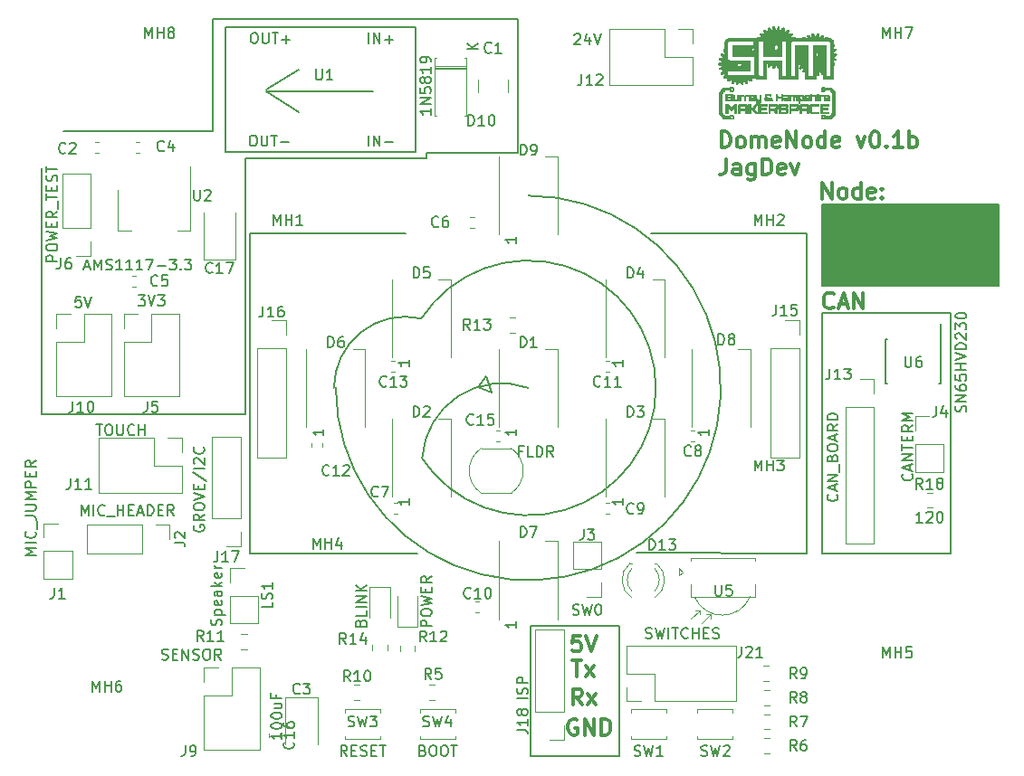
<source format=gto>
G04 #@! TF.GenerationSoftware,KiCad,Pcbnew,(5.0.0)*
G04 #@! TF.CreationDate,2018-08-09T10:22:04+01:00*
G04 #@! TF.ProjectId,domenode,646F6D656E6F64652E6B696361645F70,rev?*
G04 #@! TF.SameCoordinates,Original*
G04 #@! TF.FileFunction,Legend,Top*
G04 #@! TF.FilePolarity,Positive*
%FSLAX46Y46*%
G04 Gerber Fmt 4.6, Leading zero omitted, Abs format (unit mm)*
G04 Created by KiCad (PCBNEW (5.0.0)) date 08/09/18 10:22:04*
%MOMM*%
%LPD*%
G01*
G04 APERTURE LIST*
%ADD10C,0.200000*%
%ADD11C,0.300000*%
%ADD12C,0.150000*%
%ADD13C,0.120000*%
%ADD14C,0.010000*%
G04 APERTURE END LIST*
D10*
X174500000Y-90500000D02*
X160000000Y-90500000D01*
X174500000Y-120500000D02*
X158600000Y-120400000D01*
X122000000Y-107500000D02*
X103000000Y-107500000D01*
D11*
X166552142Y-82503571D02*
X166552142Y-81003571D01*
X166909285Y-81003571D01*
X167123571Y-81075000D01*
X167266428Y-81217857D01*
X167337857Y-81360714D01*
X167409285Y-81646428D01*
X167409285Y-81860714D01*
X167337857Y-82146428D01*
X167266428Y-82289285D01*
X167123571Y-82432142D01*
X166909285Y-82503571D01*
X166552142Y-82503571D01*
X168266428Y-82503571D02*
X168123571Y-82432142D01*
X168052142Y-82360714D01*
X167980714Y-82217857D01*
X167980714Y-81789285D01*
X168052142Y-81646428D01*
X168123571Y-81575000D01*
X168266428Y-81503571D01*
X168480714Y-81503571D01*
X168623571Y-81575000D01*
X168695000Y-81646428D01*
X168766428Y-81789285D01*
X168766428Y-82217857D01*
X168695000Y-82360714D01*
X168623571Y-82432142D01*
X168480714Y-82503571D01*
X168266428Y-82503571D01*
X169409285Y-82503571D02*
X169409285Y-81503571D01*
X169409285Y-81646428D02*
X169480714Y-81575000D01*
X169623571Y-81503571D01*
X169837857Y-81503571D01*
X169980714Y-81575000D01*
X170052142Y-81717857D01*
X170052142Y-82503571D01*
X170052142Y-81717857D02*
X170123571Y-81575000D01*
X170266428Y-81503571D01*
X170480714Y-81503571D01*
X170623571Y-81575000D01*
X170695000Y-81717857D01*
X170695000Y-82503571D01*
X171980714Y-82432142D02*
X171837857Y-82503571D01*
X171552142Y-82503571D01*
X171409285Y-82432142D01*
X171337857Y-82289285D01*
X171337857Y-81717857D01*
X171409285Y-81575000D01*
X171552142Y-81503571D01*
X171837857Y-81503571D01*
X171980714Y-81575000D01*
X172052142Y-81717857D01*
X172052142Y-81860714D01*
X171337857Y-82003571D01*
X172695000Y-82503571D02*
X172695000Y-81003571D01*
X173552142Y-82503571D01*
X173552142Y-81003571D01*
X174480714Y-82503571D02*
X174337857Y-82432142D01*
X174266428Y-82360714D01*
X174195000Y-82217857D01*
X174195000Y-81789285D01*
X174266428Y-81646428D01*
X174337857Y-81575000D01*
X174480714Y-81503571D01*
X174695000Y-81503571D01*
X174837857Y-81575000D01*
X174909285Y-81646428D01*
X174980714Y-81789285D01*
X174980714Y-82217857D01*
X174909285Y-82360714D01*
X174837857Y-82432142D01*
X174695000Y-82503571D01*
X174480714Y-82503571D01*
X176266428Y-82503571D02*
X176266428Y-81003571D01*
X176266428Y-82432142D02*
X176123571Y-82503571D01*
X175837857Y-82503571D01*
X175695000Y-82432142D01*
X175623571Y-82360714D01*
X175552142Y-82217857D01*
X175552142Y-81789285D01*
X175623571Y-81646428D01*
X175695000Y-81575000D01*
X175837857Y-81503571D01*
X176123571Y-81503571D01*
X176266428Y-81575000D01*
X177552142Y-82432142D02*
X177409285Y-82503571D01*
X177123571Y-82503571D01*
X176980714Y-82432142D01*
X176909285Y-82289285D01*
X176909285Y-81717857D01*
X176980714Y-81575000D01*
X177123571Y-81503571D01*
X177409285Y-81503571D01*
X177552142Y-81575000D01*
X177623571Y-81717857D01*
X177623571Y-81860714D01*
X176909285Y-82003571D01*
X179266428Y-81503571D02*
X179623571Y-82503571D01*
X179980714Y-81503571D01*
X180837857Y-81003571D02*
X180980714Y-81003571D01*
X181123571Y-81075000D01*
X181195000Y-81146428D01*
X181266428Y-81289285D01*
X181337857Y-81575000D01*
X181337857Y-81932142D01*
X181266428Y-82217857D01*
X181195000Y-82360714D01*
X181123571Y-82432142D01*
X180980714Y-82503571D01*
X180837857Y-82503571D01*
X180695000Y-82432142D01*
X180623571Y-82360714D01*
X180552142Y-82217857D01*
X180480714Y-81932142D01*
X180480714Y-81575000D01*
X180552142Y-81289285D01*
X180623571Y-81146428D01*
X180695000Y-81075000D01*
X180837857Y-81003571D01*
X181980714Y-82360714D02*
X182052142Y-82432142D01*
X181980714Y-82503571D01*
X181909285Y-82432142D01*
X181980714Y-82360714D01*
X181980714Y-82503571D01*
X183480714Y-82503571D02*
X182623571Y-82503571D01*
X183052142Y-82503571D02*
X183052142Y-81003571D01*
X182909285Y-81217857D01*
X182766428Y-81360714D01*
X182623571Y-81432142D01*
X184123571Y-82503571D02*
X184123571Y-81003571D01*
X184123571Y-81575000D02*
X184266428Y-81503571D01*
X184552142Y-81503571D01*
X184695000Y-81575000D01*
X184766428Y-81646428D01*
X184837857Y-81789285D01*
X184837857Y-82217857D01*
X184766428Y-82360714D01*
X184695000Y-82432142D01*
X184552142Y-82503571D01*
X184266428Y-82503571D01*
X184123571Y-82432142D01*
X166980714Y-83553571D02*
X166980714Y-84625000D01*
X166909285Y-84839285D01*
X166766428Y-84982142D01*
X166552142Y-85053571D01*
X166409285Y-85053571D01*
X168337857Y-85053571D02*
X168337857Y-84267857D01*
X168266428Y-84125000D01*
X168123571Y-84053571D01*
X167837857Y-84053571D01*
X167695000Y-84125000D01*
X168337857Y-84982142D02*
X168195000Y-85053571D01*
X167837857Y-85053571D01*
X167695000Y-84982142D01*
X167623571Y-84839285D01*
X167623571Y-84696428D01*
X167695000Y-84553571D01*
X167837857Y-84482142D01*
X168195000Y-84482142D01*
X168337857Y-84410714D01*
X169695000Y-84053571D02*
X169695000Y-85267857D01*
X169623571Y-85410714D01*
X169552142Y-85482142D01*
X169409285Y-85553571D01*
X169195000Y-85553571D01*
X169052142Y-85482142D01*
X169695000Y-84982142D02*
X169552142Y-85053571D01*
X169266428Y-85053571D01*
X169123571Y-84982142D01*
X169052142Y-84910714D01*
X168980714Y-84767857D01*
X168980714Y-84339285D01*
X169052142Y-84196428D01*
X169123571Y-84125000D01*
X169266428Y-84053571D01*
X169552142Y-84053571D01*
X169695000Y-84125000D01*
X170409285Y-85053571D02*
X170409285Y-83553571D01*
X170766428Y-83553571D01*
X170980714Y-83625000D01*
X171123571Y-83767857D01*
X171195000Y-83910714D01*
X171266428Y-84196428D01*
X171266428Y-84410714D01*
X171195000Y-84696428D01*
X171123571Y-84839285D01*
X170980714Y-84982142D01*
X170766428Y-85053571D01*
X170409285Y-85053571D01*
X172480714Y-84982142D02*
X172337857Y-85053571D01*
X172052142Y-85053571D01*
X171909285Y-84982142D01*
X171837857Y-84839285D01*
X171837857Y-84267857D01*
X171909285Y-84125000D01*
X172052142Y-84053571D01*
X172337857Y-84053571D01*
X172480714Y-84125000D01*
X172552142Y-84267857D01*
X172552142Y-84410714D01*
X171837857Y-84553571D01*
X173052142Y-84053571D02*
X173409285Y-85053571D01*
X173766428Y-84053571D01*
D10*
X119000000Y-81000000D02*
X105000000Y-81000000D01*
X145034000Y-105410000D02*
X143764000Y-104902000D01*
X144526000Y-103886000D02*
X145034000Y-105410000D01*
X143764000Y-104902000D02*
X144526000Y-103886000D01*
X157000000Y-139500000D02*
X148750000Y-139500000D01*
X157000000Y-127250000D02*
X157000000Y-139500000D01*
X148750000Y-127250000D02*
X157000000Y-127250000D01*
X148750000Y-139500000D02*
X148750000Y-127250000D01*
D11*
X176014285Y-87278571D02*
X176014285Y-85778571D01*
X176871428Y-87278571D01*
X176871428Y-85778571D01*
X177800000Y-87278571D02*
X177657142Y-87207142D01*
X177585714Y-87135714D01*
X177514285Y-86992857D01*
X177514285Y-86564285D01*
X177585714Y-86421428D01*
X177657142Y-86350000D01*
X177800000Y-86278571D01*
X178014285Y-86278571D01*
X178157142Y-86350000D01*
X178228571Y-86421428D01*
X178300000Y-86564285D01*
X178300000Y-86992857D01*
X178228571Y-87135714D01*
X178157142Y-87207142D01*
X178014285Y-87278571D01*
X177800000Y-87278571D01*
X179585714Y-87278571D02*
X179585714Y-85778571D01*
X179585714Y-87207142D02*
X179442857Y-87278571D01*
X179157142Y-87278571D01*
X179014285Y-87207142D01*
X178942857Y-87135714D01*
X178871428Y-86992857D01*
X178871428Y-86564285D01*
X178942857Y-86421428D01*
X179014285Y-86350000D01*
X179157142Y-86278571D01*
X179442857Y-86278571D01*
X179585714Y-86350000D01*
X180871428Y-87207142D02*
X180728571Y-87278571D01*
X180442857Y-87278571D01*
X180300000Y-87207142D01*
X180228571Y-87064285D01*
X180228571Y-86492857D01*
X180300000Y-86350000D01*
X180442857Y-86278571D01*
X180728571Y-86278571D01*
X180871428Y-86350000D01*
X180942857Y-86492857D01*
X180942857Y-86635714D01*
X180228571Y-86778571D01*
X181585714Y-87135714D02*
X181657142Y-87207142D01*
X181585714Y-87278571D01*
X181514285Y-87207142D01*
X181585714Y-87135714D01*
X181585714Y-87278571D01*
X181585714Y-86350000D02*
X181657142Y-86421428D01*
X181585714Y-86492857D01*
X181514285Y-86421428D01*
X181585714Y-86350000D01*
X181585714Y-86492857D01*
D10*
X176000000Y-98000000D02*
X188000000Y-98000000D01*
D11*
X153384285Y-128178571D02*
X152670000Y-128178571D01*
X152598571Y-128892857D01*
X152670000Y-128821428D01*
X152812857Y-128750000D01*
X153170000Y-128750000D01*
X153312857Y-128821428D01*
X153384285Y-128892857D01*
X153455714Y-129035714D01*
X153455714Y-129392857D01*
X153384285Y-129535714D01*
X153312857Y-129607142D01*
X153170000Y-129678571D01*
X152812857Y-129678571D01*
X152670000Y-129607142D01*
X152598571Y-129535714D01*
X153884285Y-128178571D02*
X154384285Y-129678571D01*
X154884285Y-128178571D01*
X153057142Y-136050000D02*
X152914285Y-135978571D01*
X152700000Y-135978571D01*
X152485714Y-136050000D01*
X152342857Y-136192857D01*
X152271428Y-136335714D01*
X152200000Y-136621428D01*
X152200000Y-136835714D01*
X152271428Y-137121428D01*
X152342857Y-137264285D01*
X152485714Y-137407142D01*
X152700000Y-137478571D01*
X152842857Y-137478571D01*
X153057142Y-137407142D01*
X153128571Y-137335714D01*
X153128571Y-136835714D01*
X152842857Y-136835714D01*
X153771428Y-137478571D02*
X153771428Y-135978571D01*
X154628571Y-137478571D01*
X154628571Y-135978571D01*
X155342857Y-137478571D02*
X155342857Y-135978571D01*
X155700000Y-135978571D01*
X155914285Y-136050000D01*
X156057142Y-136192857D01*
X156128571Y-136335714D01*
X156200000Y-136621428D01*
X156200000Y-136835714D01*
X156128571Y-137121428D01*
X156057142Y-137264285D01*
X155914285Y-137407142D01*
X155700000Y-137478571D01*
X155342857Y-137478571D01*
X152634285Y-130496571D02*
X153491428Y-130496571D01*
X153062857Y-131996571D02*
X153062857Y-130496571D01*
X153848571Y-131996571D02*
X154634285Y-130996571D01*
X153848571Y-130996571D02*
X154634285Y-131996571D01*
X153527142Y-134663571D02*
X153027142Y-133949285D01*
X152670000Y-134663571D02*
X152670000Y-133163571D01*
X153241428Y-133163571D01*
X153384285Y-133235000D01*
X153455714Y-133306428D01*
X153527142Y-133449285D01*
X153527142Y-133663571D01*
X153455714Y-133806428D01*
X153384285Y-133877857D01*
X153241428Y-133949285D01*
X152670000Y-133949285D01*
X154027142Y-134663571D02*
X154812857Y-133663571D01*
X154027142Y-133663571D02*
X154812857Y-134663571D01*
D10*
X139000000Y-83500000D02*
X122000000Y-83500000D01*
X139000000Y-83000000D02*
X139000000Y-83500000D01*
X147500000Y-83000000D02*
X139000000Y-83000000D01*
X147500000Y-70500000D02*
X147500000Y-83000000D01*
X122000000Y-90000000D02*
X122000000Y-83500000D01*
X119000000Y-70500000D02*
X147500000Y-70500000D01*
X119000000Y-70500000D02*
X119000000Y-81000000D01*
X122000000Y-107500000D02*
X122000000Y-90000000D01*
X103000000Y-84400000D02*
X103000000Y-107500000D01*
D12*
G36*
X176000000Y-87850000D02*
X192510000Y-87850000D01*
X192510000Y-95470000D01*
X176000000Y-95470000D01*
X176000000Y-87850000D01*
G37*
X176000000Y-87850000D02*
X192510000Y-87850000D01*
X192510000Y-95470000D01*
X176000000Y-95470000D01*
X176000000Y-87850000D01*
D11*
X177035714Y-97435714D02*
X176964285Y-97507142D01*
X176750000Y-97578571D01*
X176607142Y-97578571D01*
X176392857Y-97507142D01*
X176250000Y-97364285D01*
X176178571Y-97221428D01*
X176107142Y-96935714D01*
X176107142Y-96721428D01*
X176178571Y-96435714D01*
X176250000Y-96292857D01*
X176392857Y-96150000D01*
X176607142Y-96078571D01*
X176750000Y-96078571D01*
X176964285Y-96150000D01*
X177035714Y-96221428D01*
X177607142Y-97150000D02*
X178321428Y-97150000D01*
X177464285Y-97578571D02*
X177964285Y-96078571D01*
X178464285Y-97578571D01*
X178964285Y-97578571D02*
X178964285Y-96078571D01*
X179821428Y-97578571D01*
X179821428Y-96078571D01*
D10*
X176000000Y-98000000D02*
X176000000Y-120500000D01*
X188000000Y-109500000D02*
X188000000Y-98000000D01*
X188000000Y-120500000D02*
X188000000Y-109500000D01*
X176000000Y-120500000D02*
X188000000Y-120500000D01*
X138583430Y-111505563D02*
G75*
G02X148499999Y-105000001I7416570J-494437D01*
G01*
X138500001Y-98500001D02*
G75*
G02X138500001Y-111499999I9999999J-6499999D01*
G01*
X130329169Y-105000001D02*
G75*
G02X138499999Y-98500001I6670831J1D01*
G01*
X148500000Y-87000000D02*
G75*
G02X130500000Y-105000000I0J-18000000D01*
G01*
X122500000Y-120500000D02*
X138100000Y-120500000D01*
X122500000Y-90500000D02*
X122500000Y-120500000D01*
X137000000Y-90500000D02*
X122500000Y-90500000D01*
X174500000Y-120500000D02*
X174500000Y-90500000D01*
D13*
G04 #@! TO.C,U2*
X110090000Y-90260000D02*
X111350000Y-90260000D01*
X116910000Y-90260000D02*
X115650000Y-90260000D01*
X110090000Y-86500000D02*
X110090000Y-90260000D01*
X116910000Y-84250000D02*
X116910000Y-90260000D01*
D12*
G04 #@! TO.C,U1*
X124000000Y-77100000D02*
X127000000Y-75200000D01*
X124000000Y-77200000D02*
X127000000Y-79200000D01*
X134000000Y-77200000D02*
X124000000Y-77200000D01*
X138000000Y-71200000D02*
X138000000Y-82884000D01*
X138000000Y-82900000D02*
X120200000Y-82900000D01*
X120200000Y-82900000D02*
X120220000Y-71200000D01*
X120220000Y-71200000D02*
X138000000Y-71200000D01*
D13*
G04 #@! TO.C,D9*
X151250000Y-83350000D02*
X150100000Y-83350000D01*
X151250000Y-90650000D02*
X151250000Y-83350000D01*
X145750000Y-90650000D02*
X145750000Y-83350000D01*
G04 #@! TO.C,D10*
X142694000Y-74895000D02*
X139754000Y-74895000D01*
X142694000Y-75135000D02*
X139754000Y-75135000D01*
X142694000Y-75015000D02*
X139754000Y-75015000D01*
X139754000Y-79555000D02*
X139884000Y-79555000D01*
X139754000Y-74115000D02*
X139754000Y-79555000D01*
X139884000Y-74115000D02*
X139754000Y-74115000D01*
X142694000Y-79555000D02*
X142564000Y-79555000D01*
X142694000Y-74115000D02*
X142694000Y-79555000D01*
X142564000Y-74115000D02*
X142694000Y-74115000D01*
G04 #@! TO.C,D13*
X158170163Y-124011130D02*
G75*
G02X158170000Y-121929039I1079837J1041130D01*
G01*
X160329837Y-124011130D02*
G75*
G03X160330000Y-121929039I-1079837J1041130D01*
G01*
X158171392Y-124642335D02*
G75*
G02X158014484Y-121410000I1078608J1672335D01*
G01*
X160328608Y-124642335D02*
G75*
G03X160485516Y-121410000I-1078608J1672335D01*
G01*
X158170000Y-121410000D02*
X158014000Y-121410000D01*
X160486000Y-121410000D02*
X160330000Y-121410000D01*
G04 #@! TO.C,D7*
X151250000Y-119350000D02*
X150100000Y-119350000D01*
X151250000Y-126650000D02*
X151250000Y-119350000D01*
X145750000Y-126650000D02*
X145750000Y-119350000D01*
G04 #@! TO.C,D5*
X141250000Y-94850000D02*
X140100000Y-94850000D01*
X141250000Y-102150000D02*
X141250000Y-94850000D01*
X135750000Y-102150000D02*
X135750000Y-94850000D01*
G04 #@! TO.C,D4*
X161250000Y-94850000D02*
X160100000Y-94850000D01*
X161250000Y-102150000D02*
X161250000Y-94850000D01*
X155750000Y-102150000D02*
X155750000Y-94850000D01*
G04 #@! TO.C,LDR1*
X144100000Y-114850000D02*
X146900000Y-114850000D01*
X144100000Y-110650000D02*
X146900000Y-110650000D01*
X146886037Y-114859242D02*
G75*
G03X146900000Y-110650000I-1386037J2109242D01*
G01*
X144113963Y-110640758D02*
G75*
G03X144100000Y-114850000I1386037J-2109242D01*
G01*
G04 #@! TO.C,D8*
X163750000Y-108650000D02*
X163750000Y-101350000D01*
X169250000Y-108650000D02*
X169250000Y-101350000D01*
X169250000Y-101350000D02*
X168100000Y-101350000D01*
G04 #@! TO.C,D6*
X133250000Y-101350000D02*
X132100000Y-101350000D01*
X133250000Y-108650000D02*
X133250000Y-101350000D01*
X127750000Y-108650000D02*
X127750000Y-101350000D01*
G04 #@! TO.C,D3*
X155750000Y-115150000D02*
X155750000Y-107850000D01*
X161250000Y-115150000D02*
X161250000Y-107850000D01*
X161250000Y-107850000D02*
X160100000Y-107850000D01*
G04 #@! TO.C,D2*
X141250000Y-107850000D02*
X140100000Y-107850000D01*
X141250000Y-115150000D02*
X141250000Y-107850000D01*
X135750000Y-115150000D02*
X135750000Y-107850000D01*
G04 #@! TO.C,D1*
X145750000Y-108650000D02*
X145750000Y-101350000D01*
X151250000Y-108650000D02*
X151250000Y-101350000D01*
X151250000Y-101350000D02*
X150100000Y-101350000D01*
G04 #@! TO.C,J9*
X118170000Y-138910000D02*
X123370000Y-138910000D01*
X118170000Y-133770000D02*
X118170000Y-138910000D01*
X123370000Y-131170000D02*
X123370000Y-138910000D01*
X118170000Y-133770000D02*
X120770000Y-133770000D01*
X120770000Y-133770000D02*
X120770000Y-131170000D01*
X120770000Y-131170000D02*
X123370000Y-131170000D01*
X118170000Y-132500000D02*
X118170000Y-131170000D01*
X118170000Y-131170000D02*
X119500000Y-131170000D01*
G04 #@! TO.C,J11*
X116080000Y-109670000D02*
X116080000Y-111000000D01*
X114750000Y-109670000D02*
X116080000Y-109670000D01*
X116080000Y-112270000D02*
X116080000Y-114870000D01*
X113480000Y-112270000D02*
X116080000Y-112270000D01*
X113480000Y-109670000D02*
X113480000Y-112270000D01*
X116080000Y-114870000D02*
X108340000Y-114870000D01*
X113480000Y-109670000D02*
X108340000Y-109670000D01*
X108340000Y-109670000D02*
X108340000Y-114870000D01*
G04 #@! TO.C,J21*
X167950000Y-134330000D02*
X167950000Y-129130000D01*
X160270000Y-134330000D02*
X167950000Y-134330000D01*
X157670000Y-129130000D02*
X167950000Y-129130000D01*
X160270000Y-134330000D02*
X160270000Y-131730000D01*
X160270000Y-131730000D02*
X157670000Y-131730000D01*
X157670000Y-131730000D02*
X157670000Y-129130000D01*
X159000000Y-134330000D02*
X157670000Y-134330000D01*
X157670000Y-134330000D02*
X157670000Y-133000000D01*
D12*
G04 #@! TO.C,U6*
X187075000Y-100425000D02*
X187025000Y-100425000D01*
X187075000Y-104575000D02*
X186930000Y-104575000D01*
X181925000Y-104575000D02*
X182070000Y-104575000D01*
X181925000Y-100425000D02*
X182070000Y-100425000D01*
X187075000Y-100425000D02*
X187075000Y-104575000D01*
X181925000Y-100425000D02*
X181925000Y-104575000D01*
X187025000Y-100425000D02*
X187025000Y-99025000D01*
D13*
G04 #@! TO.C,C2*
X108296267Y-81990000D02*
X107953733Y-81990000D01*
X108296267Y-83010000D02*
X107953733Y-83010000D01*
G04 #@! TO.C,C4*
X111828733Y-81990000D02*
X112171267Y-81990000D01*
X111828733Y-83010000D02*
X112171267Y-83010000D01*
G04 #@! TO.C,C5*
X111771267Y-94490000D02*
X111428733Y-94490000D01*
X111771267Y-95510000D02*
X111428733Y-95510000D01*
G04 #@! TO.C,C6*
X143421267Y-90010000D02*
X143078733Y-90010000D01*
X143421267Y-88990000D02*
X143078733Y-88990000D01*
G04 #@! TO.C,C7*
X136296267Y-115740000D02*
X135953733Y-115740000D01*
X136296267Y-116760000D02*
X135953733Y-116760000D01*
G04 #@! TO.C,C8*
X164046267Y-108990000D02*
X163703733Y-108990000D01*
X164046267Y-110010000D02*
X163703733Y-110010000D01*
G04 #@! TO.C,C9*
X156046267Y-116760000D02*
X155703733Y-116760000D01*
X156046267Y-115740000D02*
X155703733Y-115740000D01*
G04 #@! TO.C,C10*
X143921267Y-126010000D02*
X143578733Y-126010000D01*
X143921267Y-124990000D02*
X143578733Y-124990000D01*
G04 #@! TO.C,C11*
X156046267Y-102490000D02*
X155703733Y-102490000D01*
X156046267Y-103510000D02*
X155703733Y-103510000D01*
G04 #@! TO.C,C12*
X129260000Y-110203733D02*
X129260000Y-110546267D01*
X128240000Y-110203733D02*
X128240000Y-110546267D01*
G04 #@! TO.C,C13*
X136046267Y-102490000D02*
X135703733Y-102490000D01*
X136046267Y-103510000D02*
X135703733Y-103510000D01*
G04 #@! TO.C,D11*
X138160000Y-127335000D02*
X138160000Y-124475000D01*
X136240000Y-127335000D02*
X138160000Y-127335000D01*
X136240000Y-124475000D02*
X136240000Y-127335000D01*
G04 #@! TO.C,D12*
X135560000Y-126500000D02*
X135560000Y-123640000D01*
X135560000Y-123640000D02*
X133640000Y-123640000D01*
X133640000Y-123640000D02*
X133640000Y-126500000D01*
G04 #@! TO.C,J1*
X103170000Y-122870000D02*
X105830000Y-122870000D01*
X103170000Y-120270000D02*
X103170000Y-122870000D01*
X105830000Y-120270000D02*
X105830000Y-122870000D01*
X103170000Y-120270000D02*
X105830000Y-120270000D01*
X103170000Y-119000000D02*
X103170000Y-117670000D01*
X103170000Y-117670000D02*
X104500000Y-117670000D01*
G04 #@! TO.C,J2*
X107209000Y-117809000D02*
X107209000Y-120469000D01*
X112349000Y-117809000D02*
X107209000Y-117809000D01*
X112349000Y-120469000D02*
X107209000Y-120469000D01*
X112349000Y-117809000D02*
X112349000Y-120469000D01*
X113619000Y-117809000D02*
X114949000Y-117809000D01*
X114949000Y-117809000D02*
X114949000Y-119139000D01*
G04 #@! TO.C,J3*
X155330000Y-124580000D02*
X154000000Y-124580000D01*
X155330000Y-123250000D02*
X155330000Y-124580000D01*
X155330000Y-121980000D02*
X152670000Y-121980000D01*
X152670000Y-121980000D02*
X152670000Y-119380000D01*
X155330000Y-121980000D02*
X155330000Y-119380000D01*
X155330000Y-119380000D02*
X152670000Y-119380000D01*
G04 #@! TO.C,J13*
X178170000Y-106770000D02*
X180830000Y-106770000D01*
X178170000Y-106770000D02*
X178170000Y-119530000D01*
X178170000Y-119530000D02*
X180830000Y-119530000D01*
X180830000Y-106770000D02*
X180830000Y-119530000D01*
X180830000Y-104170000D02*
X180830000Y-105500000D01*
X179500000Y-104170000D02*
X180830000Y-104170000D01*
G04 #@! TO.C,J15*
X172500000Y-98670000D02*
X173830000Y-98670000D01*
X173830000Y-98670000D02*
X173830000Y-100000000D01*
X173830000Y-101270000D02*
X173830000Y-111490000D01*
X171170000Y-111490000D02*
X173830000Y-111490000D01*
X171170000Y-101270000D02*
X171170000Y-111490000D01*
X171170000Y-101270000D02*
X173830000Y-101270000D01*
G04 #@! TO.C,J16*
X123170000Y-101270000D02*
X125830000Y-101270000D01*
X123170000Y-101270000D02*
X123170000Y-111490000D01*
X123170000Y-111490000D02*
X125830000Y-111490000D01*
X125830000Y-101270000D02*
X125830000Y-111490000D01*
X125830000Y-98670000D02*
X125830000Y-100000000D01*
X124500000Y-98670000D02*
X125830000Y-98670000D01*
G04 #@! TO.C,J17*
X121580000Y-119830000D02*
X120250000Y-119830000D01*
X121580000Y-118500000D02*
X121580000Y-119830000D01*
X121580000Y-117230000D02*
X118920000Y-117230000D01*
X118920000Y-117230000D02*
X118920000Y-109550000D01*
X121580000Y-117230000D02*
X121580000Y-109550000D01*
X121580000Y-109550000D02*
X118920000Y-109550000D01*
G04 #@! TO.C,J18*
X151830000Y-127650000D02*
X149170000Y-127650000D01*
X151830000Y-135330000D02*
X151830000Y-127650000D01*
X149170000Y-135330000D02*
X149170000Y-127650000D01*
X151830000Y-135330000D02*
X149170000Y-135330000D01*
X151830000Y-136600000D02*
X151830000Y-137930000D01*
X151830000Y-137930000D02*
X150500000Y-137930000D01*
G04 #@! TO.C,U5*
X162600000Y-122550000D02*
X162900000Y-122250000D01*
X162600000Y-121850000D02*
X162600000Y-122550000D01*
X162900000Y-122250000D02*
X162600000Y-121850000D01*
X169700000Y-124550000D02*
X169700000Y-123350000D01*
X169700000Y-120950000D02*
X169700000Y-121150000D01*
X163700000Y-120950000D02*
X163700000Y-121150000D01*
X169700000Y-124550000D02*
X163700000Y-124550000D01*
X163700000Y-124550000D02*
X163700000Y-123350000D01*
X169700000Y-120950000D02*
X163700000Y-120950000D01*
X164520000Y-125800000D02*
X164120000Y-125800000D01*
X164520000Y-125800000D02*
X164520000Y-126200000D01*
X164520000Y-125800000D02*
X163720000Y-126600000D01*
X165520000Y-126200000D02*
X164720000Y-127000000D01*
X165520000Y-126200000D02*
X165520000Y-126600000D01*
X165520000Y-126200000D02*
X165120000Y-126200000D01*
X164062315Y-124601321D02*
G75*
G03X169240000Y-124550000I2577685J1151321D01*
G01*
G04 #@! TO.C,C3*
X128810000Y-138325000D02*
X128810000Y-133940000D01*
X128810000Y-133940000D02*
X125790000Y-133940000D01*
X125790000Y-133940000D02*
X125790000Y-138325000D01*
G04 #@! TO.C,J4*
X184670000Y-112870000D02*
X187330000Y-112870000D01*
X184670000Y-110270000D02*
X184670000Y-112870000D01*
X187330000Y-110270000D02*
X187330000Y-112870000D01*
X184670000Y-110270000D02*
X187330000Y-110270000D01*
X184670000Y-109000000D02*
X184670000Y-107670000D01*
X184670000Y-107670000D02*
X186000000Y-107670000D01*
G04 #@! TO.C,J5*
X110670000Y-98070000D02*
X112000000Y-98070000D01*
X110670000Y-99400000D02*
X110670000Y-98070000D01*
X113270000Y-98070000D02*
X115870000Y-98070000D01*
X113270000Y-100670000D02*
X113270000Y-98070000D01*
X110670000Y-100670000D02*
X113270000Y-100670000D01*
X115870000Y-98070000D02*
X115870000Y-105810000D01*
X110670000Y-100670000D02*
X110670000Y-105810000D01*
X110670000Y-105810000D02*
X115870000Y-105810000D01*
G04 #@! TO.C,J10*
X104330000Y-105810000D02*
X109530000Y-105810000D01*
X104330000Y-100670000D02*
X104330000Y-105810000D01*
X109530000Y-98070000D02*
X109530000Y-105810000D01*
X104330000Y-100670000D02*
X106930000Y-100670000D01*
X106930000Y-100670000D02*
X106930000Y-98070000D01*
X106930000Y-98070000D02*
X109530000Y-98070000D01*
X104330000Y-99400000D02*
X104330000Y-98070000D01*
X104330000Y-98070000D02*
X105660000Y-98070000D01*
G04 #@! TO.C,J12*
X156090000Y-71420000D02*
X156090000Y-76620000D01*
X161230000Y-71420000D02*
X156090000Y-71420000D01*
X163830000Y-76620000D02*
X156090000Y-76620000D01*
X161230000Y-71420000D02*
X161230000Y-74020000D01*
X161230000Y-74020000D02*
X163830000Y-74020000D01*
X163830000Y-74020000D02*
X163830000Y-76620000D01*
X162500000Y-71420000D02*
X163830000Y-71420000D01*
X163830000Y-71420000D02*
X163830000Y-72750000D01*
G04 #@! TO.C,R5*
X139736252Y-132790000D02*
X139213748Y-132790000D01*
X139736252Y-134210000D02*
X139213748Y-134210000D01*
G04 #@! TO.C,R6*
X171036252Y-139210000D02*
X170513748Y-139210000D01*
X171036252Y-137790000D02*
X170513748Y-137790000D01*
G04 #@! TO.C,R7*
X171036252Y-135540000D02*
X170513748Y-135540000D01*
X171036252Y-136960000D02*
X170513748Y-136960000D01*
G04 #@! TO.C,R8*
X171036252Y-134710000D02*
X170513748Y-134710000D01*
X171036252Y-133290000D02*
X170513748Y-133290000D01*
G04 #@! TO.C,R9*
X170986252Y-131040000D02*
X170463748Y-131040000D01*
X170986252Y-132460000D02*
X170463748Y-132460000D01*
G04 #@! TO.C,R10*
X132736252Y-134210000D02*
X132213748Y-134210000D01*
X132736252Y-132790000D02*
X132213748Y-132790000D01*
G04 #@! TO.C,R11*
X121649748Y-129488000D02*
X122172252Y-129488000D01*
X121649748Y-128068000D02*
X122172252Y-128068000D01*
G04 #@! TO.C,R12*
X136490000Y-129138748D02*
X136490000Y-129661252D01*
X137910000Y-129138748D02*
X137910000Y-129661252D01*
G04 #@! TO.C,R13*
X146763748Y-98390000D02*
X147286252Y-98390000D01*
X146763748Y-99810000D02*
X147286252Y-99810000D01*
G04 #@! TO.C,R14*
X133890000Y-129586252D02*
X133890000Y-129063748D01*
X135310000Y-129586252D02*
X135310000Y-129063748D01*
G04 #@! TO.C,R18*
X185763748Y-114790000D02*
X186286252Y-114790000D01*
X185763748Y-116210000D02*
X186286252Y-116210000D01*
G04 #@! TO.C,C15*
X145796267Y-110010000D02*
X145453733Y-110010000D01*
X145796267Y-108990000D02*
X145453733Y-108990000D01*
G04 #@! TO.C,SW1*
X161400000Y-135100000D02*
X161400000Y-135400000D01*
X158100000Y-135100000D02*
X161400000Y-135100000D01*
X158100000Y-135400000D02*
X158100000Y-135100000D01*
X161400000Y-137900000D02*
X161400000Y-137600000D01*
X158100000Y-137900000D02*
X161400000Y-137900000D01*
X158100000Y-137600000D02*
X158100000Y-137900000D01*
G04 #@! TO.C,SW2*
X164300000Y-137600000D02*
X164300000Y-137900000D01*
X164300000Y-137900000D02*
X167600000Y-137900000D01*
X167600000Y-137900000D02*
X167600000Y-137600000D01*
X164300000Y-135400000D02*
X164300000Y-135100000D01*
X164300000Y-135100000D02*
X167600000Y-135100000D01*
X167600000Y-135100000D02*
X167600000Y-135400000D01*
G04 #@! TO.C,SW3*
X134650000Y-135100000D02*
X134650000Y-135400000D01*
X131350000Y-135100000D02*
X134650000Y-135100000D01*
X131350000Y-135400000D02*
X131350000Y-135100000D01*
X134650000Y-137900000D02*
X134650000Y-137600000D01*
X131350000Y-137900000D02*
X134650000Y-137900000D01*
X131350000Y-137600000D02*
X131350000Y-137900000D01*
G04 #@! TO.C,SW4*
X138350000Y-137600000D02*
X138350000Y-137900000D01*
X138350000Y-137900000D02*
X141650000Y-137900000D01*
X141650000Y-137900000D02*
X141650000Y-137600000D01*
X138350000Y-135400000D02*
X138350000Y-135100000D01*
X138350000Y-135100000D02*
X141650000Y-135100000D01*
X141650000Y-135100000D02*
X141650000Y-135400000D01*
G04 #@! TO.C,LS1*
X120590000Y-127060000D02*
X123250000Y-127060000D01*
X120590000Y-124460000D02*
X120590000Y-127060000D01*
X123250000Y-124460000D02*
X123250000Y-127060000D01*
X120590000Y-124460000D02*
X123250000Y-124460000D01*
X120590000Y-123190000D02*
X120590000Y-121860000D01*
X120590000Y-121860000D02*
X121920000Y-121860000D01*
G04 #@! TO.C,J6*
X107580000Y-84920000D02*
X104920000Y-84920000D01*
X107580000Y-90060000D02*
X107580000Y-84920000D01*
X104920000Y-90060000D02*
X104920000Y-84920000D01*
X107580000Y-90060000D02*
X104920000Y-90060000D01*
X107580000Y-91330000D02*
X107580000Y-92660000D01*
X107580000Y-92660000D02*
X106250000Y-92660000D01*
G04 #@! TO.C,C16*
X125224000Y-137353733D02*
X125224000Y-137696267D01*
X124204000Y-137353733D02*
X124204000Y-137696267D01*
G04 #@! TO.C,C17*
X118124000Y-88573000D02*
X118124000Y-92958000D01*
X118124000Y-92958000D02*
X121144000Y-92958000D01*
X121144000Y-92958000D02*
X121144000Y-88573000D01*
G04 #@! TO.C,C1*
X146560000Y-76097936D02*
X146560000Y-77302064D01*
X143840000Y-76097936D02*
X143840000Y-77302064D01*
D14*
G04 #@! TO.C,shm_logo_small*
G36*
X176100000Y-79750000D02*
X176150000Y-79750000D01*
X176150000Y-79800000D01*
X176100000Y-79800000D01*
X176100000Y-79750000D01*
X176100000Y-79750000D01*
G37*
X176100000Y-79750000D02*
X176150000Y-79750000D01*
X176150000Y-79800000D01*
X176100000Y-79800000D01*
X176100000Y-79750000D01*
G36*
X176050000Y-79750000D02*
X176100000Y-79750000D01*
X176100000Y-79800000D01*
X176050000Y-79800000D01*
X176050000Y-79750000D01*
X176050000Y-79750000D01*
G37*
X176050000Y-79750000D02*
X176100000Y-79750000D01*
X176100000Y-79800000D01*
X176050000Y-79800000D01*
X176050000Y-79750000D01*
G36*
X176000000Y-79750000D02*
X176050000Y-79750000D01*
X176050000Y-79800000D01*
X176000000Y-79800000D01*
X176000000Y-79750000D01*
X176000000Y-79750000D01*
G37*
X176000000Y-79750000D02*
X176050000Y-79750000D01*
X176050000Y-79800000D01*
X176000000Y-79800000D01*
X176000000Y-79750000D01*
G36*
X175950000Y-79750000D02*
X176000000Y-79750000D01*
X176000000Y-79800000D01*
X175950000Y-79800000D01*
X175950000Y-79750000D01*
X175950000Y-79750000D01*
G37*
X175950000Y-79750000D02*
X176000000Y-79750000D01*
X176000000Y-79800000D01*
X175950000Y-79800000D01*
X175950000Y-79750000D01*
G36*
X167550000Y-79750000D02*
X167600000Y-79750000D01*
X167600000Y-79800000D01*
X167550000Y-79800000D01*
X167550000Y-79750000D01*
X167550000Y-79750000D01*
G37*
X167550000Y-79750000D02*
X167600000Y-79750000D01*
X167600000Y-79800000D01*
X167550000Y-79800000D01*
X167550000Y-79750000D01*
G36*
X167500000Y-79750000D02*
X167550000Y-79750000D01*
X167550000Y-79800000D01*
X167500000Y-79800000D01*
X167500000Y-79750000D01*
X167500000Y-79750000D01*
G37*
X167500000Y-79750000D02*
X167550000Y-79750000D01*
X167550000Y-79800000D01*
X167500000Y-79800000D01*
X167500000Y-79750000D01*
G36*
X167450000Y-79750000D02*
X167500000Y-79750000D01*
X167500000Y-79800000D01*
X167450000Y-79800000D01*
X167450000Y-79750000D01*
X167450000Y-79750000D01*
G37*
X167450000Y-79750000D02*
X167500000Y-79750000D01*
X167500000Y-79800000D01*
X167450000Y-79800000D01*
X167450000Y-79750000D01*
G36*
X167400000Y-79750000D02*
X167450000Y-79750000D01*
X167450000Y-79800000D01*
X167400000Y-79800000D01*
X167400000Y-79750000D01*
X167400000Y-79750000D01*
G37*
X167400000Y-79750000D02*
X167450000Y-79750000D01*
X167450000Y-79800000D01*
X167400000Y-79800000D01*
X167400000Y-79750000D01*
G36*
X167350000Y-79750000D02*
X167400000Y-79750000D01*
X167400000Y-79800000D01*
X167350000Y-79800000D01*
X167350000Y-79750000D01*
X167350000Y-79750000D01*
G37*
X167350000Y-79750000D02*
X167400000Y-79750000D01*
X167400000Y-79800000D01*
X167350000Y-79800000D01*
X167350000Y-79750000D01*
G36*
X176800000Y-79700000D02*
X176850000Y-79700000D01*
X176850000Y-79750000D01*
X176800000Y-79750000D01*
X176800000Y-79700000D01*
X176800000Y-79700000D01*
G37*
X176800000Y-79700000D02*
X176850000Y-79700000D01*
X176850000Y-79750000D01*
X176800000Y-79750000D01*
X176800000Y-79700000D01*
G36*
X176750000Y-79700000D02*
X176800000Y-79700000D01*
X176800000Y-79750000D01*
X176750000Y-79750000D01*
X176750000Y-79700000D01*
X176750000Y-79700000D01*
G37*
X176750000Y-79700000D02*
X176800000Y-79700000D01*
X176800000Y-79750000D01*
X176750000Y-79750000D01*
X176750000Y-79700000D01*
G36*
X176700000Y-79700000D02*
X176750000Y-79700000D01*
X176750000Y-79750000D01*
X176700000Y-79750000D01*
X176700000Y-79700000D01*
X176700000Y-79700000D01*
G37*
X176700000Y-79700000D02*
X176750000Y-79700000D01*
X176750000Y-79750000D01*
X176700000Y-79750000D01*
X176700000Y-79700000D01*
G36*
X176650000Y-79700000D02*
X176700000Y-79700000D01*
X176700000Y-79750000D01*
X176650000Y-79750000D01*
X176650000Y-79700000D01*
X176650000Y-79700000D01*
G37*
X176650000Y-79700000D02*
X176700000Y-79700000D01*
X176700000Y-79750000D01*
X176650000Y-79750000D01*
X176650000Y-79700000D01*
G36*
X176600000Y-79700000D02*
X176650000Y-79700000D01*
X176650000Y-79750000D01*
X176600000Y-79750000D01*
X176600000Y-79700000D01*
X176600000Y-79700000D01*
G37*
X176600000Y-79700000D02*
X176650000Y-79700000D01*
X176650000Y-79750000D01*
X176600000Y-79750000D01*
X176600000Y-79700000D01*
G36*
X176550000Y-79700000D02*
X176600000Y-79700000D01*
X176600000Y-79750000D01*
X176550000Y-79750000D01*
X176550000Y-79700000D01*
X176550000Y-79700000D01*
G37*
X176550000Y-79700000D02*
X176600000Y-79700000D01*
X176600000Y-79750000D01*
X176550000Y-79750000D01*
X176550000Y-79700000D01*
G36*
X176500000Y-79700000D02*
X176550000Y-79700000D01*
X176550000Y-79750000D01*
X176500000Y-79750000D01*
X176500000Y-79700000D01*
X176500000Y-79700000D01*
G37*
X176500000Y-79700000D02*
X176550000Y-79700000D01*
X176550000Y-79750000D01*
X176500000Y-79750000D01*
X176500000Y-79700000D01*
G36*
X176450000Y-79700000D02*
X176500000Y-79700000D01*
X176500000Y-79750000D01*
X176450000Y-79750000D01*
X176450000Y-79700000D01*
X176450000Y-79700000D01*
G37*
X176450000Y-79700000D02*
X176500000Y-79700000D01*
X176500000Y-79750000D01*
X176450000Y-79750000D01*
X176450000Y-79700000D01*
G36*
X176400000Y-79700000D02*
X176450000Y-79700000D01*
X176450000Y-79750000D01*
X176400000Y-79750000D01*
X176400000Y-79700000D01*
X176400000Y-79700000D01*
G37*
X176400000Y-79700000D02*
X176450000Y-79700000D01*
X176450000Y-79750000D01*
X176400000Y-79750000D01*
X176400000Y-79700000D01*
G36*
X176350000Y-79700000D02*
X176400000Y-79700000D01*
X176400000Y-79750000D01*
X176350000Y-79750000D01*
X176350000Y-79700000D01*
X176350000Y-79700000D01*
G37*
X176350000Y-79700000D02*
X176400000Y-79700000D01*
X176400000Y-79750000D01*
X176350000Y-79750000D01*
X176350000Y-79700000D01*
G36*
X176300000Y-79700000D02*
X176350000Y-79700000D01*
X176350000Y-79750000D01*
X176300000Y-79750000D01*
X176300000Y-79700000D01*
X176300000Y-79700000D01*
G37*
X176300000Y-79700000D02*
X176350000Y-79700000D01*
X176350000Y-79750000D01*
X176300000Y-79750000D01*
X176300000Y-79700000D01*
G36*
X176250000Y-79700000D02*
X176300000Y-79700000D01*
X176300000Y-79750000D01*
X176250000Y-79750000D01*
X176250000Y-79700000D01*
X176250000Y-79700000D01*
G37*
X176250000Y-79700000D02*
X176300000Y-79700000D01*
X176300000Y-79750000D01*
X176250000Y-79750000D01*
X176250000Y-79700000D01*
G36*
X176200000Y-79700000D02*
X176250000Y-79700000D01*
X176250000Y-79750000D01*
X176200000Y-79750000D01*
X176200000Y-79700000D01*
X176200000Y-79700000D01*
G37*
X176200000Y-79700000D02*
X176250000Y-79700000D01*
X176250000Y-79750000D01*
X176200000Y-79750000D01*
X176200000Y-79700000D01*
G36*
X176150000Y-79700000D02*
X176200000Y-79700000D01*
X176200000Y-79750000D01*
X176150000Y-79750000D01*
X176150000Y-79700000D01*
X176150000Y-79700000D01*
G37*
X176150000Y-79700000D02*
X176200000Y-79700000D01*
X176200000Y-79750000D01*
X176150000Y-79750000D01*
X176150000Y-79700000D01*
G36*
X176100000Y-79700000D02*
X176150000Y-79700000D01*
X176150000Y-79750000D01*
X176100000Y-79750000D01*
X176100000Y-79700000D01*
X176100000Y-79700000D01*
G37*
X176100000Y-79700000D02*
X176150000Y-79700000D01*
X176150000Y-79750000D01*
X176100000Y-79750000D01*
X176100000Y-79700000D01*
G36*
X175950000Y-79700000D02*
X176000000Y-79700000D01*
X176000000Y-79750000D01*
X175950000Y-79750000D01*
X175950000Y-79700000D01*
X175950000Y-79700000D01*
G37*
X175950000Y-79700000D02*
X176000000Y-79700000D01*
X176000000Y-79750000D01*
X175950000Y-79750000D01*
X175950000Y-79700000D01*
G36*
X175900000Y-79700000D02*
X175950000Y-79700000D01*
X175950000Y-79750000D01*
X175900000Y-79750000D01*
X175900000Y-79700000D01*
X175900000Y-79700000D01*
G37*
X175900000Y-79700000D02*
X175950000Y-79700000D01*
X175950000Y-79750000D01*
X175900000Y-79750000D01*
X175900000Y-79700000D01*
G36*
X167600000Y-79700000D02*
X167650000Y-79700000D01*
X167650000Y-79750000D01*
X167600000Y-79750000D01*
X167600000Y-79700000D01*
X167600000Y-79700000D01*
G37*
X167600000Y-79700000D02*
X167650000Y-79700000D01*
X167650000Y-79750000D01*
X167600000Y-79750000D01*
X167600000Y-79700000D01*
G36*
X167550000Y-79700000D02*
X167600000Y-79700000D01*
X167600000Y-79750000D01*
X167550000Y-79750000D01*
X167550000Y-79700000D01*
X167550000Y-79700000D01*
G37*
X167550000Y-79700000D02*
X167600000Y-79700000D01*
X167600000Y-79750000D01*
X167550000Y-79750000D01*
X167550000Y-79700000D01*
G36*
X167400000Y-79700000D02*
X167450000Y-79700000D01*
X167450000Y-79750000D01*
X167400000Y-79750000D01*
X167400000Y-79700000D01*
X167400000Y-79700000D01*
G37*
X167400000Y-79700000D02*
X167450000Y-79700000D01*
X167450000Y-79750000D01*
X167400000Y-79750000D01*
X167400000Y-79700000D01*
G36*
X167350000Y-79700000D02*
X167400000Y-79700000D01*
X167400000Y-79750000D01*
X167350000Y-79750000D01*
X167350000Y-79700000D01*
X167350000Y-79700000D01*
G37*
X167350000Y-79700000D02*
X167400000Y-79700000D01*
X167400000Y-79750000D01*
X167350000Y-79750000D01*
X167350000Y-79700000D01*
G36*
X167300000Y-79700000D02*
X167350000Y-79700000D01*
X167350000Y-79750000D01*
X167300000Y-79750000D01*
X167300000Y-79700000D01*
X167300000Y-79700000D01*
G37*
X167300000Y-79700000D02*
X167350000Y-79700000D01*
X167350000Y-79750000D01*
X167300000Y-79750000D01*
X167300000Y-79700000D01*
G36*
X167250000Y-79700000D02*
X167300000Y-79700000D01*
X167300000Y-79750000D01*
X167250000Y-79750000D01*
X167250000Y-79700000D01*
X167250000Y-79700000D01*
G37*
X167250000Y-79700000D02*
X167300000Y-79700000D01*
X167300000Y-79750000D01*
X167250000Y-79750000D01*
X167250000Y-79700000D01*
G36*
X167200000Y-79700000D02*
X167250000Y-79700000D01*
X167250000Y-79750000D01*
X167200000Y-79750000D01*
X167200000Y-79700000D01*
X167200000Y-79700000D01*
G37*
X167200000Y-79700000D02*
X167250000Y-79700000D01*
X167250000Y-79750000D01*
X167200000Y-79750000D01*
X167200000Y-79700000D01*
G36*
X167150000Y-79700000D02*
X167200000Y-79700000D01*
X167200000Y-79750000D01*
X167150000Y-79750000D01*
X167150000Y-79700000D01*
X167150000Y-79700000D01*
G37*
X167150000Y-79700000D02*
X167200000Y-79700000D01*
X167200000Y-79750000D01*
X167150000Y-79750000D01*
X167150000Y-79700000D01*
G36*
X167100000Y-79700000D02*
X167150000Y-79700000D01*
X167150000Y-79750000D01*
X167100000Y-79750000D01*
X167100000Y-79700000D01*
X167100000Y-79700000D01*
G37*
X167100000Y-79700000D02*
X167150000Y-79700000D01*
X167150000Y-79750000D01*
X167100000Y-79750000D01*
X167100000Y-79700000D01*
G36*
X167050000Y-79700000D02*
X167100000Y-79700000D01*
X167100000Y-79750000D01*
X167050000Y-79750000D01*
X167050000Y-79700000D01*
X167050000Y-79700000D01*
G37*
X167050000Y-79700000D02*
X167100000Y-79700000D01*
X167100000Y-79750000D01*
X167050000Y-79750000D01*
X167050000Y-79700000D01*
G36*
X167000000Y-79700000D02*
X167050000Y-79700000D01*
X167050000Y-79750000D01*
X167000000Y-79750000D01*
X167000000Y-79700000D01*
X167000000Y-79700000D01*
G37*
X167000000Y-79700000D02*
X167050000Y-79700000D01*
X167050000Y-79750000D01*
X167000000Y-79750000D01*
X167000000Y-79700000D01*
G36*
X166950000Y-79700000D02*
X167000000Y-79700000D01*
X167000000Y-79750000D01*
X166950000Y-79750000D01*
X166950000Y-79700000D01*
X166950000Y-79700000D01*
G37*
X166950000Y-79700000D02*
X167000000Y-79700000D01*
X167000000Y-79750000D01*
X166950000Y-79750000D01*
X166950000Y-79700000D01*
G36*
X166900000Y-79700000D02*
X166950000Y-79700000D01*
X166950000Y-79750000D01*
X166900000Y-79750000D01*
X166900000Y-79700000D01*
X166900000Y-79700000D01*
G37*
X166900000Y-79700000D02*
X166950000Y-79700000D01*
X166950000Y-79750000D01*
X166900000Y-79750000D01*
X166900000Y-79700000D01*
G36*
X166850000Y-79700000D02*
X166900000Y-79700000D01*
X166900000Y-79750000D01*
X166850000Y-79750000D01*
X166850000Y-79700000D01*
X166850000Y-79700000D01*
G37*
X166850000Y-79700000D02*
X166900000Y-79700000D01*
X166900000Y-79750000D01*
X166850000Y-79750000D01*
X166850000Y-79700000D01*
G36*
X166800000Y-79700000D02*
X166850000Y-79700000D01*
X166850000Y-79750000D01*
X166800000Y-79750000D01*
X166800000Y-79700000D01*
X166800000Y-79700000D01*
G37*
X166800000Y-79700000D02*
X166850000Y-79700000D01*
X166850000Y-79750000D01*
X166800000Y-79750000D01*
X166800000Y-79700000D01*
G36*
X166750000Y-79700000D02*
X166800000Y-79700000D01*
X166800000Y-79750000D01*
X166750000Y-79750000D01*
X166750000Y-79700000D01*
X166750000Y-79700000D01*
G37*
X166750000Y-79700000D02*
X166800000Y-79700000D01*
X166800000Y-79750000D01*
X166750000Y-79750000D01*
X166750000Y-79700000D01*
G36*
X166700000Y-79700000D02*
X166750000Y-79700000D01*
X166750000Y-79750000D01*
X166700000Y-79750000D01*
X166700000Y-79700000D01*
X166700000Y-79700000D01*
G37*
X166700000Y-79700000D02*
X166750000Y-79700000D01*
X166750000Y-79750000D01*
X166700000Y-79750000D01*
X166700000Y-79700000D01*
G36*
X176850000Y-79650000D02*
X176900000Y-79650000D01*
X176900000Y-79700000D01*
X176850000Y-79700000D01*
X176850000Y-79650000D01*
X176850000Y-79650000D01*
G37*
X176850000Y-79650000D02*
X176900000Y-79650000D01*
X176900000Y-79700000D01*
X176850000Y-79700000D01*
X176850000Y-79650000D01*
G36*
X176800000Y-79650000D02*
X176850000Y-79650000D01*
X176850000Y-79700000D01*
X176800000Y-79700000D01*
X176800000Y-79650000D01*
X176800000Y-79650000D01*
G37*
X176800000Y-79650000D02*
X176850000Y-79650000D01*
X176850000Y-79700000D01*
X176800000Y-79700000D01*
X176800000Y-79650000D01*
G36*
X176750000Y-79650000D02*
X176800000Y-79650000D01*
X176800000Y-79700000D01*
X176750000Y-79700000D01*
X176750000Y-79650000D01*
X176750000Y-79650000D01*
G37*
X176750000Y-79650000D02*
X176800000Y-79650000D01*
X176800000Y-79700000D01*
X176750000Y-79700000D01*
X176750000Y-79650000D01*
G36*
X176700000Y-79650000D02*
X176750000Y-79650000D01*
X176750000Y-79700000D01*
X176700000Y-79700000D01*
X176700000Y-79650000D01*
X176700000Y-79650000D01*
G37*
X176700000Y-79650000D02*
X176750000Y-79650000D01*
X176750000Y-79700000D01*
X176700000Y-79700000D01*
X176700000Y-79650000D01*
G36*
X176650000Y-79650000D02*
X176700000Y-79650000D01*
X176700000Y-79700000D01*
X176650000Y-79700000D01*
X176650000Y-79650000D01*
X176650000Y-79650000D01*
G37*
X176650000Y-79650000D02*
X176700000Y-79650000D01*
X176700000Y-79700000D01*
X176650000Y-79700000D01*
X176650000Y-79650000D01*
G36*
X176600000Y-79650000D02*
X176650000Y-79650000D01*
X176650000Y-79700000D01*
X176600000Y-79700000D01*
X176600000Y-79650000D01*
X176600000Y-79650000D01*
G37*
X176600000Y-79650000D02*
X176650000Y-79650000D01*
X176650000Y-79700000D01*
X176600000Y-79700000D01*
X176600000Y-79650000D01*
G36*
X176550000Y-79650000D02*
X176600000Y-79650000D01*
X176600000Y-79700000D01*
X176550000Y-79700000D01*
X176550000Y-79650000D01*
X176550000Y-79650000D01*
G37*
X176550000Y-79650000D02*
X176600000Y-79650000D01*
X176600000Y-79700000D01*
X176550000Y-79700000D01*
X176550000Y-79650000D01*
G36*
X176500000Y-79650000D02*
X176550000Y-79650000D01*
X176550000Y-79700000D01*
X176500000Y-79700000D01*
X176500000Y-79650000D01*
X176500000Y-79650000D01*
G37*
X176500000Y-79650000D02*
X176550000Y-79650000D01*
X176550000Y-79700000D01*
X176500000Y-79700000D01*
X176500000Y-79650000D01*
G36*
X176450000Y-79650000D02*
X176500000Y-79650000D01*
X176500000Y-79700000D01*
X176450000Y-79700000D01*
X176450000Y-79650000D01*
X176450000Y-79650000D01*
G37*
X176450000Y-79650000D02*
X176500000Y-79650000D01*
X176500000Y-79700000D01*
X176450000Y-79700000D01*
X176450000Y-79650000D01*
G36*
X176400000Y-79650000D02*
X176450000Y-79650000D01*
X176450000Y-79700000D01*
X176400000Y-79700000D01*
X176400000Y-79650000D01*
X176400000Y-79650000D01*
G37*
X176400000Y-79650000D02*
X176450000Y-79650000D01*
X176450000Y-79700000D01*
X176400000Y-79700000D01*
X176400000Y-79650000D01*
G36*
X176350000Y-79650000D02*
X176400000Y-79650000D01*
X176400000Y-79700000D01*
X176350000Y-79700000D01*
X176350000Y-79650000D01*
X176350000Y-79650000D01*
G37*
X176350000Y-79650000D02*
X176400000Y-79650000D01*
X176400000Y-79700000D01*
X176350000Y-79700000D01*
X176350000Y-79650000D01*
G36*
X176300000Y-79650000D02*
X176350000Y-79650000D01*
X176350000Y-79700000D01*
X176300000Y-79700000D01*
X176300000Y-79650000D01*
X176300000Y-79650000D01*
G37*
X176300000Y-79650000D02*
X176350000Y-79650000D01*
X176350000Y-79700000D01*
X176300000Y-79700000D01*
X176300000Y-79650000D01*
G36*
X176250000Y-79650000D02*
X176300000Y-79650000D01*
X176300000Y-79700000D01*
X176250000Y-79700000D01*
X176250000Y-79650000D01*
X176250000Y-79650000D01*
G37*
X176250000Y-79650000D02*
X176300000Y-79650000D01*
X176300000Y-79700000D01*
X176250000Y-79700000D01*
X176250000Y-79650000D01*
G36*
X176200000Y-79650000D02*
X176250000Y-79650000D01*
X176250000Y-79700000D01*
X176200000Y-79700000D01*
X176200000Y-79650000D01*
X176200000Y-79650000D01*
G37*
X176200000Y-79650000D02*
X176250000Y-79650000D01*
X176250000Y-79700000D01*
X176200000Y-79700000D01*
X176200000Y-79650000D01*
G36*
X176150000Y-79650000D02*
X176200000Y-79650000D01*
X176200000Y-79700000D01*
X176150000Y-79700000D01*
X176150000Y-79650000D01*
X176150000Y-79650000D01*
G37*
X176150000Y-79650000D02*
X176200000Y-79650000D01*
X176200000Y-79700000D01*
X176150000Y-79700000D01*
X176150000Y-79650000D01*
G36*
X175900000Y-79650000D02*
X175950000Y-79650000D01*
X175950000Y-79700000D01*
X175900000Y-79700000D01*
X175900000Y-79650000D01*
X175900000Y-79650000D01*
G37*
X175900000Y-79650000D02*
X175950000Y-79650000D01*
X175950000Y-79700000D01*
X175900000Y-79700000D01*
X175900000Y-79650000D01*
G36*
X175850000Y-79650000D02*
X175900000Y-79650000D01*
X175900000Y-79700000D01*
X175850000Y-79700000D01*
X175850000Y-79650000D01*
X175850000Y-79650000D01*
G37*
X175850000Y-79650000D02*
X175900000Y-79650000D01*
X175900000Y-79700000D01*
X175850000Y-79700000D01*
X175850000Y-79650000D01*
G36*
X167600000Y-79650000D02*
X167650000Y-79650000D01*
X167650000Y-79700000D01*
X167600000Y-79700000D01*
X167600000Y-79650000D01*
X167600000Y-79650000D01*
G37*
X167600000Y-79650000D02*
X167650000Y-79650000D01*
X167650000Y-79700000D01*
X167600000Y-79700000D01*
X167600000Y-79650000D01*
G36*
X167300000Y-79650000D02*
X167350000Y-79650000D01*
X167350000Y-79700000D01*
X167300000Y-79700000D01*
X167300000Y-79650000D01*
X167300000Y-79650000D01*
G37*
X167300000Y-79650000D02*
X167350000Y-79650000D01*
X167350000Y-79700000D01*
X167300000Y-79700000D01*
X167300000Y-79650000D01*
G36*
X167250000Y-79650000D02*
X167300000Y-79650000D01*
X167300000Y-79700000D01*
X167250000Y-79700000D01*
X167250000Y-79650000D01*
X167250000Y-79650000D01*
G37*
X167250000Y-79650000D02*
X167300000Y-79650000D01*
X167300000Y-79700000D01*
X167250000Y-79700000D01*
X167250000Y-79650000D01*
G36*
X167200000Y-79650000D02*
X167250000Y-79650000D01*
X167250000Y-79700000D01*
X167200000Y-79700000D01*
X167200000Y-79650000D01*
X167200000Y-79650000D01*
G37*
X167200000Y-79650000D02*
X167250000Y-79650000D01*
X167250000Y-79700000D01*
X167200000Y-79700000D01*
X167200000Y-79650000D01*
G36*
X167150000Y-79650000D02*
X167200000Y-79650000D01*
X167200000Y-79700000D01*
X167150000Y-79700000D01*
X167150000Y-79650000D01*
X167150000Y-79650000D01*
G37*
X167150000Y-79650000D02*
X167200000Y-79650000D01*
X167200000Y-79700000D01*
X167150000Y-79700000D01*
X167150000Y-79650000D01*
G36*
X167100000Y-79650000D02*
X167150000Y-79650000D01*
X167150000Y-79700000D01*
X167100000Y-79700000D01*
X167100000Y-79650000D01*
X167100000Y-79650000D01*
G37*
X167100000Y-79650000D02*
X167150000Y-79650000D01*
X167150000Y-79700000D01*
X167100000Y-79700000D01*
X167100000Y-79650000D01*
G36*
X167050000Y-79650000D02*
X167100000Y-79650000D01*
X167100000Y-79700000D01*
X167050000Y-79700000D01*
X167050000Y-79650000D01*
X167050000Y-79650000D01*
G37*
X167050000Y-79650000D02*
X167100000Y-79650000D01*
X167100000Y-79700000D01*
X167050000Y-79700000D01*
X167050000Y-79650000D01*
G36*
X167000000Y-79650000D02*
X167050000Y-79650000D01*
X167050000Y-79700000D01*
X167000000Y-79700000D01*
X167000000Y-79650000D01*
X167000000Y-79650000D01*
G37*
X167000000Y-79650000D02*
X167050000Y-79650000D01*
X167050000Y-79700000D01*
X167000000Y-79700000D01*
X167000000Y-79650000D01*
G36*
X166950000Y-79650000D02*
X167000000Y-79650000D01*
X167000000Y-79700000D01*
X166950000Y-79700000D01*
X166950000Y-79650000D01*
X166950000Y-79650000D01*
G37*
X166950000Y-79650000D02*
X167000000Y-79650000D01*
X167000000Y-79700000D01*
X166950000Y-79700000D01*
X166950000Y-79650000D01*
G36*
X166900000Y-79650000D02*
X166950000Y-79650000D01*
X166950000Y-79700000D01*
X166900000Y-79700000D01*
X166900000Y-79650000D01*
X166900000Y-79650000D01*
G37*
X166900000Y-79650000D02*
X166950000Y-79650000D01*
X166950000Y-79700000D01*
X166900000Y-79700000D01*
X166900000Y-79650000D01*
G36*
X166850000Y-79650000D02*
X166900000Y-79650000D01*
X166900000Y-79700000D01*
X166850000Y-79700000D01*
X166850000Y-79650000D01*
X166850000Y-79650000D01*
G37*
X166850000Y-79650000D02*
X166900000Y-79650000D01*
X166900000Y-79700000D01*
X166850000Y-79700000D01*
X166850000Y-79650000D01*
G36*
X166800000Y-79650000D02*
X166850000Y-79650000D01*
X166850000Y-79700000D01*
X166800000Y-79700000D01*
X166800000Y-79650000D01*
X166800000Y-79650000D01*
G37*
X166800000Y-79650000D02*
X166850000Y-79650000D01*
X166850000Y-79700000D01*
X166800000Y-79700000D01*
X166800000Y-79650000D01*
G36*
X166750000Y-79650000D02*
X166800000Y-79650000D01*
X166800000Y-79700000D01*
X166750000Y-79700000D01*
X166750000Y-79650000D01*
X166750000Y-79650000D01*
G37*
X166750000Y-79650000D02*
X166800000Y-79650000D01*
X166800000Y-79700000D01*
X166750000Y-79700000D01*
X166750000Y-79650000D01*
G36*
X166700000Y-79650000D02*
X166750000Y-79650000D01*
X166750000Y-79700000D01*
X166700000Y-79700000D01*
X166700000Y-79650000D01*
X166700000Y-79650000D01*
G37*
X166700000Y-79650000D02*
X166750000Y-79650000D01*
X166750000Y-79700000D01*
X166700000Y-79700000D01*
X166700000Y-79650000D01*
G36*
X166650000Y-79650000D02*
X166700000Y-79650000D01*
X166700000Y-79700000D01*
X166650000Y-79700000D01*
X166650000Y-79650000D01*
X166650000Y-79650000D01*
G37*
X166650000Y-79650000D02*
X166700000Y-79650000D01*
X166700000Y-79700000D01*
X166650000Y-79700000D01*
X166650000Y-79650000D01*
G36*
X176850000Y-79600000D02*
X176900000Y-79600000D01*
X176900000Y-79650000D01*
X176850000Y-79650000D01*
X176850000Y-79600000D01*
X176850000Y-79600000D01*
G37*
X176850000Y-79600000D02*
X176900000Y-79600000D01*
X176900000Y-79650000D01*
X176850000Y-79650000D01*
X176850000Y-79600000D01*
G36*
X176800000Y-79600000D02*
X176850000Y-79600000D01*
X176850000Y-79650000D01*
X176800000Y-79650000D01*
X176800000Y-79600000D01*
X176800000Y-79600000D01*
G37*
X176800000Y-79600000D02*
X176850000Y-79600000D01*
X176850000Y-79650000D01*
X176800000Y-79650000D01*
X176800000Y-79600000D01*
G36*
X176750000Y-79600000D02*
X176800000Y-79600000D01*
X176800000Y-79650000D01*
X176750000Y-79650000D01*
X176750000Y-79600000D01*
X176750000Y-79600000D01*
G37*
X176750000Y-79600000D02*
X176800000Y-79600000D01*
X176800000Y-79650000D01*
X176750000Y-79650000D01*
X176750000Y-79600000D01*
G36*
X176700000Y-79600000D02*
X176750000Y-79600000D01*
X176750000Y-79650000D01*
X176700000Y-79650000D01*
X176700000Y-79600000D01*
X176700000Y-79600000D01*
G37*
X176700000Y-79600000D02*
X176750000Y-79600000D01*
X176750000Y-79650000D01*
X176700000Y-79650000D01*
X176700000Y-79600000D01*
G36*
X176650000Y-79600000D02*
X176700000Y-79600000D01*
X176700000Y-79650000D01*
X176650000Y-79650000D01*
X176650000Y-79600000D01*
X176650000Y-79600000D01*
G37*
X176650000Y-79600000D02*
X176700000Y-79600000D01*
X176700000Y-79650000D01*
X176650000Y-79650000D01*
X176650000Y-79600000D01*
G36*
X176600000Y-79600000D02*
X176650000Y-79600000D01*
X176650000Y-79650000D01*
X176600000Y-79650000D01*
X176600000Y-79600000D01*
X176600000Y-79600000D01*
G37*
X176600000Y-79600000D02*
X176650000Y-79600000D01*
X176650000Y-79650000D01*
X176600000Y-79650000D01*
X176600000Y-79600000D01*
G36*
X176550000Y-79600000D02*
X176600000Y-79600000D01*
X176600000Y-79650000D01*
X176550000Y-79650000D01*
X176550000Y-79600000D01*
X176550000Y-79600000D01*
G37*
X176550000Y-79600000D02*
X176600000Y-79600000D01*
X176600000Y-79650000D01*
X176550000Y-79650000D01*
X176550000Y-79600000D01*
G36*
X176500000Y-79600000D02*
X176550000Y-79600000D01*
X176550000Y-79650000D01*
X176500000Y-79650000D01*
X176500000Y-79600000D01*
X176500000Y-79600000D01*
G37*
X176500000Y-79600000D02*
X176550000Y-79600000D01*
X176550000Y-79650000D01*
X176500000Y-79650000D01*
X176500000Y-79600000D01*
G36*
X176450000Y-79600000D02*
X176500000Y-79600000D01*
X176500000Y-79650000D01*
X176450000Y-79650000D01*
X176450000Y-79600000D01*
X176450000Y-79600000D01*
G37*
X176450000Y-79600000D02*
X176500000Y-79600000D01*
X176500000Y-79650000D01*
X176450000Y-79650000D01*
X176450000Y-79600000D01*
G36*
X176400000Y-79600000D02*
X176450000Y-79600000D01*
X176450000Y-79650000D01*
X176400000Y-79650000D01*
X176400000Y-79600000D01*
X176400000Y-79600000D01*
G37*
X176400000Y-79600000D02*
X176450000Y-79600000D01*
X176450000Y-79650000D01*
X176400000Y-79650000D01*
X176400000Y-79600000D01*
G36*
X176350000Y-79600000D02*
X176400000Y-79600000D01*
X176400000Y-79650000D01*
X176350000Y-79650000D01*
X176350000Y-79600000D01*
X176350000Y-79600000D01*
G37*
X176350000Y-79600000D02*
X176400000Y-79600000D01*
X176400000Y-79650000D01*
X176350000Y-79650000D01*
X176350000Y-79600000D01*
G36*
X176300000Y-79600000D02*
X176350000Y-79600000D01*
X176350000Y-79650000D01*
X176300000Y-79650000D01*
X176300000Y-79600000D01*
X176300000Y-79600000D01*
G37*
X176300000Y-79600000D02*
X176350000Y-79600000D01*
X176350000Y-79650000D01*
X176300000Y-79650000D01*
X176300000Y-79600000D01*
G36*
X176250000Y-79600000D02*
X176300000Y-79600000D01*
X176300000Y-79650000D01*
X176250000Y-79650000D01*
X176250000Y-79600000D01*
X176250000Y-79600000D01*
G37*
X176250000Y-79600000D02*
X176300000Y-79600000D01*
X176300000Y-79650000D01*
X176250000Y-79650000D01*
X176250000Y-79600000D01*
G36*
X176200000Y-79600000D02*
X176250000Y-79600000D01*
X176250000Y-79650000D01*
X176200000Y-79650000D01*
X176200000Y-79600000D01*
X176200000Y-79600000D01*
G37*
X176200000Y-79600000D02*
X176250000Y-79600000D01*
X176250000Y-79650000D01*
X176200000Y-79650000D01*
X176200000Y-79600000D01*
G36*
X176150000Y-79600000D02*
X176200000Y-79600000D01*
X176200000Y-79650000D01*
X176150000Y-79650000D01*
X176150000Y-79600000D01*
X176150000Y-79600000D01*
G37*
X176150000Y-79600000D02*
X176200000Y-79600000D01*
X176200000Y-79650000D01*
X176150000Y-79650000D01*
X176150000Y-79600000D01*
G36*
X175900000Y-79600000D02*
X175950000Y-79600000D01*
X175950000Y-79650000D01*
X175900000Y-79650000D01*
X175900000Y-79600000D01*
X175900000Y-79600000D01*
G37*
X175900000Y-79600000D02*
X175950000Y-79600000D01*
X175950000Y-79650000D01*
X175900000Y-79650000D01*
X175900000Y-79600000D01*
G36*
X175850000Y-79600000D02*
X175900000Y-79600000D01*
X175900000Y-79650000D01*
X175850000Y-79650000D01*
X175850000Y-79600000D01*
X175850000Y-79600000D01*
G37*
X175850000Y-79600000D02*
X175900000Y-79600000D01*
X175900000Y-79650000D01*
X175850000Y-79650000D01*
X175850000Y-79600000D01*
G36*
X167600000Y-79600000D02*
X167650000Y-79600000D01*
X167650000Y-79650000D01*
X167600000Y-79650000D01*
X167600000Y-79600000D01*
X167600000Y-79600000D01*
G37*
X167600000Y-79600000D02*
X167650000Y-79600000D01*
X167650000Y-79650000D01*
X167600000Y-79650000D01*
X167600000Y-79600000D01*
G36*
X167300000Y-79600000D02*
X167350000Y-79600000D01*
X167350000Y-79650000D01*
X167300000Y-79650000D01*
X167300000Y-79600000D01*
X167300000Y-79600000D01*
G37*
X167300000Y-79600000D02*
X167350000Y-79600000D01*
X167350000Y-79650000D01*
X167300000Y-79650000D01*
X167300000Y-79600000D01*
G36*
X167250000Y-79600000D02*
X167300000Y-79600000D01*
X167300000Y-79650000D01*
X167250000Y-79650000D01*
X167250000Y-79600000D01*
X167250000Y-79600000D01*
G37*
X167250000Y-79600000D02*
X167300000Y-79600000D01*
X167300000Y-79650000D01*
X167250000Y-79650000D01*
X167250000Y-79600000D01*
G36*
X167200000Y-79600000D02*
X167250000Y-79600000D01*
X167250000Y-79650000D01*
X167200000Y-79650000D01*
X167200000Y-79600000D01*
X167200000Y-79600000D01*
G37*
X167200000Y-79600000D02*
X167250000Y-79600000D01*
X167250000Y-79650000D01*
X167200000Y-79650000D01*
X167200000Y-79600000D01*
G36*
X167150000Y-79600000D02*
X167200000Y-79600000D01*
X167200000Y-79650000D01*
X167150000Y-79650000D01*
X167150000Y-79600000D01*
X167150000Y-79600000D01*
G37*
X167150000Y-79600000D02*
X167200000Y-79600000D01*
X167200000Y-79650000D01*
X167150000Y-79650000D01*
X167150000Y-79600000D01*
G36*
X167100000Y-79600000D02*
X167150000Y-79600000D01*
X167150000Y-79650000D01*
X167100000Y-79650000D01*
X167100000Y-79600000D01*
X167100000Y-79600000D01*
G37*
X167100000Y-79600000D02*
X167150000Y-79600000D01*
X167150000Y-79650000D01*
X167100000Y-79650000D01*
X167100000Y-79600000D01*
G36*
X167050000Y-79600000D02*
X167100000Y-79600000D01*
X167100000Y-79650000D01*
X167050000Y-79650000D01*
X167050000Y-79600000D01*
X167050000Y-79600000D01*
G37*
X167050000Y-79600000D02*
X167100000Y-79600000D01*
X167100000Y-79650000D01*
X167050000Y-79650000D01*
X167050000Y-79600000D01*
G36*
X167000000Y-79600000D02*
X167050000Y-79600000D01*
X167050000Y-79650000D01*
X167000000Y-79650000D01*
X167000000Y-79600000D01*
X167000000Y-79600000D01*
G37*
X167000000Y-79600000D02*
X167050000Y-79600000D01*
X167050000Y-79650000D01*
X167000000Y-79650000D01*
X167000000Y-79600000D01*
G36*
X166950000Y-79600000D02*
X167000000Y-79600000D01*
X167000000Y-79650000D01*
X166950000Y-79650000D01*
X166950000Y-79600000D01*
X166950000Y-79600000D01*
G37*
X166950000Y-79600000D02*
X167000000Y-79600000D01*
X167000000Y-79650000D01*
X166950000Y-79650000D01*
X166950000Y-79600000D01*
G36*
X166900000Y-79600000D02*
X166950000Y-79600000D01*
X166950000Y-79650000D01*
X166900000Y-79650000D01*
X166900000Y-79600000D01*
X166900000Y-79600000D01*
G37*
X166900000Y-79600000D02*
X166950000Y-79600000D01*
X166950000Y-79650000D01*
X166900000Y-79650000D01*
X166900000Y-79600000D01*
G36*
X166850000Y-79600000D02*
X166900000Y-79600000D01*
X166900000Y-79650000D01*
X166850000Y-79650000D01*
X166850000Y-79600000D01*
X166850000Y-79600000D01*
G37*
X166850000Y-79600000D02*
X166900000Y-79600000D01*
X166900000Y-79650000D01*
X166850000Y-79650000D01*
X166850000Y-79600000D01*
G36*
X166800000Y-79600000D02*
X166850000Y-79600000D01*
X166850000Y-79650000D01*
X166800000Y-79650000D01*
X166800000Y-79600000D01*
X166800000Y-79600000D01*
G37*
X166800000Y-79600000D02*
X166850000Y-79600000D01*
X166850000Y-79650000D01*
X166800000Y-79650000D01*
X166800000Y-79600000D01*
G36*
X166750000Y-79600000D02*
X166800000Y-79600000D01*
X166800000Y-79650000D01*
X166750000Y-79650000D01*
X166750000Y-79600000D01*
X166750000Y-79600000D01*
G37*
X166750000Y-79600000D02*
X166800000Y-79600000D01*
X166800000Y-79650000D01*
X166750000Y-79650000D01*
X166750000Y-79600000D01*
G36*
X166700000Y-79600000D02*
X166750000Y-79600000D01*
X166750000Y-79650000D01*
X166700000Y-79650000D01*
X166700000Y-79600000D01*
X166700000Y-79600000D01*
G37*
X166700000Y-79600000D02*
X166750000Y-79600000D01*
X166750000Y-79650000D01*
X166700000Y-79650000D01*
X166700000Y-79600000D01*
G36*
X166650000Y-79600000D02*
X166700000Y-79600000D01*
X166700000Y-79650000D01*
X166650000Y-79650000D01*
X166650000Y-79600000D01*
X166650000Y-79600000D01*
G37*
X166650000Y-79600000D02*
X166700000Y-79600000D01*
X166700000Y-79650000D01*
X166650000Y-79650000D01*
X166650000Y-79600000D01*
G36*
X166600000Y-79600000D02*
X166650000Y-79600000D01*
X166650000Y-79650000D01*
X166600000Y-79650000D01*
X166600000Y-79600000D01*
X166600000Y-79600000D01*
G37*
X166600000Y-79600000D02*
X166650000Y-79600000D01*
X166650000Y-79650000D01*
X166600000Y-79650000D01*
X166600000Y-79600000D01*
G36*
X176900000Y-79550000D02*
X176950000Y-79550000D01*
X176950000Y-79600000D01*
X176900000Y-79600000D01*
X176900000Y-79550000D01*
X176900000Y-79550000D01*
G37*
X176900000Y-79550000D02*
X176950000Y-79550000D01*
X176950000Y-79600000D01*
X176900000Y-79600000D01*
X176900000Y-79550000D01*
G36*
X176850000Y-79550000D02*
X176900000Y-79550000D01*
X176900000Y-79600000D01*
X176850000Y-79600000D01*
X176850000Y-79550000D01*
X176850000Y-79550000D01*
G37*
X176850000Y-79550000D02*
X176900000Y-79550000D01*
X176900000Y-79600000D01*
X176850000Y-79600000D01*
X176850000Y-79550000D01*
G36*
X176800000Y-79550000D02*
X176850000Y-79550000D01*
X176850000Y-79600000D01*
X176800000Y-79600000D01*
X176800000Y-79550000D01*
X176800000Y-79550000D01*
G37*
X176800000Y-79550000D02*
X176850000Y-79550000D01*
X176850000Y-79600000D01*
X176800000Y-79600000D01*
X176800000Y-79550000D01*
G36*
X176750000Y-79550000D02*
X176800000Y-79550000D01*
X176800000Y-79600000D01*
X176750000Y-79600000D01*
X176750000Y-79550000D01*
X176750000Y-79550000D01*
G37*
X176750000Y-79550000D02*
X176800000Y-79550000D01*
X176800000Y-79600000D01*
X176750000Y-79600000D01*
X176750000Y-79550000D01*
G36*
X176700000Y-79550000D02*
X176750000Y-79550000D01*
X176750000Y-79600000D01*
X176700000Y-79600000D01*
X176700000Y-79550000D01*
X176700000Y-79550000D01*
G37*
X176700000Y-79550000D02*
X176750000Y-79550000D01*
X176750000Y-79600000D01*
X176700000Y-79600000D01*
X176700000Y-79550000D01*
G36*
X176650000Y-79550000D02*
X176700000Y-79550000D01*
X176700000Y-79600000D01*
X176650000Y-79600000D01*
X176650000Y-79550000D01*
X176650000Y-79550000D01*
G37*
X176650000Y-79550000D02*
X176700000Y-79550000D01*
X176700000Y-79600000D01*
X176650000Y-79600000D01*
X176650000Y-79550000D01*
G36*
X176600000Y-79550000D02*
X176650000Y-79550000D01*
X176650000Y-79600000D01*
X176600000Y-79600000D01*
X176600000Y-79550000D01*
X176600000Y-79550000D01*
G37*
X176600000Y-79550000D02*
X176650000Y-79550000D01*
X176650000Y-79600000D01*
X176600000Y-79600000D01*
X176600000Y-79550000D01*
G36*
X176550000Y-79550000D02*
X176600000Y-79550000D01*
X176600000Y-79600000D01*
X176550000Y-79600000D01*
X176550000Y-79550000D01*
X176550000Y-79550000D01*
G37*
X176550000Y-79550000D02*
X176600000Y-79550000D01*
X176600000Y-79600000D01*
X176550000Y-79600000D01*
X176550000Y-79550000D01*
G36*
X176500000Y-79550000D02*
X176550000Y-79550000D01*
X176550000Y-79600000D01*
X176500000Y-79600000D01*
X176500000Y-79550000D01*
X176500000Y-79550000D01*
G37*
X176500000Y-79550000D02*
X176550000Y-79550000D01*
X176550000Y-79600000D01*
X176500000Y-79600000D01*
X176500000Y-79550000D01*
G36*
X176450000Y-79550000D02*
X176500000Y-79550000D01*
X176500000Y-79600000D01*
X176450000Y-79600000D01*
X176450000Y-79550000D01*
X176450000Y-79550000D01*
G37*
X176450000Y-79550000D02*
X176500000Y-79550000D01*
X176500000Y-79600000D01*
X176450000Y-79600000D01*
X176450000Y-79550000D01*
G36*
X176400000Y-79550000D02*
X176450000Y-79550000D01*
X176450000Y-79600000D01*
X176400000Y-79600000D01*
X176400000Y-79550000D01*
X176400000Y-79550000D01*
G37*
X176400000Y-79550000D02*
X176450000Y-79550000D01*
X176450000Y-79600000D01*
X176400000Y-79600000D01*
X176400000Y-79550000D01*
G36*
X176350000Y-79550000D02*
X176400000Y-79550000D01*
X176400000Y-79600000D01*
X176350000Y-79600000D01*
X176350000Y-79550000D01*
X176350000Y-79550000D01*
G37*
X176350000Y-79550000D02*
X176400000Y-79550000D01*
X176400000Y-79600000D01*
X176350000Y-79600000D01*
X176350000Y-79550000D01*
G36*
X176300000Y-79550000D02*
X176350000Y-79550000D01*
X176350000Y-79600000D01*
X176300000Y-79600000D01*
X176300000Y-79550000D01*
X176300000Y-79550000D01*
G37*
X176300000Y-79550000D02*
X176350000Y-79550000D01*
X176350000Y-79600000D01*
X176300000Y-79600000D01*
X176300000Y-79550000D01*
G36*
X176250000Y-79550000D02*
X176300000Y-79550000D01*
X176300000Y-79600000D01*
X176250000Y-79600000D01*
X176250000Y-79550000D01*
X176250000Y-79550000D01*
G37*
X176250000Y-79550000D02*
X176300000Y-79550000D01*
X176300000Y-79600000D01*
X176250000Y-79600000D01*
X176250000Y-79550000D01*
G36*
X176200000Y-79550000D02*
X176250000Y-79550000D01*
X176250000Y-79600000D01*
X176200000Y-79600000D01*
X176200000Y-79550000D01*
X176200000Y-79550000D01*
G37*
X176200000Y-79550000D02*
X176250000Y-79550000D01*
X176250000Y-79600000D01*
X176200000Y-79600000D01*
X176200000Y-79550000D01*
G36*
X176150000Y-79550000D02*
X176200000Y-79550000D01*
X176200000Y-79600000D01*
X176150000Y-79600000D01*
X176150000Y-79550000D01*
X176150000Y-79550000D01*
G37*
X176150000Y-79550000D02*
X176200000Y-79550000D01*
X176200000Y-79600000D01*
X176150000Y-79600000D01*
X176150000Y-79550000D01*
G36*
X175900000Y-79550000D02*
X175950000Y-79550000D01*
X175950000Y-79600000D01*
X175900000Y-79600000D01*
X175900000Y-79550000D01*
X175900000Y-79550000D01*
G37*
X175900000Y-79550000D02*
X175950000Y-79550000D01*
X175950000Y-79600000D01*
X175900000Y-79600000D01*
X175900000Y-79550000D01*
G36*
X175850000Y-79550000D02*
X175900000Y-79550000D01*
X175900000Y-79600000D01*
X175850000Y-79600000D01*
X175850000Y-79550000D01*
X175850000Y-79550000D01*
G37*
X175850000Y-79550000D02*
X175900000Y-79550000D01*
X175900000Y-79600000D01*
X175850000Y-79600000D01*
X175850000Y-79550000D01*
G36*
X167600000Y-79550000D02*
X167650000Y-79550000D01*
X167650000Y-79600000D01*
X167600000Y-79600000D01*
X167600000Y-79550000D01*
X167600000Y-79550000D01*
G37*
X167600000Y-79550000D02*
X167650000Y-79550000D01*
X167650000Y-79600000D01*
X167600000Y-79600000D01*
X167600000Y-79550000D01*
G36*
X167300000Y-79550000D02*
X167350000Y-79550000D01*
X167350000Y-79600000D01*
X167300000Y-79600000D01*
X167300000Y-79550000D01*
X167300000Y-79550000D01*
G37*
X167300000Y-79550000D02*
X167350000Y-79550000D01*
X167350000Y-79600000D01*
X167300000Y-79600000D01*
X167300000Y-79550000D01*
G36*
X167250000Y-79550000D02*
X167300000Y-79550000D01*
X167300000Y-79600000D01*
X167250000Y-79600000D01*
X167250000Y-79550000D01*
X167250000Y-79550000D01*
G37*
X167250000Y-79550000D02*
X167300000Y-79550000D01*
X167300000Y-79600000D01*
X167250000Y-79600000D01*
X167250000Y-79550000D01*
G36*
X167200000Y-79550000D02*
X167250000Y-79550000D01*
X167250000Y-79600000D01*
X167200000Y-79600000D01*
X167200000Y-79550000D01*
X167200000Y-79550000D01*
G37*
X167200000Y-79550000D02*
X167250000Y-79550000D01*
X167250000Y-79600000D01*
X167200000Y-79600000D01*
X167200000Y-79550000D01*
G36*
X167150000Y-79550000D02*
X167200000Y-79550000D01*
X167200000Y-79600000D01*
X167150000Y-79600000D01*
X167150000Y-79550000D01*
X167150000Y-79550000D01*
G37*
X167150000Y-79550000D02*
X167200000Y-79550000D01*
X167200000Y-79600000D01*
X167150000Y-79600000D01*
X167150000Y-79550000D01*
G36*
X167100000Y-79550000D02*
X167150000Y-79550000D01*
X167150000Y-79600000D01*
X167100000Y-79600000D01*
X167100000Y-79550000D01*
X167100000Y-79550000D01*
G37*
X167100000Y-79550000D02*
X167150000Y-79550000D01*
X167150000Y-79600000D01*
X167100000Y-79600000D01*
X167100000Y-79550000D01*
G36*
X167050000Y-79550000D02*
X167100000Y-79550000D01*
X167100000Y-79600000D01*
X167050000Y-79600000D01*
X167050000Y-79550000D01*
X167050000Y-79550000D01*
G37*
X167050000Y-79550000D02*
X167100000Y-79550000D01*
X167100000Y-79600000D01*
X167050000Y-79600000D01*
X167050000Y-79550000D01*
G36*
X167000000Y-79550000D02*
X167050000Y-79550000D01*
X167050000Y-79600000D01*
X167000000Y-79600000D01*
X167000000Y-79550000D01*
X167000000Y-79550000D01*
G37*
X167000000Y-79550000D02*
X167050000Y-79550000D01*
X167050000Y-79600000D01*
X167000000Y-79600000D01*
X167000000Y-79550000D01*
G36*
X166950000Y-79550000D02*
X167000000Y-79550000D01*
X167000000Y-79600000D01*
X166950000Y-79600000D01*
X166950000Y-79550000D01*
X166950000Y-79550000D01*
G37*
X166950000Y-79550000D02*
X167000000Y-79550000D01*
X167000000Y-79600000D01*
X166950000Y-79600000D01*
X166950000Y-79550000D01*
G36*
X166900000Y-79550000D02*
X166950000Y-79550000D01*
X166950000Y-79600000D01*
X166900000Y-79600000D01*
X166900000Y-79550000D01*
X166900000Y-79550000D01*
G37*
X166900000Y-79550000D02*
X166950000Y-79550000D01*
X166950000Y-79600000D01*
X166900000Y-79600000D01*
X166900000Y-79550000D01*
G36*
X166850000Y-79550000D02*
X166900000Y-79550000D01*
X166900000Y-79600000D01*
X166850000Y-79600000D01*
X166850000Y-79550000D01*
X166850000Y-79550000D01*
G37*
X166850000Y-79550000D02*
X166900000Y-79550000D01*
X166900000Y-79600000D01*
X166850000Y-79600000D01*
X166850000Y-79550000D01*
G36*
X166800000Y-79550000D02*
X166850000Y-79550000D01*
X166850000Y-79600000D01*
X166800000Y-79600000D01*
X166800000Y-79550000D01*
X166800000Y-79550000D01*
G37*
X166800000Y-79550000D02*
X166850000Y-79550000D01*
X166850000Y-79600000D01*
X166800000Y-79600000D01*
X166800000Y-79550000D01*
G36*
X166750000Y-79550000D02*
X166800000Y-79550000D01*
X166800000Y-79600000D01*
X166750000Y-79600000D01*
X166750000Y-79550000D01*
X166750000Y-79550000D01*
G37*
X166750000Y-79550000D02*
X166800000Y-79550000D01*
X166800000Y-79600000D01*
X166750000Y-79600000D01*
X166750000Y-79550000D01*
G36*
X166700000Y-79550000D02*
X166750000Y-79550000D01*
X166750000Y-79600000D01*
X166700000Y-79600000D01*
X166700000Y-79550000D01*
X166700000Y-79550000D01*
G37*
X166700000Y-79550000D02*
X166750000Y-79550000D01*
X166750000Y-79600000D01*
X166700000Y-79600000D01*
X166700000Y-79550000D01*
G36*
X166650000Y-79550000D02*
X166700000Y-79550000D01*
X166700000Y-79600000D01*
X166650000Y-79600000D01*
X166650000Y-79550000D01*
X166650000Y-79550000D01*
G37*
X166650000Y-79550000D02*
X166700000Y-79550000D01*
X166700000Y-79600000D01*
X166650000Y-79600000D01*
X166650000Y-79550000D01*
G36*
X166600000Y-79550000D02*
X166650000Y-79550000D01*
X166650000Y-79600000D01*
X166600000Y-79600000D01*
X166600000Y-79550000D01*
X166600000Y-79550000D01*
G37*
X166600000Y-79550000D02*
X166650000Y-79550000D01*
X166650000Y-79600000D01*
X166600000Y-79600000D01*
X166600000Y-79550000D01*
G36*
X166550000Y-79550000D02*
X166600000Y-79550000D01*
X166600000Y-79600000D01*
X166550000Y-79600000D01*
X166550000Y-79550000D01*
X166550000Y-79550000D01*
G37*
X166550000Y-79550000D02*
X166600000Y-79550000D01*
X166600000Y-79600000D01*
X166550000Y-79600000D01*
X166550000Y-79550000D01*
G36*
X176950000Y-79500000D02*
X177000000Y-79500000D01*
X177000000Y-79550000D01*
X176950000Y-79550000D01*
X176950000Y-79500000D01*
X176950000Y-79500000D01*
G37*
X176950000Y-79500000D02*
X177000000Y-79500000D01*
X177000000Y-79550000D01*
X176950000Y-79550000D01*
X176950000Y-79500000D01*
G36*
X176900000Y-79500000D02*
X176950000Y-79500000D01*
X176950000Y-79550000D01*
X176900000Y-79550000D01*
X176900000Y-79500000D01*
X176900000Y-79500000D01*
G37*
X176900000Y-79500000D02*
X176950000Y-79500000D01*
X176950000Y-79550000D01*
X176900000Y-79550000D01*
X176900000Y-79500000D01*
G36*
X176850000Y-79500000D02*
X176900000Y-79500000D01*
X176900000Y-79550000D01*
X176850000Y-79550000D01*
X176850000Y-79500000D01*
X176850000Y-79500000D01*
G37*
X176850000Y-79500000D02*
X176900000Y-79500000D01*
X176900000Y-79550000D01*
X176850000Y-79550000D01*
X176850000Y-79500000D01*
G36*
X176800000Y-79500000D02*
X176850000Y-79500000D01*
X176850000Y-79550000D01*
X176800000Y-79550000D01*
X176800000Y-79500000D01*
X176800000Y-79500000D01*
G37*
X176800000Y-79500000D02*
X176850000Y-79500000D01*
X176850000Y-79550000D01*
X176800000Y-79550000D01*
X176800000Y-79500000D01*
G36*
X176750000Y-79500000D02*
X176800000Y-79500000D01*
X176800000Y-79550000D01*
X176750000Y-79550000D01*
X176750000Y-79500000D01*
X176750000Y-79500000D01*
G37*
X176750000Y-79500000D02*
X176800000Y-79500000D01*
X176800000Y-79550000D01*
X176750000Y-79550000D01*
X176750000Y-79500000D01*
G36*
X176700000Y-79500000D02*
X176750000Y-79500000D01*
X176750000Y-79550000D01*
X176700000Y-79550000D01*
X176700000Y-79500000D01*
X176700000Y-79500000D01*
G37*
X176700000Y-79500000D02*
X176750000Y-79500000D01*
X176750000Y-79550000D01*
X176700000Y-79550000D01*
X176700000Y-79500000D01*
G36*
X176150000Y-79500000D02*
X176200000Y-79500000D01*
X176200000Y-79550000D01*
X176150000Y-79550000D01*
X176150000Y-79500000D01*
X176150000Y-79500000D01*
G37*
X176150000Y-79500000D02*
X176200000Y-79500000D01*
X176200000Y-79550000D01*
X176150000Y-79550000D01*
X176150000Y-79500000D01*
G36*
X175900000Y-79500000D02*
X175950000Y-79500000D01*
X175950000Y-79550000D01*
X175900000Y-79550000D01*
X175900000Y-79500000D01*
X175900000Y-79500000D01*
G37*
X175900000Y-79500000D02*
X175950000Y-79500000D01*
X175950000Y-79550000D01*
X175900000Y-79550000D01*
X175900000Y-79500000D01*
G36*
X167600000Y-79500000D02*
X167650000Y-79500000D01*
X167650000Y-79550000D01*
X167600000Y-79550000D01*
X167600000Y-79500000D01*
X167600000Y-79500000D01*
G37*
X167600000Y-79500000D02*
X167650000Y-79500000D01*
X167650000Y-79550000D01*
X167600000Y-79550000D01*
X167600000Y-79500000D01*
G36*
X167550000Y-79500000D02*
X167600000Y-79500000D01*
X167600000Y-79550000D01*
X167550000Y-79550000D01*
X167550000Y-79500000D01*
X167550000Y-79500000D01*
G37*
X167550000Y-79500000D02*
X167600000Y-79500000D01*
X167600000Y-79550000D01*
X167550000Y-79550000D01*
X167550000Y-79500000D01*
G36*
X167350000Y-79500000D02*
X167400000Y-79500000D01*
X167400000Y-79550000D01*
X167350000Y-79550000D01*
X167350000Y-79500000D01*
X167350000Y-79500000D01*
G37*
X167350000Y-79500000D02*
X167400000Y-79500000D01*
X167400000Y-79550000D01*
X167350000Y-79550000D01*
X167350000Y-79500000D01*
G36*
X167300000Y-79500000D02*
X167350000Y-79500000D01*
X167350000Y-79550000D01*
X167300000Y-79550000D01*
X167300000Y-79500000D01*
X167300000Y-79500000D01*
G37*
X167300000Y-79500000D02*
X167350000Y-79500000D01*
X167350000Y-79550000D01*
X167300000Y-79550000D01*
X167300000Y-79500000D01*
G36*
X166800000Y-79500000D02*
X166850000Y-79500000D01*
X166850000Y-79550000D01*
X166800000Y-79550000D01*
X166800000Y-79500000D01*
X166800000Y-79500000D01*
G37*
X166800000Y-79500000D02*
X166850000Y-79500000D01*
X166850000Y-79550000D01*
X166800000Y-79550000D01*
X166800000Y-79500000D01*
G36*
X166750000Y-79500000D02*
X166800000Y-79500000D01*
X166800000Y-79550000D01*
X166750000Y-79550000D01*
X166750000Y-79500000D01*
X166750000Y-79500000D01*
G37*
X166750000Y-79500000D02*
X166800000Y-79500000D01*
X166800000Y-79550000D01*
X166750000Y-79550000D01*
X166750000Y-79500000D01*
G36*
X166700000Y-79500000D02*
X166750000Y-79500000D01*
X166750000Y-79550000D01*
X166700000Y-79550000D01*
X166700000Y-79500000D01*
X166700000Y-79500000D01*
G37*
X166700000Y-79500000D02*
X166750000Y-79500000D01*
X166750000Y-79550000D01*
X166700000Y-79550000D01*
X166700000Y-79500000D01*
G36*
X166650000Y-79500000D02*
X166700000Y-79500000D01*
X166700000Y-79550000D01*
X166650000Y-79550000D01*
X166650000Y-79500000D01*
X166650000Y-79500000D01*
G37*
X166650000Y-79500000D02*
X166700000Y-79500000D01*
X166700000Y-79550000D01*
X166650000Y-79550000D01*
X166650000Y-79500000D01*
G36*
X166600000Y-79500000D02*
X166650000Y-79500000D01*
X166650000Y-79550000D01*
X166600000Y-79550000D01*
X166600000Y-79500000D01*
X166600000Y-79500000D01*
G37*
X166600000Y-79500000D02*
X166650000Y-79500000D01*
X166650000Y-79550000D01*
X166600000Y-79550000D01*
X166600000Y-79500000D01*
G36*
X166550000Y-79500000D02*
X166600000Y-79500000D01*
X166600000Y-79550000D01*
X166550000Y-79550000D01*
X166550000Y-79500000D01*
X166550000Y-79500000D01*
G37*
X166550000Y-79500000D02*
X166600000Y-79500000D01*
X166600000Y-79550000D01*
X166550000Y-79550000D01*
X166550000Y-79500000D01*
G36*
X166500000Y-79500000D02*
X166550000Y-79500000D01*
X166550000Y-79550000D01*
X166500000Y-79550000D01*
X166500000Y-79500000D01*
X166500000Y-79500000D01*
G37*
X166500000Y-79500000D02*
X166550000Y-79500000D01*
X166550000Y-79550000D01*
X166500000Y-79550000D01*
X166500000Y-79500000D01*
G36*
X177000000Y-79450000D02*
X177050000Y-79450000D01*
X177050000Y-79500000D01*
X177000000Y-79500000D01*
X177000000Y-79450000D01*
X177000000Y-79450000D01*
G37*
X177000000Y-79450000D02*
X177050000Y-79450000D01*
X177050000Y-79500000D01*
X177000000Y-79500000D01*
X177000000Y-79450000D01*
G36*
X176950000Y-79450000D02*
X177000000Y-79450000D01*
X177000000Y-79500000D01*
X176950000Y-79500000D01*
X176950000Y-79450000D01*
X176950000Y-79450000D01*
G37*
X176950000Y-79450000D02*
X177000000Y-79450000D01*
X177000000Y-79500000D01*
X176950000Y-79500000D01*
X176950000Y-79450000D01*
G36*
X176900000Y-79450000D02*
X176950000Y-79450000D01*
X176950000Y-79500000D01*
X176900000Y-79500000D01*
X176900000Y-79450000D01*
X176900000Y-79450000D01*
G37*
X176900000Y-79450000D02*
X176950000Y-79450000D01*
X176950000Y-79500000D01*
X176900000Y-79500000D01*
X176900000Y-79450000D01*
G36*
X176850000Y-79450000D02*
X176900000Y-79450000D01*
X176900000Y-79500000D01*
X176850000Y-79500000D01*
X176850000Y-79450000D01*
X176850000Y-79450000D01*
G37*
X176850000Y-79450000D02*
X176900000Y-79450000D01*
X176900000Y-79500000D01*
X176850000Y-79500000D01*
X176850000Y-79450000D01*
G36*
X176800000Y-79450000D02*
X176850000Y-79450000D01*
X176850000Y-79500000D01*
X176800000Y-79500000D01*
X176800000Y-79450000D01*
X176800000Y-79450000D01*
G37*
X176800000Y-79450000D02*
X176850000Y-79450000D01*
X176850000Y-79500000D01*
X176800000Y-79500000D01*
X176800000Y-79450000D01*
G36*
X176750000Y-79450000D02*
X176800000Y-79450000D01*
X176800000Y-79500000D01*
X176750000Y-79500000D01*
X176750000Y-79450000D01*
X176750000Y-79450000D01*
G37*
X176750000Y-79450000D02*
X176800000Y-79450000D01*
X176800000Y-79500000D01*
X176750000Y-79500000D01*
X176750000Y-79450000D01*
G36*
X176700000Y-79450000D02*
X176750000Y-79450000D01*
X176750000Y-79500000D01*
X176700000Y-79500000D01*
X176700000Y-79450000D01*
X176700000Y-79450000D01*
G37*
X176700000Y-79450000D02*
X176750000Y-79450000D01*
X176750000Y-79500000D01*
X176700000Y-79500000D01*
X176700000Y-79450000D01*
G36*
X176150000Y-79450000D02*
X176200000Y-79450000D01*
X176200000Y-79500000D01*
X176150000Y-79500000D01*
X176150000Y-79450000D01*
X176150000Y-79450000D01*
G37*
X176150000Y-79450000D02*
X176200000Y-79450000D01*
X176200000Y-79500000D01*
X176150000Y-79500000D01*
X176150000Y-79450000D01*
G36*
X176100000Y-79450000D02*
X176150000Y-79450000D01*
X176150000Y-79500000D01*
X176100000Y-79500000D01*
X176100000Y-79450000D01*
X176100000Y-79450000D01*
G37*
X176100000Y-79450000D02*
X176150000Y-79450000D01*
X176150000Y-79500000D01*
X176100000Y-79500000D01*
X176100000Y-79450000D01*
G36*
X176050000Y-79450000D02*
X176100000Y-79450000D01*
X176100000Y-79500000D01*
X176050000Y-79500000D01*
X176050000Y-79450000D01*
X176050000Y-79450000D01*
G37*
X176050000Y-79450000D02*
X176100000Y-79450000D01*
X176100000Y-79500000D01*
X176050000Y-79500000D01*
X176050000Y-79450000D01*
G36*
X176000000Y-79450000D02*
X176050000Y-79450000D01*
X176050000Y-79500000D01*
X176000000Y-79500000D01*
X176000000Y-79450000D01*
X176000000Y-79450000D01*
G37*
X176000000Y-79450000D02*
X176050000Y-79450000D01*
X176050000Y-79500000D01*
X176000000Y-79500000D01*
X176000000Y-79450000D01*
G36*
X175950000Y-79450000D02*
X176000000Y-79450000D01*
X176000000Y-79500000D01*
X175950000Y-79500000D01*
X175950000Y-79450000D01*
X175950000Y-79450000D01*
G37*
X175950000Y-79450000D02*
X176000000Y-79450000D01*
X176000000Y-79500000D01*
X175950000Y-79500000D01*
X175950000Y-79450000D01*
G36*
X175900000Y-79450000D02*
X175950000Y-79450000D01*
X175950000Y-79500000D01*
X175900000Y-79500000D01*
X175900000Y-79450000D01*
X175900000Y-79450000D01*
G37*
X175900000Y-79450000D02*
X175950000Y-79450000D01*
X175950000Y-79500000D01*
X175900000Y-79500000D01*
X175900000Y-79450000D01*
G36*
X167550000Y-79450000D02*
X167600000Y-79450000D01*
X167600000Y-79500000D01*
X167550000Y-79500000D01*
X167550000Y-79450000D01*
X167550000Y-79450000D01*
G37*
X167550000Y-79450000D02*
X167600000Y-79450000D01*
X167600000Y-79500000D01*
X167550000Y-79500000D01*
X167550000Y-79450000D01*
G36*
X167500000Y-79450000D02*
X167550000Y-79450000D01*
X167550000Y-79500000D01*
X167500000Y-79500000D01*
X167500000Y-79450000D01*
X167500000Y-79450000D01*
G37*
X167500000Y-79450000D02*
X167550000Y-79450000D01*
X167550000Y-79500000D01*
X167500000Y-79500000D01*
X167500000Y-79450000D01*
G36*
X167450000Y-79450000D02*
X167500000Y-79450000D01*
X167500000Y-79500000D01*
X167450000Y-79500000D01*
X167450000Y-79450000D01*
X167450000Y-79450000D01*
G37*
X167450000Y-79450000D02*
X167500000Y-79450000D01*
X167500000Y-79500000D01*
X167450000Y-79500000D01*
X167450000Y-79450000D01*
G36*
X167400000Y-79450000D02*
X167450000Y-79450000D01*
X167450000Y-79500000D01*
X167400000Y-79500000D01*
X167400000Y-79450000D01*
X167400000Y-79450000D01*
G37*
X167400000Y-79450000D02*
X167450000Y-79450000D01*
X167450000Y-79500000D01*
X167400000Y-79500000D01*
X167400000Y-79450000D01*
G36*
X167350000Y-79450000D02*
X167400000Y-79450000D01*
X167400000Y-79500000D01*
X167350000Y-79500000D01*
X167350000Y-79450000D01*
X167350000Y-79450000D01*
G37*
X167350000Y-79450000D02*
X167400000Y-79450000D01*
X167400000Y-79500000D01*
X167350000Y-79500000D01*
X167350000Y-79450000D01*
G36*
X166750000Y-79450000D02*
X166800000Y-79450000D01*
X166800000Y-79500000D01*
X166750000Y-79500000D01*
X166750000Y-79450000D01*
X166750000Y-79450000D01*
G37*
X166750000Y-79450000D02*
X166800000Y-79450000D01*
X166800000Y-79500000D01*
X166750000Y-79500000D01*
X166750000Y-79450000D01*
G36*
X166700000Y-79450000D02*
X166750000Y-79450000D01*
X166750000Y-79500000D01*
X166700000Y-79500000D01*
X166700000Y-79450000D01*
X166700000Y-79450000D01*
G37*
X166700000Y-79450000D02*
X166750000Y-79450000D01*
X166750000Y-79500000D01*
X166700000Y-79500000D01*
X166700000Y-79450000D01*
G36*
X166650000Y-79450000D02*
X166700000Y-79450000D01*
X166700000Y-79500000D01*
X166650000Y-79500000D01*
X166650000Y-79450000D01*
X166650000Y-79450000D01*
G37*
X166650000Y-79450000D02*
X166700000Y-79450000D01*
X166700000Y-79500000D01*
X166650000Y-79500000D01*
X166650000Y-79450000D01*
G36*
X166600000Y-79450000D02*
X166650000Y-79450000D01*
X166650000Y-79500000D01*
X166600000Y-79500000D01*
X166600000Y-79450000D01*
X166600000Y-79450000D01*
G37*
X166600000Y-79450000D02*
X166650000Y-79450000D01*
X166650000Y-79500000D01*
X166600000Y-79500000D01*
X166600000Y-79450000D01*
G36*
X166550000Y-79450000D02*
X166600000Y-79450000D01*
X166600000Y-79500000D01*
X166550000Y-79500000D01*
X166550000Y-79450000D01*
X166550000Y-79450000D01*
G37*
X166550000Y-79450000D02*
X166600000Y-79450000D01*
X166600000Y-79500000D01*
X166550000Y-79500000D01*
X166550000Y-79450000D01*
G36*
X166500000Y-79450000D02*
X166550000Y-79450000D01*
X166550000Y-79500000D01*
X166500000Y-79500000D01*
X166500000Y-79450000D01*
X166500000Y-79450000D01*
G37*
X166500000Y-79450000D02*
X166550000Y-79450000D01*
X166550000Y-79500000D01*
X166500000Y-79500000D01*
X166500000Y-79450000D01*
G36*
X177050000Y-79400000D02*
X177100000Y-79400000D01*
X177100000Y-79450000D01*
X177050000Y-79450000D01*
X177050000Y-79400000D01*
X177050000Y-79400000D01*
G37*
X177050000Y-79400000D02*
X177100000Y-79400000D01*
X177100000Y-79450000D01*
X177050000Y-79450000D01*
X177050000Y-79400000D01*
G36*
X177000000Y-79400000D02*
X177050000Y-79400000D01*
X177050000Y-79450000D01*
X177000000Y-79450000D01*
X177000000Y-79400000D01*
X177000000Y-79400000D01*
G37*
X177000000Y-79400000D02*
X177050000Y-79400000D01*
X177050000Y-79450000D01*
X177000000Y-79450000D01*
X177000000Y-79400000D01*
G36*
X176950000Y-79400000D02*
X177000000Y-79400000D01*
X177000000Y-79450000D01*
X176950000Y-79450000D01*
X176950000Y-79400000D01*
X176950000Y-79400000D01*
G37*
X176950000Y-79400000D02*
X177000000Y-79400000D01*
X177000000Y-79450000D01*
X176950000Y-79450000D01*
X176950000Y-79400000D01*
G36*
X176900000Y-79400000D02*
X176950000Y-79400000D01*
X176950000Y-79450000D01*
X176900000Y-79450000D01*
X176900000Y-79400000D01*
X176900000Y-79400000D01*
G37*
X176900000Y-79400000D02*
X176950000Y-79400000D01*
X176950000Y-79450000D01*
X176900000Y-79450000D01*
X176900000Y-79400000D01*
G36*
X176850000Y-79400000D02*
X176900000Y-79400000D01*
X176900000Y-79450000D01*
X176850000Y-79450000D01*
X176850000Y-79400000D01*
X176850000Y-79400000D01*
G37*
X176850000Y-79400000D02*
X176900000Y-79400000D01*
X176900000Y-79450000D01*
X176850000Y-79450000D01*
X176850000Y-79400000D01*
G36*
X176800000Y-79400000D02*
X176850000Y-79400000D01*
X176850000Y-79450000D01*
X176800000Y-79450000D01*
X176800000Y-79400000D01*
X176800000Y-79400000D01*
G37*
X176800000Y-79400000D02*
X176850000Y-79400000D01*
X176850000Y-79450000D01*
X176800000Y-79450000D01*
X176800000Y-79400000D01*
G36*
X176750000Y-79400000D02*
X176800000Y-79400000D01*
X176800000Y-79450000D01*
X176750000Y-79450000D01*
X176750000Y-79400000D01*
X176750000Y-79400000D01*
G37*
X176750000Y-79400000D02*
X176800000Y-79400000D01*
X176800000Y-79450000D01*
X176750000Y-79450000D01*
X176750000Y-79400000D01*
G36*
X167450000Y-79400000D02*
X167500000Y-79400000D01*
X167500000Y-79450000D01*
X167450000Y-79450000D01*
X167450000Y-79400000D01*
X167450000Y-79400000D01*
G37*
X167450000Y-79400000D02*
X167500000Y-79400000D01*
X167500000Y-79450000D01*
X167450000Y-79450000D01*
X167450000Y-79400000D01*
G36*
X166700000Y-79400000D02*
X166750000Y-79400000D01*
X166750000Y-79450000D01*
X166700000Y-79450000D01*
X166700000Y-79400000D01*
X166700000Y-79400000D01*
G37*
X166700000Y-79400000D02*
X166750000Y-79400000D01*
X166750000Y-79450000D01*
X166700000Y-79450000D01*
X166700000Y-79400000D01*
G36*
X166650000Y-79400000D02*
X166700000Y-79400000D01*
X166700000Y-79450000D01*
X166650000Y-79450000D01*
X166650000Y-79400000D01*
X166650000Y-79400000D01*
G37*
X166650000Y-79400000D02*
X166700000Y-79400000D01*
X166700000Y-79450000D01*
X166650000Y-79450000D01*
X166650000Y-79400000D01*
G36*
X166600000Y-79400000D02*
X166650000Y-79400000D01*
X166650000Y-79450000D01*
X166600000Y-79450000D01*
X166600000Y-79400000D01*
X166600000Y-79400000D01*
G37*
X166600000Y-79400000D02*
X166650000Y-79400000D01*
X166650000Y-79450000D01*
X166600000Y-79450000D01*
X166600000Y-79400000D01*
G36*
X166550000Y-79400000D02*
X166600000Y-79400000D01*
X166600000Y-79450000D01*
X166550000Y-79450000D01*
X166550000Y-79400000D01*
X166550000Y-79400000D01*
G37*
X166550000Y-79400000D02*
X166600000Y-79400000D01*
X166600000Y-79450000D01*
X166550000Y-79450000D01*
X166550000Y-79400000D01*
G36*
X166500000Y-79400000D02*
X166550000Y-79400000D01*
X166550000Y-79450000D01*
X166500000Y-79450000D01*
X166500000Y-79400000D01*
X166500000Y-79400000D01*
G37*
X166500000Y-79400000D02*
X166550000Y-79400000D01*
X166550000Y-79450000D01*
X166500000Y-79450000D01*
X166500000Y-79400000D01*
G36*
X166450000Y-79400000D02*
X166500000Y-79400000D01*
X166500000Y-79450000D01*
X166450000Y-79450000D01*
X166450000Y-79400000D01*
X166450000Y-79400000D01*
G37*
X166450000Y-79400000D02*
X166500000Y-79400000D01*
X166500000Y-79450000D01*
X166450000Y-79450000D01*
X166450000Y-79400000D01*
G36*
X177100000Y-79350000D02*
X177150000Y-79350000D01*
X177150000Y-79400000D01*
X177100000Y-79400000D01*
X177100000Y-79350000D01*
X177100000Y-79350000D01*
G37*
X177100000Y-79350000D02*
X177150000Y-79350000D01*
X177150000Y-79400000D01*
X177100000Y-79400000D01*
X177100000Y-79350000D01*
G36*
X177050000Y-79350000D02*
X177100000Y-79350000D01*
X177100000Y-79400000D01*
X177050000Y-79400000D01*
X177050000Y-79350000D01*
X177050000Y-79350000D01*
G37*
X177050000Y-79350000D02*
X177100000Y-79350000D01*
X177100000Y-79400000D01*
X177050000Y-79400000D01*
X177050000Y-79350000D01*
G36*
X177000000Y-79350000D02*
X177050000Y-79350000D01*
X177050000Y-79400000D01*
X177000000Y-79400000D01*
X177000000Y-79350000D01*
X177000000Y-79350000D01*
G37*
X177000000Y-79350000D02*
X177050000Y-79350000D01*
X177050000Y-79400000D01*
X177000000Y-79400000D01*
X177000000Y-79350000D01*
G36*
X176950000Y-79350000D02*
X177000000Y-79350000D01*
X177000000Y-79400000D01*
X176950000Y-79400000D01*
X176950000Y-79350000D01*
X176950000Y-79350000D01*
G37*
X176950000Y-79350000D02*
X177000000Y-79350000D01*
X177000000Y-79400000D01*
X176950000Y-79400000D01*
X176950000Y-79350000D01*
G36*
X176900000Y-79350000D02*
X176950000Y-79350000D01*
X176950000Y-79400000D01*
X176900000Y-79400000D01*
X176900000Y-79350000D01*
X176900000Y-79350000D01*
G37*
X176900000Y-79350000D02*
X176950000Y-79350000D01*
X176950000Y-79400000D01*
X176900000Y-79400000D01*
X176900000Y-79350000D01*
G36*
X176850000Y-79350000D02*
X176900000Y-79350000D01*
X176900000Y-79400000D01*
X176850000Y-79400000D01*
X176850000Y-79350000D01*
X176850000Y-79350000D01*
G37*
X176850000Y-79350000D02*
X176900000Y-79350000D01*
X176900000Y-79400000D01*
X176850000Y-79400000D01*
X176850000Y-79350000D01*
G36*
X176800000Y-79350000D02*
X176850000Y-79350000D01*
X176850000Y-79400000D01*
X176800000Y-79400000D01*
X176800000Y-79350000D01*
X176800000Y-79350000D01*
G37*
X176800000Y-79350000D02*
X176850000Y-79350000D01*
X176850000Y-79400000D01*
X176800000Y-79400000D01*
X176800000Y-79350000D01*
G36*
X166650000Y-79350000D02*
X166700000Y-79350000D01*
X166700000Y-79400000D01*
X166650000Y-79400000D01*
X166650000Y-79350000D01*
X166650000Y-79350000D01*
G37*
X166650000Y-79350000D02*
X166700000Y-79350000D01*
X166700000Y-79400000D01*
X166650000Y-79400000D01*
X166650000Y-79350000D01*
G36*
X166600000Y-79350000D02*
X166650000Y-79350000D01*
X166650000Y-79400000D01*
X166600000Y-79400000D01*
X166600000Y-79350000D01*
X166600000Y-79350000D01*
G37*
X166600000Y-79350000D02*
X166650000Y-79350000D01*
X166650000Y-79400000D01*
X166600000Y-79400000D01*
X166600000Y-79350000D01*
G36*
X166550000Y-79350000D02*
X166600000Y-79350000D01*
X166600000Y-79400000D01*
X166550000Y-79400000D01*
X166550000Y-79350000D01*
X166550000Y-79350000D01*
G37*
X166550000Y-79350000D02*
X166600000Y-79350000D01*
X166600000Y-79400000D01*
X166550000Y-79400000D01*
X166550000Y-79350000D01*
G36*
X166500000Y-79350000D02*
X166550000Y-79350000D01*
X166550000Y-79400000D01*
X166500000Y-79400000D01*
X166500000Y-79350000D01*
X166500000Y-79350000D01*
G37*
X166500000Y-79350000D02*
X166550000Y-79350000D01*
X166550000Y-79400000D01*
X166500000Y-79400000D01*
X166500000Y-79350000D01*
G36*
X166450000Y-79350000D02*
X166500000Y-79350000D01*
X166500000Y-79400000D01*
X166450000Y-79400000D01*
X166450000Y-79350000D01*
X166450000Y-79350000D01*
G37*
X166450000Y-79350000D02*
X166500000Y-79350000D01*
X166500000Y-79400000D01*
X166450000Y-79400000D01*
X166450000Y-79350000D01*
G36*
X166400000Y-79350000D02*
X166450000Y-79350000D01*
X166450000Y-79400000D01*
X166400000Y-79400000D01*
X166400000Y-79350000D01*
X166400000Y-79350000D01*
G37*
X166400000Y-79350000D02*
X166450000Y-79350000D01*
X166450000Y-79400000D01*
X166400000Y-79400000D01*
X166400000Y-79350000D01*
G36*
X177100000Y-79300000D02*
X177150000Y-79300000D01*
X177150000Y-79350000D01*
X177100000Y-79350000D01*
X177100000Y-79300000D01*
X177100000Y-79300000D01*
G37*
X177100000Y-79300000D02*
X177150000Y-79300000D01*
X177150000Y-79350000D01*
X177100000Y-79350000D01*
X177100000Y-79300000D01*
G36*
X177050000Y-79300000D02*
X177100000Y-79300000D01*
X177100000Y-79350000D01*
X177050000Y-79350000D01*
X177050000Y-79300000D01*
X177050000Y-79300000D01*
G37*
X177050000Y-79300000D02*
X177100000Y-79300000D01*
X177100000Y-79350000D01*
X177050000Y-79350000D01*
X177050000Y-79300000D01*
G36*
X177000000Y-79300000D02*
X177050000Y-79300000D01*
X177050000Y-79350000D01*
X177000000Y-79350000D01*
X177000000Y-79300000D01*
X177000000Y-79300000D01*
G37*
X177000000Y-79300000D02*
X177050000Y-79300000D01*
X177050000Y-79350000D01*
X177000000Y-79350000D01*
X177000000Y-79300000D01*
G36*
X176950000Y-79300000D02*
X177000000Y-79300000D01*
X177000000Y-79350000D01*
X176950000Y-79350000D01*
X176950000Y-79300000D01*
X176950000Y-79300000D01*
G37*
X176950000Y-79300000D02*
X177000000Y-79300000D01*
X177000000Y-79350000D01*
X176950000Y-79350000D01*
X176950000Y-79300000D01*
G36*
X176900000Y-79300000D02*
X176950000Y-79300000D01*
X176950000Y-79350000D01*
X176900000Y-79350000D01*
X176900000Y-79300000D01*
X176900000Y-79300000D01*
G37*
X176900000Y-79300000D02*
X176950000Y-79300000D01*
X176950000Y-79350000D01*
X176900000Y-79350000D01*
X176900000Y-79300000D01*
G36*
X176850000Y-79300000D02*
X176900000Y-79300000D01*
X176900000Y-79350000D01*
X176850000Y-79350000D01*
X176850000Y-79300000D01*
X176850000Y-79300000D01*
G37*
X176850000Y-79300000D02*
X176900000Y-79300000D01*
X176900000Y-79350000D01*
X176850000Y-79350000D01*
X176850000Y-79300000D01*
G36*
X166650000Y-79300000D02*
X166700000Y-79300000D01*
X166700000Y-79350000D01*
X166650000Y-79350000D01*
X166650000Y-79300000D01*
X166650000Y-79300000D01*
G37*
X166650000Y-79300000D02*
X166700000Y-79300000D01*
X166700000Y-79350000D01*
X166650000Y-79350000D01*
X166650000Y-79300000D01*
G36*
X166600000Y-79300000D02*
X166650000Y-79300000D01*
X166650000Y-79350000D01*
X166600000Y-79350000D01*
X166600000Y-79300000D01*
X166600000Y-79300000D01*
G37*
X166600000Y-79300000D02*
X166650000Y-79300000D01*
X166650000Y-79350000D01*
X166600000Y-79350000D01*
X166600000Y-79300000D01*
G36*
X166550000Y-79300000D02*
X166600000Y-79300000D01*
X166600000Y-79350000D01*
X166550000Y-79350000D01*
X166550000Y-79300000D01*
X166550000Y-79300000D01*
G37*
X166550000Y-79300000D02*
X166600000Y-79300000D01*
X166600000Y-79350000D01*
X166550000Y-79350000D01*
X166550000Y-79300000D01*
G36*
X166500000Y-79300000D02*
X166550000Y-79300000D01*
X166550000Y-79350000D01*
X166500000Y-79350000D01*
X166500000Y-79300000D01*
X166500000Y-79300000D01*
G37*
X166500000Y-79300000D02*
X166550000Y-79300000D01*
X166550000Y-79350000D01*
X166500000Y-79350000D01*
X166500000Y-79300000D01*
G36*
X166450000Y-79300000D02*
X166500000Y-79300000D01*
X166500000Y-79350000D01*
X166450000Y-79350000D01*
X166450000Y-79300000D01*
X166450000Y-79300000D01*
G37*
X166450000Y-79300000D02*
X166500000Y-79300000D01*
X166500000Y-79350000D01*
X166450000Y-79350000D01*
X166450000Y-79300000D01*
G36*
X166400000Y-79300000D02*
X166450000Y-79300000D01*
X166450000Y-79350000D01*
X166400000Y-79350000D01*
X166400000Y-79300000D01*
X166400000Y-79300000D01*
G37*
X166400000Y-79300000D02*
X166450000Y-79300000D01*
X166450000Y-79350000D01*
X166400000Y-79350000D01*
X166400000Y-79300000D01*
G36*
X166350000Y-79300000D02*
X166400000Y-79300000D01*
X166400000Y-79350000D01*
X166350000Y-79350000D01*
X166350000Y-79300000D01*
X166350000Y-79300000D01*
G37*
X166350000Y-79300000D02*
X166400000Y-79300000D01*
X166400000Y-79350000D01*
X166350000Y-79350000D01*
X166350000Y-79300000D01*
G36*
X177100000Y-79250000D02*
X177150000Y-79250000D01*
X177150000Y-79300000D01*
X177100000Y-79300000D01*
X177100000Y-79250000D01*
X177100000Y-79250000D01*
G37*
X177100000Y-79250000D02*
X177150000Y-79250000D01*
X177150000Y-79300000D01*
X177100000Y-79300000D01*
X177100000Y-79250000D01*
G36*
X177050000Y-79250000D02*
X177100000Y-79250000D01*
X177100000Y-79300000D01*
X177050000Y-79300000D01*
X177050000Y-79250000D01*
X177050000Y-79250000D01*
G37*
X177050000Y-79250000D02*
X177100000Y-79250000D01*
X177100000Y-79300000D01*
X177050000Y-79300000D01*
X177050000Y-79250000D01*
G36*
X177000000Y-79250000D02*
X177050000Y-79250000D01*
X177050000Y-79300000D01*
X177000000Y-79300000D01*
X177000000Y-79250000D01*
X177000000Y-79250000D01*
G37*
X177000000Y-79250000D02*
X177050000Y-79250000D01*
X177050000Y-79300000D01*
X177000000Y-79300000D01*
X177000000Y-79250000D01*
G36*
X176950000Y-79250000D02*
X177000000Y-79250000D01*
X177000000Y-79300000D01*
X176950000Y-79300000D01*
X176950000Y-79250000D01*
X176950000Y-79250000D01*
G37*
X176950000Y-79250000D02*
X177000000Y-79250000D01*
X177000000Y-79300000D01*
X176950000Y-79300000D01*
X176950000Y-79250000D01*
G36*
X176900000Y-79250000D02*
X176950000Y-79250000D01*
X176950000Y-79300000D01*
X176900000Y-79300000D01*
X176900000Y-79250000D01*
X176900000Y-79250000D01*
G37*
X176900000Y-79250000D02*
X176950000Y-79250000D01*
X176950000Y-79300000D01*
X176900000Y-79300000D01*
X176900000Y-79250000D01*
G36*
X176550000Y-79250000D02*
X176600000Y-79250000D01*
X176600000Y-79300000D01*
X176550000Y-79300000D01*
X176550000Y-79250000D01*
X176550000Y-79250000D01*
G37*
X176550000Y-79250000D02*
X176600000Y-79250000D01*
X176600000Y-79300000D01*
X176550000Y-79300000D01*
X176550000Y-79250000D01*
G36*
X176500000Y-79250000D02*
X176550000Y-79250000D01*
X176550000Y-79300000D01*
X176500000Y-79300000D01*
X176500000Y-79250000D01*
X176500000Y-79250000D01*
G37*
X176500000Y-79250000D02*
X176550000Y-79250000D01*
X176550000Y-79300000D01*
X176500000Y-79300000D01*
X176500000Y-79250000D01*
G36*
X176450000Y-79250000D02*
X176500000Y-79250000D01*
X176500000Y-79300000D01*
X176450000Y-79300000D01*
X176450000Y-79250000D01*
X176450000Y-79250000D01*
G37*
X176450000Y-79250000D02*
X176500000Y-79250000D01*
X176500000Y-79300000D01*
X176450000Y-79300000D01*
X176450000Y-79250000D01*
G36*
X176400000Y-79250000D02*
X176450000Y-79250000D01*
X176450000Y-79300000D01*
X176400000Y-79300000D01*
X176400000Y-79250000D01*
X176400000Y-79250000D01*
G37*
X176400000Y-79250000D02*
X176450000Y-79250000D01*
X176450000Y-79300000D01*
X176400000Y-79300000D01*
X176400000Y-79250000D01*
G36*
X176350000Y-79250000D02*
X176400000Y-79250000D01*
X176400000Y-79300000D01*
X176350000Y-79300000D01*
X176350000Y-79250000D01*
X176350000Y-79250000D01*
G37*
X176350000Y-79250000D02*
X176400000Y-79250000D01*
X176400000Y-79300000D01*
X176350000Y-79300000D01*
X176350000Y-79250000D01*
G36*
X176300000Y-79250000D02*
X176350000Y-79250000D01*
X176350000Y-79300000D01*
X176300000Y-79300000D01*
X176300000Y-79250000D01*
X176300000Y-79250000D01*
G37*
X176300000Y-79250000D02*
X176350000Y-79250000D01*
X176350000Y-79300000D01*
X176300000Y-79300000D01*
X176300000Y-79250000D01*
G36*
X176250000Y-79250000D02*
X176300000Y-79250000D01*
X176300000Y-79300000D01*
X176250000Y-79300000D01*
X176250000Y-79250000D01*
X176250000Y-79250000D01*
G37*
X176250000Y-79250000D02*
X176300000Y-79250000D01*
X176300000Y-79300000D01*
X176250000Y-79300000D01*
X176250000Y-79250000D01*
G36*
X176200000Y-79250000D02*
X176250000Y-79250000D01*
X176250000Y-79300000D01*
X176200000Y-79300000D01*
X176200000Y-79250000D01*
X176200000Y-79250000D01*
G37*
X176200000Y-79250000D02*
X176250000Y-79250000D01*
X176250000Y-79300000D01*
X176200000Y-79300000D01*
X176200000Y-79250000D01*
G36*
X176150000Y-79250000D02*
X176200000Y-79250000D01*
X176200000Y-79300000D01*
X176150000Y-79300000D01*
X176150000Y-79250000D01*
X176150000Y-79250000D01*
G37*
X176150000Y-79250000D02*
X176200000Y-79250000D01*
X176200000Y-79300000D01*
X176150000Y-79300000D01*
X176150000Y-79250000D01*
G36*
X176100000Y-79250000D02*
X176150000Y-79250000D01*
X176150000Y-79300000D01*
X176100000Y-79300000D01*
X176100000Y-79250000D01*
X176100000Y-79250000D01*
G37*
X176100000Y-79250000D02*
X176150000Y-79250000D01*
X176150000Y-79300000D01*
X176100000Y-79300000D01*
X176100000Y-79250000D01*
G36*
X176050000Y-79250000D02*
X176100000Y-79250000D01*
X176100000Y-79300000D01*
X176050000Y-79300000D01*
X176050000Y-79250000D01*
X176050000Y-79250000D01*
G37*
X176050000Y-79250000D02*
X176100000Y-79250000D01*
X176100000Y-79300000D01*
X176050000Y-79300000D01*
X176050000Y-79250000D01*
G36*
X176000000Y-79250000D02*
X176050000Y-79250000D01*
X176050000Y-79300000D01*
X176000000Y-79300000D01*
X176000000Y-79250000D01*
X176000000Y-79250000D01*
G37*
X176000000Y-79250000D02*
X176050000Y-79250000D01*
X176050000Y-79300000D01*
X176000000Y-79300000D01*
X176000000Y-79250000D01*
G36*
X175950000Y-79250000D02*
X176000000Y-79250000D01*
X176000000Y-79300000D01*
X175950000Y-79300000D01*
X175950000Y-79250000D01*
X175950000Y-79250000D01*
G37*
X175950000Y-79250000D02*
X176000000Y-79250000D01*
X176000000Y-79300000D01*
X175950000Y-79300000D01*
X175950000Y-79250000D01*
G36*
X175900000Y-79250000D02*
X175950000Y-79250000D01*
X175950000Y-79300000D01*
X175900000Y-79300000D01*
X175900000Y-79250000D01*
X175900000Y-79250000D01*
G37*
X175900000Y-79250000D02*
X175950000Y-79250000D01*
X175950000Y-79300000D01*
X175900000Y-79300000D01*
X175900000Y-79250000D01*
G36*
X175850000Y-79250000D02*
X175900000Y-79250000D01*
X175900000Y-79300000D01*
X175850000Y-79300000D01*
X175850000Y-79250000D01*
X175850000Y-79250000D01*
G37*
X175850000Y-79250000D02*
X175900000Y-79250000D01*
X175900000Y-79300000D01*
X175850000Y-79300000D01*
X175850000Y-79250000D01*
G36*
X175800000Y-79250000D02*
X175850000Y-79250000D01*
X175850000Y-79300000D01*
X175800000Y-79300000D01*
X175800000Y-79250000D01*
X175800000Y-79250000D01*
G37*
X175800000Y-79250000D02*
X175850000Y-79250000D01*
X175850000Y-79300000D01*
X175800000Y-79300000D01*
X175800000Y-79250000D01*
G36*
X175600000Y-79250000D02*
X175650000Y-79250000D01*
X175650000Y-79300000D01*
X175600000Y-79300000D01*
X175600000Y-79250000D01*
X175600000Y-79250000D01*
G37*
X175600000Y-79250000D02*
X175650000Y-79250000D01*
X175650000Y-79300000D01*
X175600000Y-79300000D01*
X175600000Y-79250000D01*
G36*
X175550000Y-79250000D02*
X175600000Y-79250000D01*
X175600000Y-79300000D01*
X175550000Y-79300000D01*
X175550000Y-79250000D01*
X175550000Y-79250000D01*
G37*
X175550000Y-79250000D02*
X175600000Y-79250000D01*
X175600000Y-79300000D01*
X175550000Y-79300000D01*
X175550000Y-79250000D01*
G36*
X175500000Y-79250000D02*
X175550000Y-79250000D01*
X175550000Y-79300000D01*
X175500000Y-79300000D01*
X175500000Y-79250000D01*
X175500000Y-79250000D01*
G37*
X175500000Y-79250000D02*
X175550000Y-79250000D01*
X175550000Y-79300000D01*
X175500000Y-79300000D01*
X175500000Y-79250000D01*
G36*
X175450000Y-79250000D02*
X175500000Y-79250000D01*
X175500000Y-79300000D01*
X175450000Y-79300000D01*
X175450000Y-79250000D01*
X175450000Y-79250000D01*
G37*
X175450000Y-79250000D02*
X175500000Y-79250000D01*
X175500000Y-79300000D01*
X175450000Y-79300000D01*
X175450000Y-79250000D01*
G36*
X175400000Y-79250000D02*
X175450000Y-79250000D01*
X175450000Y-79300000D01*
X175400000Y-79300000D01*
X175400000Y-79250000D01*
X175400000Y-79250000D01*
G37*
X175400000Y-79250000D02*
X175450000Y-79250000D01*
X175450000Y-79300000D01*
X175400000Y-79300000D01*
X175400000Y-79250000D01*
G36*
X175350000Y-79250000D02*
X175400000Y-79250000D01*
X175400000Y-79300000D01*
X175350000Y-79300000D01*
X175350000Y-79250000D01*
X175350000Y-79250000D01*
G37*
X175350000Y-79250000D02*
X175400000Y-79250000D01*
X175400000Y-79300000D01*
X175350000Y-79300000D01*
X175350000Y-79250000D01*
G36*
X175300000Y-79250000D02*
X175350000Y-79250000D01*
X175350000Y-79300000D01*
X175300000Y-79300000D01*
X175300000Y-79250000D01*
X175300000Y-79250000D01*
G37*
X175300000Y-79250000D02*
X175350000Y-79250000D01*
X175350000Y-79300000D01*
X175300000Y-79300000D01*
X175300000Y-79250000D01*
G36*
X175250000Y-79250000D02*
X175300000Y-79250000D01*
X175300000Y-79300000D01*
X175250000Y-79300000D01*
X175250000Y-79250000D01*
X175250000Y-79250000D01*
G37*
X175250000Y-79250000D02*
X175300000Y-79250000D01*
X175300000Y-79300000D01*
X175250000Y-79300000D01*
X175250000Y-79250000D01*
G36*
X175200000Y-79250000D02*
X175250000Y-79250000D01*
X175250000Y-79300000D01*
X175200000Y-79300000D01*
X175200000Y-79250000D01*
X175200000Y-79250000D01*
G37*
X175200000Y-79250000D02*
X175250000Y-79250000D01*
X175250000Y-79300000D01*
X175200000Y-79300000D01*
X175200000Y-79250000D01*
G36*
X175150000Y-79250000D02*
X175200000Y-79250000D01*
X175200000Y-79300000D01*
X175150000Y-79300000D01*
X175150000Y-79250000D01*
X175150000Y-79250000D01*
G37*
X175150000Y-79250000D02*
X175200000Y-79250000D01*
X175200000Y-79300000D01*
X175150000Y-79300000D01*
X175150000Y-79250000D01*
G36*
X175100000Y-79250000D02*
X175150000Y-79250000D01*
X175150000Y-79300000D01*
X175100000Y-79300000D01*
X175100000Y-79250000D01*
X175100000Y-79250000D01*
G37*
X175100000Y-79250000D02*
X175150000Y-79250000D01*
X175150000Y-79300000D01*
X175100000Y-79300000D01*
X175100000Y-79250000D01*
G36*
X175050000Y-79250000D02*
X175100000Y-79250000D01*
X175100000Y-79300000D01*
X175050000Y-79300000D01*
X175050000Y-79250000D01*
X175050000Y-79250000D01*
G37*
X175050000Y-79250000D02*
X175100000Y-79250000D01*
X175100000Y-79300000D01*
X175050000Y-79300000D01*
X175050000Y-79250000D01*
G36*
X175000000Y-79250000D02*
X175050000Y-79250000D01*
X175050000Y-79300000D01*
X175000000Y-79300000D01*
X175000000Y-79250000D01*
X175000000Y-79250000D01*
G37*
X175000000Y-79250000D02*
X175050000Y-79250000D01*
X175050000Y-79300000D01*
X175000000Y-79300000D01*
X175000000Y-79250000D01*
G36*
X174950000Y-79250000D02*
X175000000Y-79250000D01*
X175000000Y-79300000D01*
X174950000Y-79300000D01*
X174950000Y-79250000D01*
X174950000Y-79250000D01*
G37*
X174950000Y-79250000D02*
X175000000Y-79250000D01*
X175000000Y-79300000D01*
X174950000Y-79300000D01*
X174950000Y-79250000D01*
G36*
X174600000Y-79250000D02*
X174650000Y-79250000D01*
X174650000Y-79300000D01*
X174600000Y-79300000D01*
X174600000Y-79250000D01*
X174600000Y-79250000D01*
G37*
X174600000Y-79250000D02*
X174650000Y-79250000D01*
X174650000Y-79300000D01*
X174600000Y-79300000D01*
X174600000Y-79250000D01*
G36*
X174550000Y-79250000D02*
X174600000Y-79250000D01*
X174600000Y-79300000D01*
X174550000Y-79300000D01*
X174550000Y-79250000D01*
X174550000Y-79250000D01*
G37*
X174550000Y-79250000D02*
X174600000Y-79250000D01*
X174600000Y-79300000D01*
X174550000Y-79300000D01*
X174550000Y-79250000D01*
G36*
X173900000Y-79250000D02*
X173950000Y-79250000D01*
X173950000Y-79300000D01*
X173900000Y-79300000D01*
X173900000Y-79250000D01*
X173900000Y-79250000D01*
G37*
X173900000Y-79250000D02*
X173950000Y-79250000D01*
X173950000Y-79300000D01*
X173900000Y-79300000D01*
X173900000Y-79250000D01*
G36*
X173850000Y-79250000D02*
X173900000Y-79250000D01*
X173900000Y-79300000D01*
X173850000Y-79300000D01*
X173850000Y-79250000D01*
X173850000Y-79250000D01*
G37*
X173850000Y-79250000D02*
X173900000Y-79250000D01*
X173900000Y-79300000D01*
X173850000Y-79300000D01*
X173850000Y-79250000D01*
G36*
X173000000Y-79250000D02*
X173050000Y-79250000D01*
X173050000Y-79300000D01*
X173000000Y-79300000D01*
X173000000Y-79250000D01*
X173000000Y-79250000D01*
G37*
X173000000Y-79250000D02*
X173050000Y-79250000D01*
X173050000Y-79300000D01*
X173000000Y-79300000D01*
X173000000Y-79250000D01*
G36*
X172950000Y-79250000D02*
X173000000Y-79250000D01*
X173000000Y-79300000D01*
X172950000Y-79300000D01*
X172950000Y-79250000D01*
X172950000Y-79250000D01*
G37*
X172950000Y-79250000D02*
X173000000Y-79250000D01*
X173000000Y-79300000D01*
X172950000Y-79300000D01*
X172950000Y-79250000D01*
G36*
X172900000Y-79250000D02*
X172950000Y-79250000D01*
X172950000Y-79300000D01*
X172900000Y-79300000D01*
X172900000Y-79250000D01*
X172900000Y-79250000D01*
G37*
X172900000Y-79250000D02*
X172950000Y-79250000D01*
X172950000Y-79300000D01*
X172900000Y-79300000D01*
X172900000Y-79250000D01*
G36*
X172600000Y-79250000D02*
X172650000Y-79250000D01*
X172650000Y-79300000D01*
X172600000Y-79300000D01*
X172600000Y-79250000D01*
X172600000Y-79250000D01*
G37*
X172600000Y-79250000D02*
X172650000Y-79250000D01*
X172650000Y-79300000D01*
X172600000Y-79300000D01*
X172600000Y-79250000D01*
G36*
X172550000Y-79250000D02*
X172600000Y-79250000D01*
X172600000Y-79300000D01*
X172550000Y-79300000D01*
X172550000Y-79250000D01*
X172550000Y-79250000D01*
G37*
X172550000Y-79250000D02*
X172600000Y-79250000D01*
X172600000Y-79300000D01*
X172550000Y-79300000D01*
X172550000Y-79250000D01*
G36*
X172500000Y-79250000D02*
X172550000Y-79250000D01*
X172550000Y-79300000D01*
X172500000Y-79300000D01*
X172500000Y-79250000D01*
X172500000Y-79250000D01*
G37*
X172500000Y-79250000D02*
X172550000Y-79250000D01*
X172550000Y-79300000D01*
X172500000Y-79300000D01*
X172500000Y-79250000D01*
G36*
X172450000Y-79250000D02*
X172500000Y-79250000D01*
X172500000Y-79300000D01*
X172450000Y-79300000D01*
X172450000Y-79250000D01*
X172450000Y-79250000D01*
G37*
X172450000Y-79250000D02*
X172500000Y-79250000D01*
X172500000Y-79300000D01*
X172450000Y-79300000D01*
X172450000Y-79250000D01*
G36*
X172400000Y-79250000D02*
X172450000Y-79250000D01*
X172450000Y-79300000D01*
X172400000Y-79300000D01*
X172400000Y-79250000D01*
X172400000Y-79250000D01*
G37*
X172400000Y-79250000D02*
X172450000Y-79250000D01*
X172450000Y-79300000D01*
X172400000Y-79300000D01*
X172400000Y-79250000D01*
G36*
X172350000Y-79250000D02*
X172400000Y-79250000D01*
X172400000Y-79300000D01*
X172350000Y-79300000D01*
X172350000Y-79250000D01*
X172350000Y-79250000D01*
G37*
X172350000Y-79250000D02*
X172400000Y-79250000D01*
X172400000Y-79300000D01*
X172350000Y-79300000D01*
X172350000Y-79250000D01*
G36*
X172300000Y-79250000D02*
X172350000Y-79250000D01*
X172350000Y-79300000D01*
X172300000Y-79300000D01*
X172300000Y-79250000D01*
X172300000Y-79250000D01*
G37*
X172300000Y-79250000D02*
X172350000Y-79250000D01*
X172350000Y-79300000D01*
X172300000Y-79300000D01*
X172300000Y-79250000D01*
G36*
X172250000Y-79250000D02*
X172300000Y-79250000D01*
X172300000Y-79300000D01*
X172250000Y-79300000D01*
X172250000Y-79250000D01*
X172250000Y-79250000D01*
G37*
X172250000Y-79250000D02*
X172300000Y-79250000D01*
X172300000Y-79300000D01*
X172250000Y-79300000D01*
X172250000Y-79250000D01*
G36*
X172200000Y-79250000D02*
X172250000Y-79250000D01*
X172250000Y-79300000D01*
X172200000Y-79300000D01*
X172200000Y-79250000D01*
X172200000Y-79250000D01*
G37*
X172200000Y-79250000D02*
X172250000Y-79250000D01*
X172250000Y-79300000D01*
X172200000Y-79300000D01*
X172200000Y-79250000D01*
G36*
X172150000Y-79250000D02*
X172200000Y-79250000D01*
X172200000Y-79300000D01*
X172150000Y-79300000D01*
X172150000Y-79250000D01*
X172150000Y-79250000D01*
G37*
X172150000Y-79250000D02*
X172200000Y-79250000D01*
X172200000Y-79300000D01*
X172150000Y-79300000D01*
X172150000Y-79250000D01*
G36*
X172100000Y-79250000D02*
X172150000Y-79250000D01*
X172150000Y-79300000D01*
X172100000Y-79300000D01*
X172100000Y-79250000D01*
X172100000Y-79250000D01*
G37*
X172100000Y-79250000D02*
X172150000Y-79250000D01*
X172150000Y-79300000D01*
X172100000Y-79300000D01*
X172100000Y-79250000D01*
G36*
X172050000Y-79250000D02*
X172100000Y-79250000D01*
X172100000Y-79300000D01*
X172050000Y-79300000D01*
X172050000Y-79250000D01*
X172050000Y-79250000D01*
G37*
X172050000Y-79250000D02*
X172100000Y-79250000D01*
X172100000Y-79300000D01*
X172050000Y-79300000D01*
X172050000Y-79250000D01*
G36*
X172000000Y-79250000D02*
X172050000Y-79250000D01*
X172050000Y-79300000D01*
X172000000Y-79300000D01*
X172000000Y-79250000D01*
X172000000Y-79250000D01*
G37*
X172000000Y-79250000D02*
X172050000Y-79250000D01*
X172050000Y-79300000D01*
X172000000Y-79300000D01*
X172000000Y-79250000D01*
G36*
X171700000Y-79250000D02*
X171750000Y-79250000D01*
X171750000Y-79300000D01*
X171700000Y-79300000D01*
X171700000Y-79250000D01*
X171700000Y-79250000D01*
G37*
X171700000Y-79250000D02*
X171750000Y-79250000D01*
X171750000Y-79300000D01*
X171700000Y-79300000D01*
X171700000Y-79250000D01*
G36*
X171650000Y-79250000D02*
X171700000Y-79250000D01*
X171700000Y-79300000D01*
X171650000Y-79300000D01*
X171650000Y-79250000D01*
X171650000Y-79250000D01*
G37*
X171650000Y-79250000D02*
X171700000Y-79250000D01*
X171700000Y-79300000D01*
X171650000Y-79300000D01*
X171650000Y-79250000D01*
G36*
X171600000Y-79250000D02*
X171650000Y-79250000D01*
X171650000Y-79300000D01*
X171600000Y-79300000D01*
X171600000Y-79250000D01*
X171600000Y-79250000D01*
G37*
X171600000Y-79250000D02*
X171650000Y-79250000D01*
X171650000Y-79300000D01*
X171600000Y-79300000D01*
X171600000Y-79250000D01*
G36*
X171000000Y-79250000D02*
X171050000Y-79250000D01*
X171050000Y-79300000D01*
X171000000Y-79300000D01*
X171000000Y-79250000D01*
X171000000Y-79250000D01*
G37*
X171000000Y-79250000D02*
X171050000Y-79250000D01*
X171050000Y-79300000D01*
X171000000Y-79300000D01*
X171000000Y-79250000D01*
G36*
X170950000Y-79250000D02*
X171000000Y-79250000D01*
X171000000Y-79300000D01*
X170950000Y-79300000D01*
X170950000Y-79250000D01*
X170950000Y-79250000D01*
G37*
X170950000Y-79250000D02*
X171000000Y-79250000D01*
X171000000Y-79300000D01*
X170950000Y-79300000D01*
X170950000Y-79250000D01*
G36*
X170750000Y-79250000D02*
X170800000Y-79250000D01*
X170800000Y-79300000D01*
X170750000Y-79300000D01*
X170750000Y-79250000D01*
X170750000Y-79250000D01*
G37*
X170750000Y-79250000D02*
X170800000Y-79250000D01*
X170800000Y-79300000D01*
X170750000Y-79300000D01*
X170750000Y-79250000D01*
G36*
X170700000Y-79250000D02*
X170750000Y-79250000D01*
X170750000Y-79300000D01*
X170700000Y-79300000D01*
X170700000Y-79250000D01*
X170700000Y-79250000D01*
G37*
X170700000Y-79250000D02*
X170750000Y-79250000D01*
X170750000Y-79300000D01*
X170700000Y-79300000D01*
X170700000Y-79250000D01*
G36*
X170650000Y-79250000D02*
X170700000Y-79250000D01*
X170700000Y-79300000D01*
X170650000Y-79300000D01*
X170650000Y-79250000D01*
X170650000Y-79250000D01*
G37*
X170650000Y-79250000D02*
X170700000Y-79250000D01*
X170700000Y-79300000D01*
X170650000Y-79300000D01*
X170650000Y-79250000D01*
G36*
X170600000Y-79250000D02*
X170650000Y-79250000D01*
X170650000Y-79300000D01*
X170600000Y-79300000D01*
X170600000Y-79250000D01*
X170600000Y-79250000D01*
G37*
X170600000Y-79250000D02*
X170650000Y-79250000D01*
X170650000Y-79300000D01*
X170600000Y-79300000D01*
X170600000Y-79250000D01*
G36*
X170550000Y-79250000D02*
X170600000Y-79250000D01*
X170600000Y-79300000D01*
X170550000Y-79300000D01*
X170550000Y-79250000D01*
X170550000Y-79250000D01*
G37*
X170550000Y-79250000D02*
X170600000Y-79250000D01*
X170600000Y-79300000D01*
X170550000Y-79300000D01*
X170550000Y-79250000D01*
G36*
X170500000Y-79250000D02*
X170550000Y-79250000D01*
X170550000Y-79300000D01*
X170500000Y-79300000D01*
X170500000Y-79250000D01*
X170500000Y-79250000D01*
G37*
X170500000Y-79250000D02*
X170550000Y-79250000D01*
X170550000Y-79300000D01*
X170500000Y-79300000D01*
X170500000Y-79250000D01*
G36*
X170450000Y-79250000D02*
X170500000Y-79250000D01*
X170500000Y-79300000D01*
X170450000Y-79300000D01*
X170450000Y-79250000D01*
X170450000Y-79250000D01*
G37*
X170450000Y-79250000D02*
X170500000Y-79250000D01*
X170500000Y-79300000D01*
X170450000Y-79300000D01*
X170450000Y-79250000D01*
G36*
X170400000Y-79250000D02*
X170450000Y-79250000D01*
X170450000Y-79300000D01*
X170400000Y-79300000D01*
X170400000Y-79250000D01*
X170400000Y-79250000D01*
G37*
X170400000Y-79250000D02*
X170450000Y-79250000D01*
X170450000Y-79300000D01*
X170400000Y-79300000D01*
X170400000Y-79250000D01*
G36*
X170350000Y-79250000D02*
X170400000Y-79250000D01*
X170400000Y-79300000D01*
X170350000Y-79300000D01*
X170350000Y-79250000D01*
X170350000Y-79250000D01*
G37*
X170350000Y-79250000D02*
X170400000Y-79250000D01*
X170400000Y-79300000D01*
X170350000Y-79300000D01*
X170350000Y-79250000D01*
G36*
X170300000Y-79250000D02*
X170350000Y-79250000D01*
X170350000Y-79300000D01*
X170300000Y-79300000D01*
X170300000Y-79250000D01*
X170300000Y-79250000D01*
G37*
X170300000Y-79250000D02*
X170350000Y-79250000D01*
X170350000Y-79300000D01*
X170300000Y-79300000D01*
X170300000Y-79250000D01*
G36*
X170250000Y-79250000D02*
X170300000Y-79250000D01*
X170300000Y-79300000D01*
X170250000Y-79300000D01*
X170250000Y-79250000D01*
X170250000Y-79250000D01*
G37*
X170250000Y-79250000D02*
X170300000Y-79250000D01*
X170300000Y-79300000D01*
X170250000Y-79300000D01*
X170250000Y-79250000D01*
G36*
X170200000Y-79250000D02*
X170250000Y-79250000D01*
X170250000Y-79300000D01*
X170200000Y-79300000D01*
X170200000Y-79250000D01*
X170200000Y-79250000D01*
G37*
X170200000Y-79250000D02*
X170250000Y-79250000D01*
X170250000Y-79300000D01*
X170200000Y-79300000D01*
X170200000Y-79250000D01*
G36*
X170150000Y-79250000D02*
X170200000Y-79250000D01*
X170200000Y-79300000D01*
X170150000Y-79300000D01*
X170150000Y-79250000D01*
X170150000Y-79250000D01*
G37*
X170150000Y-79250000D02*
X170200000Y-79250000D01*
X170200000Y-79300000D01*
X170150000Y-79300000D01*
X170150000Y-79250000D01*
G36*
X170100000Y-79250000D02*
X170150000Y-79250000D01*
X170150000Y-79300000D01*
X170100000Y-79300000D01*
X170100000Y-79250000D01*
X170100000Y-79250000D01*
G37*
X170100000Y-79250000D02*
X170150000Y-79250000D01*
X170150000Y-79300000D01*
X170100000Y-79300000D01*
X170100000Y-79250000D01*
G36*
X170050000Y-79250000D02*
X170100000Y-79250000D01*
X170100000Y-79300000D01*
X170050000Y-79300000D01*
X170050000Y-79250000D01*
X170050000Y-79250000D01*
G37*
X170050000Y-79250000D02*
X170100000Y-79250000D01*
X170100000Y-79300000D01*
X170050000Y-79300000D01*
X170050000Y-79250000D01*
G36*
X169850000Y-79250000D02*
X169900000Y-79250000D01*
X169900000Y-79300000D01*
X169850000Y-79300000D01*
X169850000Y-79250000D01*
X169850000Y-79250000D01*
G37*
X169850000Y-79250000D02*
X169900000Y-79250000D01*
X169900000Y-79300000D01*
X169850000Y-79300000D01*
X169850000Y-79250000D01*
G36*
X169800000Y-79250000D02*
X169850000Y-79250000D01*
X169850000Y-79300000D01*
X169800000Y-79300000D01*
X169800000Y-79250000D01*
X169800000Y-79250000D01*
G37*
X169800000Y-79250000D02*
X169850000Y-79250000D01*
X169850000Y-79300000D01*
X169800000Y-79300000D01*
X169800000Y-79250000D01*
G36*
X169750000Y-79250000D02*
X169800000Y-79250000D01*
X169800000Y-79300000D01*
X169750000Y-79300000D01*
X169750000Y-79250000D01*
X169750000Y-79250000D01*
G37*
X169750000Y-79250000D02*
X169800000Y-79250000D01*
X169800000Y-79300000D01*
X169750000Y-79300000D01*
X169750000Y-79250000D01*
G36*
X169700000Y-79250000D02*
X169750000Y-79250000D01*
X169750000Y-79300000D01*
X169700000Y-79300000D01*
X169700000Y-79250000D01*
X169700000Y-79250000D01*
G37*
X169700000Y-79250000D02*
X169750000Y-79250000D01*
X169750000Y-79300000D01*
X169700000Y-79300000D01*
X169700000Y-79250000D01*
G36*
X169150000Y-79250000D02*
X169200000Y-79250000D01*
X169200000Y-79300000D01*
X169150000Y-79300000D01*
X169150000Y-79250000D01*
X169150000Y-79250000D01*
G37*
X169150000Y-79250000D02*
X169200000Y-79250000D01*
X169200000Y-79300000D01*
X169150000Y-79300000D01*
X169150000Y-79250000D01*
G36*
X169100000Y-79250000D02*
X169150000Y-79250000D01*
X169150000Y-79300000D01*
X169100000Y-79300000D01*
X169100000Y-79250000D01*
X169100000Y-79250000D01*
G37*
X169100000Y-79250000D02*
X169150000Y-79250000D01*
X169150000Y-79300000D01*
X169100000Y-79300000D01*
X169100000Y-79250000D01*
G36*
X168850000Y-79250000D02*
X168900000Y-79250000D01*
X168900000Y-79300000D01*
X168850000Y-79300000D01*
X168850000Y-79250000D01*
X168850000Y-79250000D01*
G37*
X168850000Y-79250000D02*
X168900000Y-79250000D01*
X168900000Y-79300000D01*
X168850000Y-79300000D01*
X168850000Y-79250000D01*
G36*
X168800000Y-79250000D02*
X168850000Y-79250000D01*
X168850000Y-79300000D01*
X168800000Y-79300000D01*
X168800000Y-79250000D01*
X168800000Y-79250000D01*
G37*
X168800000Y-79250000D02*
X168850000Y-79250000D01*
X168850000Y-79300000D01*
X168800000Y-79300000D01*
X168800000Y-79250000D01*
G36*
X168150000Y-79250000D02*
X168200000Y-79250000D01*
X168200000Y-79300000D01*
X168150000Y-79300000D01*
X168150000Y-79250000D01*
X168150000Y-79250000D01*
G37*
X168150000Y-79250000D02*
X168200000Y-79250000D01*
X168200000Y-79300000D01*
X168150000Y-79300000D01*
X168150000Y-79250000D01*
G36*
X168100000Y-79250000D02*
X168150000Y-79250000D01*
X168150000Y-79300000D01*
X168100000Y-79300000D01*
X168100000Y-79250000D01*
X168100000Y-79250000D01*
G37*
X168100000Y-79250000D02*
X168150000Y-79250000D01*
X168150000Y-79300000D01*
X168100000Y-79300000D01*
X168100000Y-79250000D01*
G36*
X167900000Y-79250000D02*
X167950000Y-79250000D01*
X167950000Y-79300000D01*
X167900000Y-79300000D01*
X167900000Y-79250000D01*
X167900000Y-79250000D01*
G37*
X167900000Y-79250000D02*
X167950000Y-79250000D01*
X167950000Y-79300000D01*
X167900000Y-79300000D01*
X167900000Y-79250000D01*
G36*
X167850000Y-79250000D02*
X167900000Y-79250000D01*
X167900000Y-79300000D01*
X167850000Y-79300000D01*
X167850000Y-79250000D01*
X167850000Y-79250000D01*
G37*
X167850000Y-79250000D02*
X167900000Y-79250000D01*
X167900000Y-79300000D01*
X167850000Y-79300000D01*
X167850000Y-79250000D01*
G36*
X167800000Y-79250000D02*
X167850000Y-79250000D01*
X167850000Y-79300000D01*
X167800000Y-79300000D01*
X167800000Y-79250000D01*
X167800000Y-79250000D01*
G37*
X167800000Y-79250000D02*
X167850000Y-79250000D01*
X167850000Y-79300000D01*
X167800000Y-79300000D01*
X167800000Y-79250000D01*
G36*
X167050000Y-79250000D02*
X167100000Y-79250000D01*
X167100000Y-79300000D01*
X167050000Y-79300000D01*
X167050000Y-79250000D01*
X167050000Y-79250000D01*
G37*
X167050000Y-79250000D02*
X167100000Y-79250000D01*
X167100000Y-79300000D01*
X167050000Y-79300000D01*
X167050000Y-79250000D01*
G36*
X167000000Y-79250000D02*
X167050000Y-79250000D01*
X167050000Y-79300000D01*
X167000000Y-79300000D01*
X167000000Y-79250000D01*
X167000000Y-79250000D01*
G37*
X167000000Y-79250000D02*
X167050000Y-79250000D01*
X167050000Y-79300000D01*
X167000000Y-79300000D01*
X167000000Y-79250000D01*
G36*
X166600000Y-79250000D02*
X166650000Y-79250000D01*
X166650000Y-79300000D01*
X166600000Y-79300000D01*
X166600000Y-79250000D01*
X166600000Y-79250000D01*
G37*
X166600000Y-79250000D02*
X166650000Y-79250000D01*
X166650000Y-79300000D01*
X166600000Y-79300000D01*
X166600000Y-79250000D01*
G36*
X166550000Y-79250000D02*
X166600000Y-79250000D01*
X166600000Y-79300000D01*
X166550000Y-79300000D01*
X166550000Y-79250000D01*
X166550000Y-79250000D01*
G37*
X166550000Y-79250000D02*
X166600000Y-79250000D01*
X166600000Y-79300000D01*
X166550000Y-79300000D01*
X166550000Y-79250000D01*
G36*
X166500000Y-79250000D02*
X166550000Y-79250000D01*
X166550000Y-79300000D01*
X166500000Y-79300000D01*
X166500000Y-79250000D01*
X166500000Y-79250000D01*
G37*
X166500000Y-79250000D02*
X166550000Y-79250000D01*
X166550000Y-79300000D01*
X166500000Y-79300000D01*
X166500000Y-79250000D01*
G36*
X166450000Y-79250000D02*
X166500000Y-79250000D01*
X166500000Y-79300000D01*
X166450000Y-79300000D01*
X166450000Y-79250000D01*
X166450000Y-79250000D01*
G37*
X166450000Y-79250000D02*
X166500000Y-79250000D01*
X166500000Y-79300000D01*
X166450000Y-79300000D01*
X166450000Y-79250000D01*
G36*
X166400000Y-79250000D02*
X166450000Y-79250000D01*
X166450000Y-79300000D01*
X166400000Y-79300000D01*
X166400000Y-79250000D01*
X166400000Y-79250000D01*
G37*
X166400000Y-79250000D02*
X166450000Y-79250000D01*
X166450000Y-79300000D01*
X166400000Y-79300000D01*
X166400000Y-79250000D01*
G36*
X166350000Y-79250000D02*
X166400000Y-79250000D01*
X166400000Y-79300000D01*
X166350000Y-79300000D01*
X166350000Y-79250000D01*
X166350000Y-79250000D01*
G37*
X166350000Y-79250000D02*
X166400000Y-79250000D01*
X166400000Y-79300000D01*
X166350000Y-79300000D01*
X166350000Y-79250000D01*
G36*
X177100000Y-79200000D02*
X177150000Y-79200000D01*
X177150000Y-79250000D01*
X177100000Y-79250000D01*
X177100000Y-79200000D01*
X177100000Y-79200000D01*
G37*
X177100000Y-79200000D02*
X177150000Y-79200000D01*
X177150000Y-79250000D01*
X177100000Y-79250000D01*
X177100000Y-79200000D01*
G36*
X177050000Y-79200000D02*
X177100000Y-79200000D01*
X177100000Y-79250000D01*
X177050000Y-79250000D01*
X177050000Y-79200000D01*
X177050000Y-79200000D01*
G37*
X177050000Y-79200000D02*
X177100000Y-79200000D01*
X177100000Y-79250000D01*
X177050000Y-79250000D01*
X177050000Y-79200000D01*
G36*
X177000000Y-79200000D02*
X177050000Y-79200000D01*
X177050000Y-79250000D01*
X177000000Y-79250000D01*
X177000000Y-79200000D01*
X177000000Y-79200000D01*
G37*
X177000000Y-79200000D02*
X177050000Y-79200000D01*
X177050000Y-79250000D01*
X177000000Y-79250000D01*
X177000000Y-79200000D01*
G36*
X176950000Y-79200000D02*
X177000000Y-79200000D01*
X177000000Y-79250000D01*
X176950000Y-79250000D01*
X176950000Y-79200000D01*
X176950000Y-79200000D01*
G37*
X176950000Y-79200000D02*
X177000000Y-79200000D01*
X177000000Y-79250000D01*
X176950000Y-79250000D01*
X176950000Y-79200000D01*
G36*
X176900000Y-79200000D02*
X176950000Y-79200000D01*
X176950000Y-79250000D01*
X176900000Y-79250000D01*
X176900000Y-79200000D01*
X176900000Y-79200000D01*
G37*
X176900000Y-79200000D02*
X176950000Y-79200000D01*
X176950000Y-79250000D01*
X176900000Y-79250000D01*
X176900000Y-79200000D01*
G36*
X176550000Y-79200000D02*
X176600000Y-79200000D01*
X176600000Y-79250000D01*
X176550000Y-79250000D01*
X176550000Y-79200000D01*
X176550000Y-79200000D01*
G37*
X176550000Y-79200000D02*
X176600000Y-79200000D01*
X176600000Y-79250000D01*
X176550000Y-79250000D01*
X176550000Y-79200000D01*
G36*
X176500000Y-79200000D02*
X176550000Y-79200000D01*
X176550000Y-79250000D01*
X176500000Y-79250000D01*
X176500000Y-79200000D01*
X176500000Y-79200000D01*
G37*
X176500000Y-79200000D02*
X176550000Y-79200000D01*
X176550000Y-79250000D01*
X176500000Y-79250000D01*
X176500000Y-79200000D01*
G36*
X176450000Y-79200000D02*
X176500000Y-79200000D01*
X176500000Y-79250000D01*
X176450000Y-79250000D01*
X176450000Y-79200000D01*
X176450000Y-79200000D01*
G37*
X176450000Y-79200000D02*
X176500000Y-79200000D01*
X176500000Y-79250000D01*
X176450000Y-79250000D01*
X176450000Y-79200000D01*
G36*
X176400000Y-79200000D02*
X176450000Y-79200000D01*
X176450000Y-79250000D01*
X176400000Y-79250000D01*
X176400000Y-79200000D01*
X176400000Y-79200000D01*
G37*
X176400000Y-79200000D02*
X176450000Y-79200000D01*
X176450000Y-79250000D01*
X176400000Y-79250000D01*
X176400000Y-79200000D01*
G36*
X176350000Y-79200000D02*
X176400000Y-79200000D01*
X176400000Y-79250000D01*
X176350000Y-79250000D01*
X176350000Y-79200000D01*
X176350000Y-79200000D01*
G37*
X176350000Y-79200000D02*
X176400000Y-79200000D01*
X176400000Y-79250000D01*
X176350000Y-79250000D01*
X176350000Y-79200000D01*
G36*
X176300000Y-79200000D02*
X176350000Y-79200000D01*
X176350000Y-79250000D01*
X176300000Y-79250000D01*
X176300000Y-79200000D01*
X176300000Y-79200000D01*
G37*
X176300000Y-79200000D02*
X176350000Y-79200000D01*
X176350000Y-79250000D01*
X176300000Y-79250000D01*
X176300000Y-79200000D01*
G36*
X176250000Y-79200000D02*
X176300000Y-79200000D01*
X176300000Y-79250000D01*
X176250000Y-79250000D01*
X176250000Y-79200000D01*
X176250000Y-79200000D01*
G37*
X176250000Y-79200000D02*
X176300000Y-79200000D01*
X176300000Y-79250000D01*
X176250000Y-79250000D01*
X176250000Y-79200000D01*
G36*
X176200000Y-79200000D02*
X176250000Y-79200000D01*
X176250000Y-79250000D01*
X176200000Y-79250000D01*
X176200000Y-79200000D01*
X176200000Y-79200000D01*
G37*
X176200000Y-79200000D02*
X176250000Y-79200000D01*
X176250000Y-79250000D01*
X176200000Y-79250000D01*
X176200000Y-79200000D01*
G36*
X176150000Y-79200000D02*
X176200000Y-79200000D01*
X176200000Y-79250000D01*
X176150000Y-79250000D01*
X176150000Y-79200000D01*
X176150000Y-79200000D01*
G37*
X176150000Y-79200000D02*
X176200000Y-79200000D01*
X176200000Y-79250000D01*
X176150000Y-79250000D01*
X176150000Y-79200000D01*
G36*
X176100000Y-79200000D02*
X176150000Y-79200000D01*
X176150000Y-79250000D01*
X176100000Y-79250000D01*
X176100000Y-79200000D01*
X176100000Y-79200000D01*
G37*
X176100000Y-79200000D02*
X176150000Y-79200000D01*
X176150000Y-79250000D01*
X176100000Y-79250000D01*
X176100000Y-79200000D01*
G36*
X176050000Y-79200000D02*
X176100000Y-79200000D01*
X176100000Y-79250000D01*
X176050000Y-79250000D01*
X176050000Y-79200000D01*
X176050000Y-79200000D01*
G37*
X176050000Y-79200000D02*
X176100000Y-79200000D01*
X176100000Y-79250000D01*
X176050000Y-79250000D01*
X176050000Y-79200000D01*
G36*
X176000000Y-79200000D02*
X176050000Y-79200000D01*
X176050000Y-79250000D01*
X176000000Y-79250000D01*
X176000000Y-79200000D01*
X176000000Y-79200000D01*
G37*
X176000000Y-79200000D02*
X176050000Y-79200000D01*
X176050000Y-79250000D01*
X176000000Y-79250000D01*
X176000000Y-79200000D01*
G36*
X175950000Y-79200000D02*
X176000000Y-79200000D01*
X176000000Y-79250000D01*
X175950000Y-79250000D01*
X175950000Y-79200000D01*
X175950000Y-79200000D01*
G37*
X175950000Y-79200000D02*
X176000000Y-79200000D01*
X176000000Y-79250000D01*
X175950000Y-79250000D01*
X175950000Y-79200000D01*
G36*
X175900000Y-79200000D02*
X175950000Y-79200000D01*
X175950000Y-79250000D01*
X175900000Y-79250000D01*
X175900000Y-79200000D01*
X175900000Y-79200000D01*
G37*
X175900000Y-79200000D02*
X175950000Y-79200000D01*
X175950000Y-79250000D01*
X175900000Y-79250000D01*
X175900000Y-79200000D01*
G36*
X175850000Y-79200000D02*
X175900000Y-79200000D01*
X175900000Y-79250000D01*
X175850000Y-79250000D01*
X175850000Y-79200000D01*
X175850000Y-79200000D01*
G37*
X175850000Y-79200000D02*
X175900000Y-79200000D01*
X175900000Y-79250000D01*
X175850000Y-79250000D01*
X175850000Y-79200000D01*
G36*
X175800000Y-79200000D02*
X175850000Y-79200000D01*
X175850000Y-79250000D01*
X175800000Y-79250000D01*
X175800000Y-79200000D01*
X175800000Y-79200000D01*
G37*
X175800000Y-79200000D02*
X175850000Y-79200000D01*
X175850000Y-79250000D01*
X175800000Y-79250000D01*
X175800000Y-79200000D01*
G36*
X175600000Y-79200000D02*
X175650000Y-79200000D01*
X175650000Y-79250000D01*
X175600000Y-79250000D01*
X175600000Y-79200000D01*
X175600000Y-79200000D01*
G37*
X175600000Y-79200000D02*
X175650000Y-79200000D01*
X175650000Y-79250000D01*
X175600000Y-79250000D01*
X175600000Y-79200000D01*
G36*
X175550000Y-79200000D02*
X175600000Y-79200000D01*
X175600000Y-79250000D01*
X175550000Y-79250000D01*
X175550000Y-79200000D01*
X175550000Y-79200000D01*
G37*
X175550000Y-79200000D02*
X175600000Y-79200000D01*
X175600000Y-79250000D01*
X175550000Y-79250000D01*
X175550000Y-79200000D01*
G36*
X175500000Y-79200000D02*
X175550000Y-79200000D01*
X175550000Y-79250000D01*
X175500000Y-79250000D01*
X175500000Y-79200000D01*
X175500000Y-79200000D01*
G37*
X175500000Y-79200000D02*
X175550000Y-79200000D01*
X175550000Y-79250000D01*
X175500000Y-79250000D01*
X175500000Y-79200000D01*
G36*
X175450000Y-79200000D02*
X175500000Y-79200000D01*
X175500000Y-79250000D01*
X175450000Y-79250000D01*
X175450000Y-79200000D01*
X175450000Y-79200000D01*
G37*
X175450000Y-79200000D02*
X175500000Y-79200000D01*
X175500000Y-79250000D01*
X175450000Y-79250000D01*
X175450000Y-79200000D01*
G36*
X175400000Y-79200000D02*
X175450000Y-79200000D01*
X175450000Y-79250000D01*
X175400000Y-79250000D01*
X175400000Y-79200000D01*
X175400000Y-79200000D01*
G37*
X175400000Y-79200000D02*
X175450000Y-79200000D01*
X175450000Y-79250000D01*
X175400000Y-79250000D01*
X175400000Y-79200000D01*
G36*
X175350000Y-79200000D02*
X175400000Y-79200000D01*
X175400000Y-79250000D01*
X175350000Y-79250000D01*
X175350000Y-79200000D01*
X175350000Y-79200000D01*
G37*
X175350000Y-79200000D02*
X175400000Y-79200000D01*
X175400000Y-79250000D01*
X175350000Y-79250000D01*
X175350000Y-79200000D01*
G36*
X175300000Y-79200000D02*
X175350000Y-79200000D01*
X175350000Y-79250000D01*
X175300000Y-79250000D01*
X175300000Y-79200000D01*
X175300000Y-79200000D01*
G37*
X175300000Y-79200000D02*
X175350000Y-79200000D01*
X175350000Y-79250000D01*
X175300000Y-79250000D01*
X175300000Y-79200000D01*
G36*
X175250000Y-79200000D02*
X175300000Y-79200000D01*
X175300000Y-79250000D01*
X175250000Y-79250000D01*
X175250000Y-79200000D01*
X175250000Y-79200000D01*
G37*
X175250000Y-79200000D02*
X175300000Y-79200000D01*
X175300000Y-79250000D01*
X175250000Y-79250000D01*
X175250000Y-79200000D01*
G36*
X175200000Y-79200000D02*
X175250000Y-79200000D01*
X175250000Y-79250000D01*
X175200000Y-79250000D01*
X175200000Y-79200000D01*
X175200000Y-79200000D01*
G37*
X175200000Y-79200000D02*
X175250000Y-79200000D01*
X175250000Y-79250000D01*
X175200000Y-79250000D01*
X175200000Y-79200000D01*
G36*
X175150000Y-79200000D02*
X175200000Y-79200000D01*
X175200000Y-79250000D01*
X175150000Y-79250000D01*
X175150000Y-79200000D01*
X175150000Y-79200000D01*
G37*
X175150000Y-79200000D02*
X175200000Y-79200000D01*
X175200000Y-79250000D01*
X175150000Y-79250000D01*
X175150000Y-79200000D01*
G36*
X175100000Y-79200000D02*
X175150000Y-79200000D01*
X175150000Y-79250000D01*
X175100000Y-79250000D01*
X175100000Y-79200000D01*
X175100000Y-79200000D01*
G37*
X175100000Y-79200000D02*
X175150000Y-79200000D01*
X175150000Y-79250000D01*
X175100000Y-79250000D01*
X175100000Y-79200000D01*
G36*
X175050000Y-79200000D02*
X175100000Y-79200000D01*
X175100000Y-79250000D01*
X175050000Y-79250000D01*
X175050000Y-79200000D01*
X175050000Y-79200000D01*
G37*
X175050000Y-79200000D02*
X175100000Y-79200000D01*
X175100000Y-79250000D01*
X175050000Y-79250000D01*
X175050000Y-79200000D01*
G36*
X175000000Y-79200000D02*
X175050000Y-79200000D01*
X175050000Y-79250000D01*
X175000000Y-79250000D01*
X175000000Y-79200000D01*
X175000000Y-79200000D01*
G37*
X175000000Y-79200000D02*
X175050000Y-79200000D01*
X175050000Y-79250000D01*
X175000000Y-79250000D01*
X175000000Y-79200000D01*
G36*
X174950000Y-79200000D02*
X175000000Y-79200000D01*
X175000000Y-79250000D01*
X174950000Y-79250000D01*
X174950000Y-79200000D01*
X174950000Y-79200000D01*
G37*
X174950000Y-79200000D02*
X175000000Y-79200000D01*
X175000000Y-79250000D01*
X174950000Y-79250000D01*
X174950000Y-79200000D01*
G36*
X174900000Y-79200000D02*
X174950000Y-79200000D01*
X174950000Y-79250000D01*
X174900000Y-79250000D01*
X174900000Y-79200000D01*
X174900000Y-79200000D01*
G37*
X174900000Y-79200000D02*
X174950000Y-79200000D01*
X174950000Y-79250000D01*
X174900000Y-79250000D01*
X174900000Y-79200000D01*
G36*
X174850000Y-79200000D02*
X174900000Y-79200000D01*
X174900000Y-79250000D01*
X174850000Y-79250000D01*
X174850000Y-79200000D01*
X174850000Y-79200000D01*
G37*
X174850000Y-79200000D02*
X174900000Y-79200000D01*
X174900000Y-79250000D01*
X174850000Y-79250000D01*
X174850000Y-79200000D01*
G36*
X174650000Y-79200000D02*
X174700000Y-79200000D01*
X174700000Y-79250000D01*
X174650000Y-79250000D01*
X174650000Y-79200000D01*
X174650000Y-79200000D01*
G37*
X174650000Y-79200000D02*
X174700000Y-79200000D01*
X174700000Y-79250000D01*
X174650000Y-79250000D01*
X174650000Y-79200000D01*
G36*
X174600000Y-79200000D02*
X174650000Y-79200000D01*
X174650000Y-79250000D01*
X174600000Y-79250000D01*
X174600000Y-79200000D01*
X174600000Y-79200000D01*
G37*
X174600000Y-79200000D02*
X174650000Y-79200000D01*
X174650000Y-79250000D01*
X174600000Y-79250000D01*
X174600000Y-79200000D01*
G36*
X174550000Y-79200000D02*
X174600000Y-79200000D01*
X174600000Y-79250000D01*
X174550000Y-79250000D01*
X174550000Y-79200000D01*
X174550000Y-79200000D01*
G37*
X174550000Y-79200000D02*
X174600000Y-79200000D01*
X174600000Y-79250000D01*
X174550000Y-79250000D01*
X174550000Y-79200000D01*
G36*
X173950000Y-79200000D02*
X174000000Y-79200000D01*
X174000000Y-79250000D01*
X173950000Y-79250000D01*
X173950000Y-79200000D01*
X173950000Y-79200000D01*
G37*
X173950000Y-79200000D02*
X174000000Y-79200000D01*
X174000000Y-79250000D01*
X173950000Y-79250000D01*
X173950000Y-79200000D01*
G36*
X173900000Y-79200000D02*
X173950000Y-79200000D01*
X173950000Y-79250000D01*
X173900000Y-79250000D01*
X173900000Y-79200000D01*
X173900000Y-79200000D01*
G37*
X173900000Y-79200000D02*
X173950000Y-79200000D01*
X173950000Y-79250000D01*
X173900000Y-79250000D01*
X173900000Y-79200000D01*
G36*
X173850000Y-79200000D02*
X173900000Y-79200000D01*
X173900000Y-79250000D01*
X173850000Y-79250000D01*
X173850000Y-79200000D01*
X173850000Y-79200000D01*
G37*
X173850000Y-79200000D02*
X173900000Y-79200000D01*
X173900000Y-79250000D01*
X173850000Y-79250000D01*
X173850000Y-79200000D01*
G36*
X173000000Y-79200000D02*
X173050000Y-79200000D01*
X173050000Y-79250000D01*
X173000000Y-79250000D01*
X173000000Y-79200000D01*
X173000000Y-79200000D01*
G37*
X173000000Y-79200000D02*
X173050000Y-79200000D01*
X173050000Y-79250000D01*
X173000000Y-79250000D01*
X173000000Y-79200000D01*
G36*
X172950000Y-79200000D02*
X173000000Y-79200000D01*
X173000000Y-79250000D01*
X172950000Y-79250000D01*
X172950000Y-79200000D01*
X172950000Y-79200000D01*
G37*
X172950000Y-79200000D02*
X173000000Y-79200000D01*
X173000000Y-79250000D01*
X172950000Y-79250000D01*
X172950000Y-79200000D01*
G36*
X172900000Y-79200000D02*
X172950000Y-79200000D01*
X172950000Y-79250000D01*
X172900000Y-79250000D01*
X172900000Y-79200000D01*
X172900000Y-79200000D01*
G37*
X172900000Y-79200000D02*
X172950000Y-79200000D01*
X172950000Y-79250000D01*
X172900000Y-79250000D01*
X172900000Y-79200000D01*
G36*
X172650000Y-79200000D02*
X172700000Y-79200000D01*
X172700000Y-79250000D01*
X172650000Y-79250000D01*
X172650000Y-79200000D01*
X172650000Y-79200000D01*
G37*
X172650000Y-79200000D02*
X172700000Y-79200000D01*
X172700000Y-79250000D01*
X172650000Y-79250000D01*
X172650000Y-79200000D01*
G36*
X172600000Y-79200000D02*
X172650000Y-79200000D01*
X172650000Y-79250000D01*
X172600000Y-79250000D01*
X172600000Y-79200000D01*
X172600000Y-79200000D01*
G37*
X172600000Y-79200000D02*
X172650000Y-79200000D01*
X172650000Y-79250000D01*
X172600000Y-79250000D01*
X172600000Y-79200000D01*
G36*
X172550000Y-79200000D02*
X172600000Y-79200000D01*
X172600000Y-79250000D01*
X172550000Y-79250000D01*
X172550000Y-79200000D01*
X172550000Y-79200000D01*
G37*
X172550000Y-79200000D02*
X172600000Y-79200000D01*
X172600000Y-79250000D01*
X172550000Y-79250000D01*
X172550000Y-79200000D01*
G36*
X172500000Y-79200000D02*
X172550000Y-79200000D01*
X172550000Y-79250000D01*
X172500000Y-79250000D01*
X172500000Y-79200000D01*
X172500000Y-79200000D01*
G37*
X172500000Y-79200000D02*
X172550000Y-79200000D01*
X172550000Y-79250000D01*
X172500000Y-79250000D01*
X172500000Y-79200000D01*
G36*
X172450000Y-79200000D02*
X172500000Y-79200000D01*
X172500000Y-79250000D01*
X172450000Y-79250000D01*
X172450000Y-79200000D01*
X172450000Y-79200000D01*
G37*
X172450000Y-79200000D02*
X172500000Y-79200000D01*
X172500000Y-79250000D01*
X172450000Y-79250000D01*
X172450000Y-79200000D01*
G36*
X172400000Y-79200000D02*
X172450000Y-79200000D01*
X172450000Y-79250000D01*
X172400000Y-79250000D01*
X172400000Y-79200000D01*
X172400000Y-79200000D01*
G37*
X172400000Y-79200000D02*
X172450000Y-79200000D01*
X172450000Y-79250000D01*
X172400000Y-79250000D01*
X172400000Y-79200000D01*
G36*
X172350000Y-79200000D02*
X172400000Y-79200000D01*
X172400000Y-79250000D01*
X172350000Y-79250000D01*
X172350000Y-79200000D01*
X172350000Y-79200000D01*
G37*
X172350000Y-79200000D02*
X172400000Y-79200000D01*
X172400000Y-79250000D01*
X172350000Y-79250000D01*
X172350000Y-79200000D01*
G36*
X172300000Y-79200000D02*
X172350000Y-79200000D01*
X172350000Y-79250000D01*
X172300000Y-79250000D01*
X172300000Y-79200000D01*
X172300000Y-79200000D01*
G37*
X172300000Y-79200000D02*
X172350000Y-79200000D01*
X172350000Y-79250000D01*
X172300000Y-79250000D01*
X172300000Y-79200000D01*
G36*
X172250000Y-79200000D02*
X172300000Y-79200000D01*
X172300000Y-79250000D01*
X172250000Y-79250000D01*
X172250000Y-79200000D01*
X172250000Y-79200000D01*
G37*
X172250000Y-79200000D02*
X172300000Y-79200000D01*
X172300000Y-79250000D01*
X172250000Y-79250000D01*
X172250000Y-79200000D01*
G36*
X172200000Y-79200000D02*
X172250000Y-79200000D01*
X172250000Y-79250000D01*
X172200000Y-79250000D01*
X172200000Y-79200000D01*
X172200000Y-79200000D01*
G37*
X172200000Y-79200000D02*
X172250000Y-79200000D01*
X172250000Y-79250000D01*
X172200000Y-79250000D01*
X172200000Y-79200000D01*
G36*
X172150000Y-79200000D02*
X172200000Y-79200000D01*
X172200000Y-79250000D01*
X172150000Y-79250000D01*
X172150000Y-79200000D01*
X172150000Y-79200000D01*
G37*
X172150000Y-79200000D02*
X172200000Y-79200000D01*
X172200000Y-79250000D01*
X172150000Y-79250000D01*
X172150000Y-79200000D01*
G36*
X172100000Y-79200000D02*
X172150000Y-79200000D01*
X172150000Y-79250000D01*
X172100000Y-79250000D01*
X172100000Y-79200000D01*
X172100000Y-79200000D01*
G37*
X172100000Y-79200000D02*
X172150000Y-79200000D01*
X172150000Y-79250000D01*
X172100000Y-79250000D01*
X172100000Y-79200000D01*
G36*
X172050000Y-79200000D02*
X172100000Y-79200000D01*
X172100000Y-79250000D01*
X172050000Y-79250000D01*
X172050000Y-79200000D01*
X172050000Y-79200000D01*
G37*
X172050000Y-79200000D02*
X172100000Y-79200000D01*
X172100000Y-79250000D01*
X172050000Y-79250000D01*
X172050000Y-79200000D01*
G36*
X172000000Y-79200000D02*
X172050000Y-79200000D01*
X172050000Y-79250000D01*
X172000000Y-79250000D01*
X172000000Y-79200000D01*
X172000000Y-79200000D01*
G37*
X172000000Y-79200000D02*
X172050000Y-79200000D01*
X172050000Y-79250000D01*
X172000000Y-79250000D01*
X172000000Y-79200000D01*
G36*
X171950000Y-79200000D02*
X172000000Y-79200000D01*
X172000000Y-79250000D01*
X171950000Y-79250000D01*
X171950000Y-79200000D01*
X171950000Y-79200000D01*
G37*
X171950000Y-79200000D02*
X172000000Y-79200000D01*
X172000000Y-79250000D01*
X171950000Y-79250000D01*
X171950000Y-79200000D01*
G36*
X171700000Y-79200000D02*
X171750000Y-79200000D01*
X171750000Y-79250000D01*
X171700000Y-79250000D01*
X171700000Y-79200000D01*
X171700000Y-79200000D01*
G37*
X171700000Y-79200000D02*
X171750000Y-79200000D01*
X171750000Y-79250000D01*
X171700000Y-79250000D01*
X171700000Y-79200000D01*
G36*
X171650000Y-79200000D02*
X171700000Y-79200000D01*
X171700000Y-79250000D01*
X171650000Y-79250000D01*
X171650000Y-79200000D01*
X171650000Y-79200000D01*
G37*
X171650000Y-79200000D02*
X171700000Y-79200000D01*
X171700000Y-79250000D01*
X171650000Y-79250000D01*
X171650000Y-79200000D01*
G36*
X171600000Y-79200000D02*
X171650000Y-79200000D01*
X171650000Y-79250000D01*
X171600000Y-79250000D01*
X171600000Y-79200000D01*
X171600000Y-79200000D01*
G37*
X171600000Y-79200000D02*
X171650000Y-79200000D01*
X171650000Y-79250000D01*
X171600000Y-79250000D01*
X171600000Y-79200000D01*
G36*
X171550000Y-79200000D02*
X171600000Y-79200000D01*
X171600000Y-79250000D01*
X171550000Y-79250000D01*
X171550000Y-79200000D01*
X171550000Y-79200000D01*
G37*
X171550000Y-79200000D02*
X171600000Y-79200000D01*
X171600000Y-79250000D01*
X171550000Y-79250000D01*
X171550000Y-79200000D01*
G36*
X171050000Y-79200000D02*
X171100000Y-79200000D01*
X171100000Y-79250000D01*
X171050000Y-79250000D01*
X171050000Y-79200000D01*
X171050000Y-79200000D01*
G37*
X171050000Y-79200000D02*
X171100000Y-79200000D01*
X171100000Y-79250000D01*
X171050000Y-79250000D01*
X171050000Y-79200000D01*
G36*
X171000000Y-79200000D02*
X171050000Y-79200000D01*
X171050000Y-79250000D01*
X171000000Y-79250000D01*
X171000000Y-79200000D01*
X171000000Y-79200000D01*
G37*
X171000000Y-79200000D02*
X171050000Y-79200000D01*
X171050000Y-79250000D01*
X171000000Y-79250000D01*
X171000000Y-79200000D01*
G36*
X170950000Y-79200000D02*
X171000000Y-79200000D01*
X171000000Y-79250000D01*
X170950000Y-79250000D01*
X170950000Y-79200000D01*
X170950000Y-79200000D01*
G37*
X170950000Y-79200000D02*
X171000000Y-79200000D01*
X171000000Y-79250000D01*
X170950000Y-79250000D01*
X170950000Y-79200000D01*
G36*
X170750000Y-79200000D02*
X170800000Y-79200000D01*
X170800000Y-79250000D01*
X170750000Y-79250000D01*
X170750000Y-79200000D01*
X170750000Y-79200000D01*
G37*
X170750000Y-79200000D02*
X170800000Y-79200000D01*
X170800000Y-79250000D01*
X170750000Y-79250000D01*
X170750000Y-79200000D01*
G36*
X170700000Y-79200000D02*
X170750000Y-79200000D01*
X170750000Y-79250000D01*
X170700000Y-79250000D01*
X170700000Y-79200000D01*
X170700000Y-79200000D01*
G37*
X170700000Y-79200000D02*
X170750000Y-79200000D01*
X170750000Y-79250000D01*
X170700000Y-79250000D01*
X170700000Y-79200000D01*
G36*
X170650000Y-79200000D02*
X170700000Y-79200000D01*
X170700000Y-79250000D01*
X170650000Y-79250000D01*
X170650000Y-79200000D01*
X170650000Y-79200000D01*
G37*
X170650000Y-79200000D02*
X170700000Y-79200000D01*
X170700000Y-79250000D01*
X170650000Y-79250000D01*
X170650000Y-79200000D01*
G36*
X170600000Y-79200000D02*
X170650000Y-79200000D01*
X170650000Y-79250000D01*
X170600000Y-79250000D01*
X170600000Y-79200000D01*
X170600000Y-79200000D01*
G37*
X170600000Y-79200000D02*
X170650000Y-79200000D01*
X170650000Y-79250000D01*
X170600000Y-79250000D01*
X170600000Y-79200000D01*
G36*
X170550000Y-79200000D02*
X170600000Y-79200000D01*
X170600000Y-79250000D01*
X170550000Y-79250000D01*
X170550000Y-79200000D01*
X170550000Y-79200000D01*
G37*
X170550000Y-79200000D02*
X170600000Y-79200000D01*
X170600000Y-79250000D01*
X170550000Y-79250000D01*
X170550000Y-79200000D01*
G36*
X170500000Y-79200000D02*
X170550000Y-79200000D01*
X170550000Y-79250000D01*
X170500000Y-79250000D01*
X170500000Y-79200000D01*
X170500000Y-79200000D01*
G37*
X170500000Y-79200000D02*
X170550000Y-79200000D01*
X170550000Y-79250000D01*
X170500000Y-79250000D01*
X170500000Y-79200000D01*
G36*
X170450000Y-79200000D02*
X170500000Y-79200000D01*
X170500000Y-79250000D01*
X170450000Y-79250000D01*
X170450000Y-79200000D01*
X170450000Y-79200000D01*
G37*
X170450000Y-79200000D02*
X170500000Y-79200000D01*
X170500000Y-79250000D01*
X170450000Y-79250000D01*
X170450000Y-79200000D01*
G36*
X170400000Y-79200000D02*
X170450000Y-79200000D01*
X170450000Y-79250000D01*
X170400000Y-79250000D01*
X170400000Y-79200000D01*
X170400000Y-79200000D01*
G37*
X170400000Y-79200000D02*
X170450000Y-79200000D01*
X170450000Y-79250000D01*
X170400000Y-79250000D01*
X170400000Y-79200000D01*
G36*
X170350000Y-79200000D02*
X170400000Y-79200000D01*
X170400000Y-79250000D01*
X170350000Y-79250000D01*
X170350000Y-79200000D01*
X170350000Y-79200000D01*
G37*
X170350000Y-79200000D02*
X170400000Y-79200000D01*
X170400000Y-79250000D01*
X170350000Y-79250000D01*
X170350000Y-79200000D01*
G36*
X170300000Y-79200000D02*
X170350000Y-79200000D01*
X170350000Y-79250000D01*
X170300000Y-79250000D01*
X170300000Y-79200000D01*
X170300000Y-79200000D01*
G37*
X170300000Y-79200000D02*
X170350000Y-79200000D01*
X170350000Y-79250000D01*
X170300000Y-79250000D01*
X170300000Y-79200000D01*
G36*
X170250000Y-79200000D02*
X170300000Y-79200000D01*
X170300000Y-79250000D01*
X170250000Y-79250000D01*
X170250000Y-79200000D01*
X170250000Y-79200000D01*
G37*
X170250000Y-79200000D02*
X170300000Y-79200000D01*
X170300000Y-79250000D01*
X170250000Y-79250000D01*
X170250000Y-79200000D01*
G36*
X170200000Y-79200000D02*
X170250000Y-79200000D01*
X170250000Y-79250000D01*
X170200000Y-79250000D01*
X170200000Y-79200000D01*
X170200000Y-79200000D01*
G37*
X170200000Y-79200000D02*
X170250000Y-79200000D01*
X170250000Y-79250000D01*
X170200000Y-79250000D01*
X170200000Y-79200000D01*
G36*
X170150000Y-79200000D02*
X170200000Y-79200000D01*
X170200000Y-79250000D01*
X170150000Y-79250000D01*
X170150000Y-79200000D01*
X170150000Y-79200000D01*
G37*
X170150000Y-79200000D02*
X170200000Y-79200000D01*
X170200000Y-79250000D01*
X170150000Y-79250000D01*
X170150000Y-79200000D01*
G36*
X170100000Y-79200000D02*
X170150000Y-79200000D01*
X170150000Y-79250000D01*
X170100000Y-79250000D01*
X170100000Y-79200000D01*
X170100000Y-79200000D01*
G37*
X170100000Y-79200000D02*
X170150000Y-79200000D01*
X170150000Y-79250000D01*
X170100000Y-79250000D01*
X170100000Y-79200000D01*
G36*
X170050000Y-79200000D02*
X170100000Y-79200000D01*
X170100000Y-79250000D01*
X170050000Y-79250000D01*
X170050000Y-79200000D01*
X170050000Y-79200000D01*
G37*
X170050000Y-79200000D02*
X170100000Y-79200000D01*
X170100000Y-79250000D01*
X170050000Y-79250000D01*
X170050000Y-79200000D01*
G36*
X170000000Y-79200000D02*
X170050000Y-79200000D01*
X170050000Y-79250000D01*
X170000000Y-79250000D01*
X170000000Y-79200000D01*
X170000000Y-79200000D01*
G37*
X170000000Y-79200000D02*
X170050000Y-79200000D01*
X170050000Y-79250000D01*
X170000000Y-79250000D01*
X170000000Y-79200000D01*
G36*
X169850000Y-79200000D02*
X169900000Y-79200000D01*
X169900000Y-79250000D01*
X169850000Y-79250000D01*
X169850000Y-79200000D01*
X169850000Y-79200000D01*
G37*
X169850000Y-79200000D02*
X169900000Y-79200000D01*
X169900000Y-79250000D01*
X169850000Y-79250000D01*
X169850000Y-79200000D01*
G36*
X169800000Y-79200000D02*
X169850000Y-79200000D01*
X169850000Y-79250000D01*
X169800000Y-79250000D01*
X169800000Y-79200000D01*
X169800000Y-79200000D01*
G37*
X169800000Y-79200000D02*
X169850000Y-79200000D01*
X169850000Y-79250000D01*
X169800000Y-79250000D01*
X169800000Y-79200000D01*
G36*
X169750000Y-79200000D02*
X169800000Y-79200000D01*
X169800000Y-79250000D01*
X169750000Y-79250000D01*
X169750000Y-79200000D01*
X169750000Y-79200000D01*
G37*
X169750000Y-79200000D02*
X169800000Y-79200000D01*
X169800000Y-79250000D01*
X169750000Y-79250000D01*
X169750000Y-79200000D01*
G36*
X169700000Y-79200000D02*
X169750000Y-79200000D01*
X169750000Y-79250000D01*
X169700000Y-79250000D01*
X169700000Y-79200000D01*
X169700000Y-79200000D01*
G37*
X169700000Y-79200000D02*
X169750000Y-79200000D01*
X169750000Y-79250000D01*
X169700000Y-79250000D01*
X169700000Y-79200000D01*
G36*
X169200000Y-79200000D02*
X169250000Y-79200000D01*
X169250000Y-79250000D01*
X169200000Y-79250000D01*
X169200000Y-79200000D01*
X169200000Y-79200000D01*
G37*
X169200000Y-79200000D02*
X169250000Y-79200000D01*
X169250000Y-79250000D01*
X169200000Y-79250000D01*
X169200000Y-79200000D01*
G36*
X169150000Y-79200000D02*
X169200000Y-79200000D01*
X169200000Y-79250000D01*
X169150000Y-79250000D01*
X169150000Y-79200000D01*
X169150000Y-79200000D01*
G37*
X169150000Y-79200000D02*
X169200000Y-79200000D01*
X169200000Y-79250000D01*
X169150000Y-79250000D01*
X169150000Y-79200000D01*
G36*
X169100000Y-79200000D02*
X169150000Y-79200000D01*
X169150000Y-79250000D01*
X169100000Y-79250000D01*
X169100000Y-79200000D01*
X169100000Y-79200000D01*
G37*
X169100000Y-79200000D02*
X169150000Y-79200000D01*
X169150000Y-79250000D01*
X169100000Y-79250000D01*
X169100000Y-79200000D01*
G36*
X169050000Y-79200000D02*
X169100000Y-79200000D01*
X169100000Y-79250000D01*
X169050000Y-79250000D01*
X169050000Y-79200000D01*
X169050000Y-79200000D01*
G37*
X169050000Y-79200000D02*
X169100000Y-79200000D01*
X169100000Y-79250000D01*
X169050000Y-79250000D01*
X169050000Y-79200000D01*
G36*
X168900000Y-79200000D02*
X168950000Y-79200000D01*
X168950000Y-79250000D01*
X168900000Y-79250000D01*
X168900000Y-79200000D01*
X168900000Y-79200000D01*
G37*
X168900000Y-79200000D02*
X168950000Y-79200000D01*
X168950000Y-79250000D01*
X168900000Y-79250000D01*
X168900000Y-79200000D01*
G36*
X168850000Y-79200000D02*
X168900000Y-79200000D01*
X168900000Y-79250000D01*
X168850000Y-79250000D01*
X168850000Y-79200000D01*
X168850000Y-79200000D01*
G37*
X168850000Y-79200000D02*
X168900000Y-79200000D01*
X168900000Y-79250000D01*
X168850000Y-79250000D01*
X168850000Y-79200000D01*
G36*
X168800000Y-79200000D02*
X168850000Y-79200000D01*
X168850000Y-79250000D01*
X168800000Y-79250000D01*
X168800000Y-79200000D01*
X168800000Y-79200000D01*
G37*
X168800000Y-79200000D02*
X168850000Y-79200000D01*
X168850000Y-79250000D01*
X168800000Y-79250000D01*
X168800000Y-79200000D01*
G36*
X168200000Y-79200000D02*
X168250000Y-79200000D01*
X168250000Y-79250000D01*
X168200000Y-79250000D01*
X168200000Y-79200000D01*
X168200000Y-79200000D01*
G37*
X168200000Y-79200000D02*
X168250000Y-79200000D01*
X168250000Y-79250000D01*
X168200000Y-79250000D01*
X168200000Y-79200000D01*
G36*
X168150000Y-79200000D02*
X168200000Y-79200000D01*
X168200000Y-79250000D01*
X168150000Y-79250000D01*
X168150000Y-79200000D01*
X168150000Y-79200000D01*
G37*
X168150000Y-79200000D02*
X168200000Y-79200000D01*
X168200000Y-79250000D01*
X168150000Y-79250000D01*
X168150000Y-79200000D01*
G36*
X168100000Y-79200000D02*
X168150000Y-79200000D01*
X168150000Y-79250000D01*
X168100000Y-79250000D01*
X168100000Y-79200000D01*
X168100000Y-79200000D01*
G37*
X168100000Y-79200000D02*
X168150000Y-79200000D01*
X168150000Y-79250000D01*
X168100000Y-79250000D01*
X168100000Y-79200000D01*
G36*
X167900000Y-79200000D02*
X167950000Y-79200000D01*
X167950000Y-79250000D01*
X167900000Y-79250000D01*
X167900000Y-79200000D01*
X167900000Y-79200000D01*
G37*
X167900000Y-79200000D02*
X167950000Y-79200000D01*
X167950000Y-79250000D01*
X167900000Y-79250000D01*
X167900000Y-79200000D01*
G36*
X167850000Y-79200000D02*
X167900000Y-79200000D01*
X167900000Y-79250000D01*
X167850000Y-79250000D01*
X167850000Y-79200000D01*
X167850000Y-79200000D01*
G37*
X167850000Y-79200000D02*
X167900000Y-79200000D01*
X167900000Y-79250000D01*
X167850000Y-79250000D01*
X167850000Y-79200000D01*
G36*
X167800000Y-79200000D02*
X167850000Y-79200000D01*
X167850000Y-79250000D01*
X167800000Y-79250000D01*
X167800000Y-79200000D01*
X167800000Y-79200000D01*
G37*
X167800000Y-79200000D02*
X167850000Y-79200000D01*
X167850000Y-79250000D01*
X167800000Y-79250000D01*
X167800000Y-79200000D01*
G36*
X167100000Y-79200000D02*
X167150000Y-79200000D01*
X167150000Y-79250000D01*
X167100000Y-79250000D01*
X167100000Y-79200000D01*
X167100000Y-79200000D01*
G37*
X167100000Y-79200000D02*
X167150000Y-79200000D01*
X167150000Y-79250000D01*
X167100000Y-79250000D01*
X167100000Y-79200000D01*
G36*
X167050000Y-79200000D02*
X167100000Y-79200000D01*
X167100000Y-79250000D01*
X167050000Y-79250000D01*
X167050000Y-79200000D01*
X167050000Y-79200000D01*
G37*
X167050000Y-79200000D02*
X167100000Y-79200000D01*
X167100000Y-79250000D01*
X167050000Y-79250000D01*
X167050000Y-79200000D01*
G36*
X167000000Y-79200000D02*
X167050000Y-79200000D01*
X167050000Y-79250000D01*
X167000000Y-79250000D01*
X167000000Y-79200000D01*
X167000000Y-79200000D01*
G37*
X167000000Y-79200000D02*
X167050000Y-79200000D01*
X167050000Y-79250000D01*
X167000000Y-79250000D01*
X167000000Y-79200000D01*
G36*
X166950000Y-79200000D02*
X167000000Y-79200000D01*
X167000000Y-79250000D01*
X166950000Y-79250000D01*
X166950000Y-79200000D01*
X166950000Y-79200000D01*
G37*
X166950000Y-79200000D02*
X167000000Y-79200000D01*
X167000000Y-79250000D01*
X166950000Y-79250000D01*
X166950000Y-79200000D01*
G36*
X166550000Y-79200000D02*
X166600000Y-79200000D01*
X166600000Y-79250000D01*
X166550000Y-79250000D01*
X166550000Y-79200000D01*
X166550000Y-79200000D01*
G37*
X166550000Y-79200000D02*
X166600000Y-79200000D01*
X166600000Y-79250000D01*
X166550000Y-79250000D01*
X166550000Y-79200000D01*
G36*
X166500000Y-79200000D02*
X166550000Y-79200000D01*
X166550000Y-79250000D01*
X166500000Y-79250000D01*
X166500000Y-79200000D01*
X166500000Y-79200000D01*
G37*
X166500000Y-79200000D02*
X166550000Y-79200000D01*
X166550000Y-79250000D01*
X166500000Y-79250000D01*
X166500000Y-79200000D01*
G36*
X166450000Y-79200000D02*
X166500000Y-79200000D01*
X166500000Y-79250000D01*
X166450000Y-79250000D01*
X166450000Y-79200000D01*
X166450000Y-79200000D01*
G37*
X166450000Y-79200000D02*
X166500000Y-79200000D01*
X166500000Y-79250000D01*
X166450000Y-79250000D01*
X166450000Y-79200000D01*
G36*
X166400000Y-79200000D02*
X166450000Y-79200000D01*
X166450000Y-79250000D01*
X166400000Y-79250000D01*
X166400000Y-79200000D01*
X166400000Y-79200000D01*
G37*
X166400000Y-79200000D02*
X166450000Y-79200000D01*
X166450000Y-79250000D01*
X166400000Y-79250000D01*
X166400000Y-79200000D01*
G36*
X166350000Y-79200000D02*
X166400000Y-79200000D01*
X166400000Y-79250000D01*
X166350000Y-79250000D01*
X166350000Y-79200000D01*
X166350000Y-79200000D01*
G37*
X166350000Y-79200000D02*
X166400000Y-79200000D01*
X166400000Y-79250000D01*
X166350000Y-79250000D01*
X166350000Y-79200000D01*
G36*
X177100000Y-79150000D02*
X177150000Y-79150000D01*
X177150000Y-79200000D01*
X177100000Y-79200000D01*
X177100000Y-79150000D01*
X177100000Y-79150000D01*
G37*
X177100000Y-79150000D02*
X177150000Y-79150000D01*
X177150000Y-79200000D01*
X177100000Y-79200000D01*
X177100000Y-79150000D01*
G36*
X177050000Y-79150000D02*
X177100000Y-79150000D01*
X177100000Y-79200000D01*
X177050000Y-79200000D01*
X177050000Y-79150000D01*
X177050000Y-79150000D01*
G37*
X177050000Y-79150000D02*
X177100000Y-79150000D01*
X177100000Y-79200000D01*
X177050000Y-79200000D01*
X177050000Y-79150000D01*
G36*
X177000000Y-79150000D02*
X177050000Y-79150000D01*
X177050000Y-79200000D01*
X177000000Y-79200000D01*
X177000000Y-79150000D01*
X177000000Y-79150000D01*
G37*
X177000000Y-79150000D02*
X177050000Y-79150000D01*
X177050000Y-79200000D01*
X177000000Y-79200000D01*
X177000000Y-79150000D01*
G36*
X176950000Y-79150000D02*
X177000000Y-79150000D01*
X177000000Y-79200000D01*
X176950000Y-79200000D01*
X176950000Y-79150000D01*
X176950000Y-79150000D01*
G37*
X176950000Y-79150000D02*
X177000000Y-79150000D01*
X177000000Y-79200000D01*
X176950000Y-79200000D01*
X176950000Y-79150000D01*
G36*
X176900000Y-79150000D02*
X176950000Y-79150000D01*
X176950000Y-79200000D01*
X176900000Y-79200000D01*
X176900000Y-79150000D01*
X176900000Y-79150000D01*
G37*
X176900000Y-79150000D02*
X176950000Y-79150000D01*
X176950000Y-79200000D01*
X176900000Y-79200000D01*
X176900000Y-79150000D01*
G36*
X176550000Y-79150000D02*
X176600000Y-79150000D01*
X176600000Y-79200000D01*
X176550000Y-79200000D01*
X176550000Y-79150000D01*
X176550000Y-79150000D01*
G37*
X176550000Y-79150000D02*
X176600000Y-79150000D01*
X176600000Y-79200000D01*
X176550000Y-79200000D01*
X176550000Y-79150000D01*
G36*
X176500000Y-79150000D02*
X176550000Y-79150000D01*
X176550000Y-79200000D01*
X176500000Y-79200000D01*
X176500000Y-79150000D01*
X176500000Y-79150000D01*
G37*
X176500000Y-79150000D02*
X176550000Y-79150000D01*
X176550000Y-79200000D01*
X176500000Y-79200000D01*
X176500000Y-79150000D01*
G36*
X176450000Y-79150000D02*
X176500000Y-79150000D01*
X176500000Y-79200000D01*
X176450000Y-79200000D01*
X176450000Y-79150000D01*
X176450000Y-79150000D01*
G37*
X176450000Y-79150000D02*
X176500000Y-79150000D01*
X176500000Y-79200000D01*
X176450000Y-79200000D01*
X176450000Y-79150000D01*
G36*
X176400000Y-79150000D02*
X176450000Y-79150000D01*
X176450000Y-79200000D01*
X176400000Y-79200000D01*
X176400000Y-79150000D01*
X176400000Y-79150000D01*
G37*
X176400000Y-79150000D02*
X176450000Y-79150000D01*
X176450000Y-79200000D01*
X176400000Y-79200000D01*
X176400000Y-79150000D01*
G36*
X176350000Y-79150000D02*
X176400000Y-79150000D01*
X176400000Y-79200000D01*
X176350000Y-79200000D01*
X176350000Y-79150000D01*
X176350000Y-79150000D01*
G37*
X176350000Y-79150000D02*
X176400000Y-79150000D01*
X176400000Y-79200000D01*
X176350000Y-79200000D01*
X176350000Y-79150000D01*
G36*
X176300000Y-79150000D02*
X176350000Y-79150000D01*
X176350000Y-79200000D01*
X176300000Y-79200000D01*
X176300000Y-79150000D01*
X176300000Y-79150000D01*
G37*
X176300000Y-79150000D02*
X176350000Y-79150000D01*
X176350000Y-79200000D01*
X176300000Y-79200000D01*
X176300000Y-79150000D01*
G36*
X176250000Y-79150000D02*
X176300000Y-79150000D01*
X176300000Y-79200000D01*
X176250000Y-79200000D01*
X176250000Y-79150000D01*
X176250000Y-79150000D01*
G37*
X176250000Y-79150000D02*
X176300000Y-79150000D01*
X176300000Y-79200000D01*
X176250000Y-79200000D01*
X176250000Y-79150000D01*
G36*
X176200000Y-79150000D02*
X176250000Y-79150000D01*
X176250000Y-79200000D01*
X176200000Y-79200000D01*
X176200000Y-79150000D01*
X176200000Y-79150000D01*
G37*
X176200000Y-79150000D02*
X176250000Y-79150000D01*
X176250000Y-79200000D01*
X176200000Y-79200000D01*
X176200000Y-79150000D01*
G36*
X176150000Y-79150000D02*
X176200000Y-79150000D01*
X176200000Y-79200000D01*
X176150000Y-79200000D01*
X176150000Y-79150000D01*
X176150000Y-79150000D01*
G37*
X176150000Y-79150000D02*
X176200000Y-79150000D01*
X176200000Y-79200000D01*
X176150000Y-79200000D01*
X176150000Y-79150000D01*
G36*
X176100000Y-79150000D02*
X176150000Y-79150000D01*
X176150000Y-79200000D01*
X176100000Y-79200000D01*
X176100000Y-79150000D01*
X176100000Y-79150000D01*
G37*
X176100000Y-79150000D02*
X176150000Y-79150000D01*
X176150000Y-79200000D01*
X176100000Y-79200000D01*
X176100000Y-79150000D01*
G36*
X176050000Y-79150000D02*
X176100000Y-79150000D01*
X176100000Y-79200000D01*
X176050000Y-79200000D01*
X176050000Y-79150000D01*
X176050000Y-79150000D01*
G37*
X176050000Y-79150000D02*
X176100000Y-79150000D01*
X176100000Y-79200000D01*
X176050000Y-79200000D01*
X176050000Y-79150000D01*
G36*
X176000000Y-79150000D02*
X176050000Y-79150000D01*
X176050000Y-79200000D01*
X176000000Y-79200000D01*
X176000000Y-79150000D01*
X176000000Y-79150000D01*
G37*
X176000000Y-79150000D02*
X176050000Y-79150000D01*
X176050000Y-79200000D01*
X176000000Y-79200000D01*
X176000000Y-79150000D01*
G36*
X175950000Y-79150000D02*
X176000000Y-79150000D01*
X176000000Y-79200000D01*
X175950000Y-79200000D01*
X175950000Y-79150000D01*
X175950000Y-79150000D01*
G37*
X175950000Y-79150000D02*
X176000000Y-79150000D01*
X176000000Y-79200000D01*
X175950000Y-79200000D01*
X175950000Y-79150000D01*
G36*
X175900000Y-79150000D02*
X175950000Y-79150000D01*
X175950000Y-79200000D01*
X175900000Y-79200000D01*
X175900000Y-79150000D01*
X175900000Y-79150000D01*
G37*
X175900000Y-79150000D02*
X175950000Y-79150000D01*
X175950000Y-79200000D01*
X175900000Y-79200000D01*
X175900000Y-79150000D01*
G36*
X175850000Y-79150000D02*
X175900000Y-79150000D01*
X175900000Y-79200000D01*
X175850000Y-79200000D01*
X175850000Y-79150000D01*
X175850000Y-79150000D01*
G37*
X175850000Y-79150000D02*
X175900000Y-79150000D01*
X175900000Y-79200000D01*
X175850000Y-79200000D01*
X175850000Y-79150000D01*
G36*
X175800000Y-79150000D02*
X175850000Y-79150000D01*
X175850000Y-79200000D01*
X175800000Y-79200000D01*
X175800000Y-79150000D01*
X175800000Y-79150000D01*
G37*
X175800000Y-79150000D02*
X175850000Y-79150000D01*
X175850000Y-79200000D01*
X175800000Y-79200000D01*
X175800000Y-79150000D01*
G36*
X175600000Y-79150000D02*
X175650000Y-79150000D01*
X175650000Y-79200000D01*
X175600000Y-79200000D01*
X175600000Y-79150000D01*
X175600000Y-79150000D01*
G37*
X175600000Y-79150000D02*
X175650000Y-79150000D01*
X175650000Y-79200000D01*
X175600000Y-79200000D01*
X175600000Y-79150000D01*
G36*
X175550000Y-79150000D02*
X175600000Y-79150000D01*
X175600000Y-79200000D01*
X175550000Y-79200000D01*
X175550000Y-79150000D01*
X175550000Y-79150000D01*
G37*
X175550000Y-79150000D02*
X175600000Y-79150000D01*
X175600000Y-79200000D01*
X175550000Y-79200000D01*
X175550000Y-79150000D01*
G36*
X175500000Y-79150000D02*
X175550000Y-79150000D01*
X175550000Y-79200000D01*
X175500000Y-79200000D01*
X175500000Y-79150000D01*
X175500000Y-79150000D01*
G37*
X175500000Y-79150000D02*
X175550000Y-79150000D01*
X175550000Y-79200000D01*
X175500000Y-79200000D01*
X175500000Y-79150000D01*
G36*
X175450000Y-79150000D02*
X175500000Y-79150000D01*
X175500000Y-79200000D01*
X175450000Y-79200000D01*
X175450000Y-79150000D01*
X175450000Y-79150000D01*
G37*
X175450000Y-79150000D02*
X175500000Y-79150000D01*
X175500000Y-79200000D01*
X175450000Y-79200000D01*
X175450000Y-79150000D01*
G36*
X175400000Y-79150000D02*
X175450000Y-79150000D01*
X175450000Y-79200000D01*
X175400000Y-79200000D01*
X175400000Y-79150000D01*
X175400000Y-79150000D01*
G37*
X175400000Y-79150000D02*
X175450000Y-79150000D01*
X175450000Y-79200000D01*
X175400000Y-79200000D01*
X175400000Y-79150000D01*
G36*
X175350000Y-79150000D02*
X175400000Y-79150000D01*
X175400000Y-79200000D01*
X175350000Y-79200000D01*
X175350000Y-79150000D01*
X175350000Y-79150000D01*
G37*
X175350000Y-79150000D02*
X175400000Y-79150000D01*
X175400000Y-79200000D01*
X175350000Y-79200000D01*
X175350000Y-79150000D01*
G36*
X175300000Y-79150000D02*
X175350000Y-79150000D01*
X175350000Y-79200000D01*
X175300000Y-79200000D01*
X175300000Y-79150000D01*
X175300000Y-79150000D01*
G37*
X175300000Y-79150000D02*
X175350000Y-79150000D01*
X175350000Y-79200000D01*
X175300000Y-79200000D01*
X175300000Y-79150000D01*
G36*
X175250000Y-79150000D02*
X175300000Y-79150000D01*
X175300000Y-79200000D01*
X175250000Y-79200000D01*
X175250000Y-79150000D01*
X175250000Y-79150000D01*
G37*
X175250000Y-79150000D02*
X175300000Y-79150000D01*
X175300000Y-79200000D01*
X175250000Y-79200000D01*
X175250000Y-79150000D01*
G36*
X175200000Y-79150000D02*
X175250000Y-79150000D01*
X175250000Y-79200000D01*
X175200000Y-79200000D01*
X175200000Y-79150000D01*
X175200000Y-79150000D01*
G37*
X175200000Y-79150000D02*
X175250000Y-79150000D01*
X175250000Y-79200000D01*
X175200000Y-79200000D01*
X175200000Y-79150000D01*
G36*
X175150000Y-79150000D02*
X175200000Y-79150000D01*
X175200000Y-79200000D01*
X175150000Y-79200000D01*
X175150000Y-79150000D01*
X175150000Y-79150000D01*
G37*
X175150000Y-79150000D02*
X175200000Y-79150000D01*
X175200000Y-79200000D01*
X175150000Y-79200000D01*
X175150000Y-79150000D01*
G36*
X175100000Y-79150000D02*
X175150000Y-79150000D01*
X175150000Y-79200000D01*
X175100000Y-79200000D01*
X175100000Y-79150000D01*
X175100000Y-79150000D01*
G37*
X175100000Y-79150000D02*
X175150000Y-79150000D01*
X175150000Y-79200000D01*
X175100000Y-79200000D01*
X175100000Y-79150000D01*
G36*
X175050000Y-79150000D02*
X175100000Y-79150000D01*
X175100000Y-79200000D01*
X175050000Y-79200000D01*
X175050000Y-79150000D01*
X175050000Y-79150000D01*
G37*
X175050000Y-79150000D02*
X175100000Y-79150000D01*
X175100000Y-79200000D01*
X175050000Y-79200000D01*
X175050000Y-79150000D01*
G36*
X175000000Y-79150000D02*
X175050000Y-79150000D01*
X175050000Y-79200000D01*
X175000000Y-79200000D01*
X175000000Y-79150000D01*
X175000000Y-79150000D01*
G37*
X175000000Y-79150000D02*
X175050000Y-79150000D01*
X175050000Y-79200000D01*
X175000000Y-79200000D01*
X175000000Y-79150000D01*
G36*
X174950000Y-79150000D02*
X175000000Y-79150000D01*
X175000000Y-79200000D01*
X174950000Y-79200000D01*
X174950000Y-79150000D01*
X174950000Y-79150000D01*
G37*
X174950000Y-79150000D02*
X175000000Y-79150000D01*
X175000000Y-79200000D01*
X174950000Y-79200000D01*
X174950000Y-79150000D01*
G36*
X174900000Y-79150000D02*
X174950000Y-79150000D01*
X174950000Y-79200000D01*
X174900000Y-79200000D01*
X174900000Y-79150000D01*
X174900000Y-79150000D01*
G37*
X174900000Y-79150000D02*
X174950000Y-79150000D01*
X174950000Y-79200000D01*
X174900000Y-79200000D01*
X174900000Y-79150000D01*
G36*
X174850000Y-79150000D02*
X174900000Y-79150000D01*
X174900000Y-79200000D01*
X174850000Y-79200000D01*
X174850000Y-79150000D01*
X174850000Y-79150000D01*
G37*
X174850000Y-79150000D02*
X174900000Y-79150000D01*
X174900000Y-79200000D01*
X174850000Y-79200000D01*
X174850000Y-79150000D01*
G36*
X174650000Y-79150000D02*
X174700000Y-79150000D01*
X174700000Y-79200000D01*
X174650000Y-79200000D01*
X174650000Y-79150000D01*
X174650000Y-79150000D01*
G37*
X174650000Y-79150000D02*
X174700000Y-79150000D01*
X174700000Y-79200000D01*
X174650000Y-79200000D01*
X174650000Y-79150000D01*
G36*
X174600000Y-79150000D02*
X174650000Y-79150000D01*
X174650000Y-79200000D01*
X174600000Y-79200000D01*
X174600000Y-79150000D01*
X174600000Y-79150000D01*
G37*
X174600000Y-79150000D02*
X174650000Y-79150000D01*
X174650000Y-79200000D01*
X174600000Y-79200000D01*
X174600000Y-79150000D01*
G36*
X174550000Y-79150000D02*
X174600000Y-79150000D01*
X174600000Y-79200000D01*
X174550000Y-79200000D01*
X174550000Y-79150000D01*
X174550000Y-79150000D01*
G37*
X174550000Y-79150000D02*
X174600000Y-79150000D01*
X174600000Y-79200000D01*
X174550000Y-79200000D01*
X174550000Y-79150000D01*
G36*
X173950000Y-79150000D02*
X174000000Y-79150000D01*
X174000000Y-79200000D01*
X173950000Y-79200000D01*
X173950000Y-79150000D01*
X173950000Y-79150000D01*
G37*
X173950000Y-79150000D02*
X174000000Y-79150000D01*
X174000000Y-79200000D01*
X173950000Y-79200000D01*
X173950000Y-79150000D01*
G36*
X173900000Y-79150000D02*
X173950000Y-79150000D01*
X173950000Y-79200000D01*
X173900000Y-79200000D01*
X173900000Y-79150000D01*
X173900000Y-79150000D01*
G37*
X173900000Y-79150000D02*
X173950000Y-79150000D01*
X173950000Y-79200000D01*
X173900000Y-79200000D01*
X173900000Y-79150000D01*
G36*
X173850000Y-79150000D02*
X173900000Y-79150000D01*
X173900000Y-79200000D01*
X173850000Y-79200000D01*
X173850000Y-79150000D01*
X173850000Y-79150000D01*
G37*
X173850000Y-79150000D02*
X173900000Y-79150000D01*
X173900000Y-79200000D01*
X173850000Y-79200000D01*
X173850000Y-79150000D01*
G36*
X173000000Y-79150000D02*
X173050000Y-79150000D01*
X173050000Y-79200000D01*
X173000000Y-79200000D01*
X173000000Y-79150000D01*
X173000000Y-79150000D01*
G37*
X173000000Y-79150000D02*
X173050000Y-79150000D01*
X173050000Y-79200000D01*
X173000000Y-79200000D01*
X173000000Y-79150000D01*
G36*
X172950000Y-79150000D02*
X173000000Y-79150000D01*
X173000000Y-79200000D01*
X172950000Y-79200000D01*
X172950000Y-79150000D01*
X172950000Y-79150000D01*
G37*
X172950000Y-79150000D02*
X173000000Y-79150000D01*
X173000000Y-79200000D01*
X172950000Y-79200000D01*
X172950000Y-79150000D01*
G36*
X172900000Y-79150000D02*
X172950000Y-79150000D01*
X172950000Y-79200000D01*
X172900000Y-79200000D01*
X172900000Y-79150000D01*
X172900000Y-79150000D01*
G37*
X172900000Y-79150000D02*
X172950000Y-79150000D01*
X172950000Y-79200000D01*
X172900000Y-79200000D01*
X172900000Y-79150000D01*
G36*
X172700000Y-79150000D02*
X172750000Y-79150000D01*
X172750000Y-79200000D01*
X172700000Y-79200000D01*
X172700000Y-79150000D01*
X172700000Y-79150000D01*
G37*
X172700000Y-79150000D02*
X172750000Y-79150000D01*
X172750000Y-79200000D01*
X172700000Y-79200000D01*
X172700000Y-79150000D01*
G36*
X172650000Y-79150000D02*
X172700000Y-79150000D01*
X172700000Y-79200000D01*
X172650000Y-79200000D01*
X172650000Y-79150000D01*
X172650000Y-79150000D01*
G37*
X172650000Y-79150000D02*
X172700000Y-79150000D01*
X172700000Y-79200000D01*
X172650000Y-79200000D01*
X172650000Y-79150000D01*
G36*
X172600000Y-79150000D02*
X172650000Y-79150000D01*
X172650000Y-79200000D01*
X172600000Y-79200000D01*
X172600000Y-79150000D01*
X172600000Y-79150000D01*
G37*
X172600000Y-79150000D02*
X172650000Y-79150000D01*
X172650000Y-79200000D01*
X172600000Y-79200000D01*
X172600000Y-79150000D01*
G36*
X172550000Y-79150000D02*
X172600000Y-79150000D01*
X172600000Y-79200000D01*
X172550000Y-79200000D01*
X172550000Y-79150000D01*
X172550000Y-79150000D01*
G37*
X172550000Y-79150000D02*
X172600000Y-79150000D01*
X172600000Y-79200000D01*
X172550000Y-79200000D01*
X172550000Y-79150000D01*
G36*
X172500000Y-79150000D02*
X172550000Y-79150000D01*
X172550000Y-79200000D01*
X172500000Y-79200000D01*
X172500000Y-79150000D01*
X172500000Y-79150000D01*
G37*
X172500000Y-79150000D02*
X172550000Y-79150000D01*
X172550000Y-79200000D01*
X172500000Y-79200000D01*
X172500000Y-79150000D01*
G36*
X172450000Y-79150000D02*
X172500000Y-79150000D01*
X172500000Y-79200000D01*
X172450000Y-79200000D01*
X172450000Y-79150000D01*
X172450000Y-79150000D01*
G37*
X172450000Y-79150000D02*
X172500000Y-79150000D01*
X172500000Y-79200000D01*
X172450000Y-79200000D01*
X172450000Y-79150000D01*
G36*
X172400000Y-79150000D02*
X172450000Y-79150000D01*
X172450000Y-79200000D01*
X172400000Y-79200000D01*
X172400000Y-79150000D01*
X172400000Y-79150000D01*
G37*
X172400000Y-79150000D02*
X172450000Y-79150000D01*
X172450000Y-79200000D01*
X172400000Y-79200000D01*
X172400000Y-79150000D01*
G36*
X172350000Y-79150000D02*
X172400000Y-79150000D01*
X172400000Y-79200000D01*
X172350000Y-79200000D01*
X172350000Y-79150000D01*
X172350000Y-79150000D01*
G37*
X172350000Y-79150000D02*
X172400000Y-79150000D01*
X172400000Y-79200000D01*
X172350000Y-79200000D01*
X172350000Y-79150000D01*
G36*
X172300000Y-79150000D02*
X172350000Y-79150000D01*
X172350000Y-79200000D01*
X172300000Y-79200000D01*
X172300000Y-79150000D01*
X172300000Y-79150000D01*
G37*
X172300000Y-79150000D02*
X172350000Y-79150000D01*
X172350000Y-79200000D01*
X172300000Y-79200000D01*
X172300000Y-79150000D01*
G36*
X172250000Y-79150000D02*
X172300000Y-79150000D01*
X172300000Y-79200000D01*
X172250000Y-79200000D01*
X172250000Y-79150000D01*
X172250000Y-79150000D01*
G37*
X172250000Y-79150000D02*
X172300000Y-79150000D01*
X172300000Y-79200000D01*
X172250000Y-79200000D01*
X172250000Y-79150000D01*
G36*
X172200000Y-79150000D02*
X172250000Y-79150000D01*
X172250000Y-79200000D01*
X172200000Y-79200000D01*
X172200000Y-79150000D01*
X172200000Y-79150000D01*
G37*
X172200000Y-79150000D02*
X172250000Y-79150000D01*
X172250000Y-79200000D01*
X172200000Y-79200000D01*
X172200000Y-79150000D01*
G36*
X172150000Y-79150000D02*
X172200000Y-79150000D01*
X172200000Y-79200000D01*
X172150000Y-79200000D01*
X172150000Y-79150000D01*
X172150000Y-79150000D01*
G37*
X172150000Y-79150000D02*
X172200000Y-79150000D01*
X172200000Y-79200000D01*
X172150000Y-79200000D01*
X172150000Y-79150000D01*
G36*
X172100000Y-79150000D02*
X172150000Y-79150000D01*
X172150000Y-79200000D01*
X172100000Y-79200000D01*
X172100000Y-79150000D01*
X172100000Y-79150000D01*
G37*
X172100000Y-79150000D02*
X172150000Y-79150000D01*
X172150000Y-79200000D01*
X172100000Y-79200000D01*
X172100000Y-79150000D01*
G36*
X172050000Y-79150000D02*
X172100000Y-79150000D01*
X172100000Y-79200000D01*
X172050000Y-79200000D01*
X172050000Y-79150000D01*
X172050000Y-79150000D01*
G37*
X172050000Y-79150000D02*
X172100000Y-79150000D01*
X172100000Y-79200000D01*
X172050000Y-79200000D01*
X172050000Y-79150000D01*
G36*
X172000000Y-79150000D02*
X172050000Y-79150000D01*
X172050000Y-79200000D01*
X172000000Y-79200000D01*
X172000000Y-79150000D01*
X172000000Y-79150000D01*
G37*
X172000000Y-79150000D02*
X172050000Y-79150000D01*
X172050000Y-79200000D01*
X172000000Y-79200000D01*
X172000000Y-79150000D01*
G36*
X171950000Y-79150000D02*
X172000000Y-79150000D01*
X172000000Y-79200000D01*
X171950000Y-79200000D01*
X171950000Y-79150000D01*
X171950000Y-79150000D01*
G37*
X171950000Y-79150000D02*
X172000000Y-79150000D01*
X172000000Y-79200000D01*
X171950000Y-79200000D01*
X171950000Y-79150000D01*
G36*
X171900000Y-79150000D02*
X171950000Y-79150000D01*
X171950000Y-79200000D01*
X171900000Y-79200000D01*
X171900000Y-79150000D01*
X171900000Y-79150000D01*
G37*
X171900000Y-79150000D02*
X171950000Y-79150000D01*
X171950000Y-79200000D01*
X171900000Y-79200000D01*
X171900000Y-79150000D01*
G36*
X171700000Y-79150000D02*
X171750000Y-79150000D01*
X171750000Y-79200000D01*
X171700000Y-79200000D01*
X171700000Y-79150000D01*
X171700000Y-79150000D01*
G37*
X171700000Y-79150000D02*
X171750000Y-79150000D01*
X171750000Y-79200000D01*
X171700000Y-79200000D01*
X171700000Y-79150000D01*
G36*
X171650000Y-79150000D02*
X171700000Y-79150000D01*
X171700000Y-79200000D01*
X171650000Y-79200000D01*
X171650000Y-79150000D01*
X171650000Y-79150000D01*
G37*
X171650000Y-79150000D02*
X171700000Y-79150000D01*
X171700000Y-79200000D01*
X171650000Y-79200000D01*
X171650000Y-79150000D01*
G36*
X171600000Y-79150000D02*
X171650000Y-79150000D01*
X171650000Y-79200000D01*
X171600000Y-79200000D01*
X171600000Y-79150000D01*
X171600000Y-79150000D01*
G37*
X171600000Y-79150000D02*
X171650000Y-79150000D01*
X171650000Y-79200000D01*
X171600000Y-79200000D01*
X171600000Y-79150000D01*
G36*
X171550000Y-79150000D02*
X171600000Y-79150000D01*
X171600000Y-79200000D01*
X171550000Y-79200000D01*
X171550000Y-79150000D01*
X171550000Y-79150000D01*
G37*
X171550000Y-79150000D02*
X171600000Y-79150000D01*
X171600000Y-79200000D01*
X171550000Y-79200000D01*
X171550000Y-79150000D01*
G36*
X171500000Y-79150000D02*
X171550000Y-79150000D01*
X171550000Y-79200000D01*
X171500000Y-79200000D01*
X171500000Y-79150000D01*
X171500000Y-79150000D01*
G37*
X171500000Y-79150000D02*
X171550000Y-79150000D01*
X171550000Y-79200000D01*
X171500000Y-79200000D01*
X171500000Y-79150000D01*
G36*
X171050000Y-79150000D02*
X171100000Y-79150000D01*
X171100000Y-79200000D01*
X171050000Y-79200000D01*
X171050000Y-79150000D01*
X171050000Y-79150000D01*
G37*
X171050000Y-79150000D02*
X171100000Y-79150000D01*
X171100000Y-79200000D01*
X171050000Y-79200000D01*
X171050000Y-79150000D01*
G36*
X171000000Y-79150000D02*
X171050000Y-79150000D01*
X171050000Y-79200000D01*
X171000000Y-79200000D01*
X171000000Y-79150000D01*
X171000000Y-79150000D01*
G37*
X171000000Y-79150000D02*
X171050000Y-79150000D01*
X171050000Y-79200000D01*
X171000000Y-79200000D01*
X171000000Y-79150000D01*
G36*
X170950000Y-79150000D02*
X171000000Y-79150000D01*
X171000000Y-79200000D01*
X170950000Y-79200000D01*
X170950000Y-79150000D01*
X170950000Y-79150000D01*
G37*
X170950000Y-79150000D02*
X171000000Y-79150000D01*
X171000000Y-79200000D01*
X170950000Y-79200000D01*
X170950000Y-79150000D01*
G36*
X170750000Y-79150000D02*
X170800000Y-79150000D01*
X170800000Y-79200000D01*
X170750000Y-79200000D01*
X170750000Y-79150000D01*
X170750000Y-79150000D01*
G37*
X170750000Y-79150000D02*
X170800000Y-79150000D01*
X170800000Y-79200000D01*
X170750000Y-79200000D01*
X170750000Y-79150000D01*
G36*
X170700000Y-79150000D02*
X170750000Y-79150000D01*
X170750000Y-79200000D01*
X170700000Y-79200000D01*
X170700000Y-79150000D01*
X170700000Y-79150000D01*
G37*
X170700000Y-79150000D02*
X170750000Y-79150000D01*
X170750000Y-79200000D01*
X170700000Y-79200000D01*
X170700000Y-79150000D01*
G36*
X170650000Y-79150000D02*
X170700000Y-79150000D01*
X170700000Y-79200000D01*
X170650000Y-79200000D01*
X170650000Y-79150000D01*
X170650000Y-79150000D01*
G37*
X170650000Y-79150000D02*
X170700000Y-79150000D01*
X170700000Y-79200000D01*
X170650000Y-79200000D01*
X170650000Y-79150000D01*
G36*
X170600000Y-79150000D02*
X170650000Y-79150000D01*
X170650000Y-79200000D01*
X170600000Y-79200000D01*
X170600000Y-79150000D01*
X170600000Y-79150000D01*
G37*
X170600000Y-79150000D02*
X170650000Y-79150000D01*
X170650000Y-79200000D01*
X170600000Y-79200000D01*
X170600000Y-79150000D01*
G36*
X170550000Y-79150000D02*
X170600000Y-79150000D01*
X170600000Y-79200000D01*
X170550000Y-79200000D01*
X170550000Y-79150000D01*
X170550000Y-79150000D01*
G37*
X170550000Y-79150000D02*
X170600000Y-79150000D01*
X170600000Y-79200000D01*
X170550000Y-79200000D01*
X170550000Y-79150000D01*
G36*
X170500000Y-79150000D02*
X170550000Y-79150000D01*
X170550000Y-79200000D01*
X170500000Y-79200000D01*
X170500000Y-79150000D01*
X170500000Y-79150000D01*
G37*
X170500000Y-79150000D02*
X170550000Y-79150000D01*
X170550000Y-79200000D01*
X170500000Y-79200000D01*
X170500000Y-79150000D01*
G36*
X170450000Y-79150000D02*
X170500000Y-79150000D01*
X170500000Y-79200000D01*
X170450000Y-79200000D01*
X170450000Y-79150000D01*
X170450000Y-79150000D01*
G37*
X170450000Y-79150000D02*
X170500000Y-79150000D01*
X170500000Y-79200000D01*
X170450000Y-79200000D01*
X170450000Y-79150000D01*
G36*
X170400000Y-79150000D02*
X170450000Y-79150000D01*
X170450000Y-79200000D01*
X170400000Y-79200000D01*
X170400000Y-79150000D01*
X170400000Y-79150000D01*
G37*
X170400000Y-79150000D02*
X170450000Y-79150000D01*
X170450000Y-79200000D01*
X170400000Y-79200000D01*
X170400000Y-79150000D01*
G36*
X170350000Y-79150000D02*
X170400000Y-79150000D01*
X170400000Y-79200000D01*
X170350000Y-79200000D01*
X170350000Y-79150000D01*
X170350000Y-79150000D01*
G37*
X170350000Y-79150000D02*
X170400000Y-79150000D01*
X170400000Y-79200000D01*
X170350000Y-79200000D01*
X170350000Y-79150000D01*
G36*
X170300000Y-79150000D02*
X170350000Y-79150000D01*
X170350000Y-79200000D01*
X170300000Y-79200000D01*
X170300000Y-79150000D01*
X170300000Y-79150000D01*
G37*
X170300000Y-79150000D02*
X170350000Y-79150000D01*
X170350000Y-79200000D01*
X170300000Y-79200000D01*
X170300000Y-79150000D01*
G36*
X170250000Y-79150000D02*
X170300000Y-79150000D01*
X170300000Y-79200000D01*
X170250000Y-79200000D01*
X170250000Y-79150000D01*
X170250000Y-79150000D01*
G37*
X170250000Y-79150000D02*
X170300000Y-79150000D01*
X170300000Y-79200000D01*
X170250000Y-79200000D01*
X170250000Y-79150000D01*
G36*
X170200000Y-79150000D02*
X170250000Y-79150000D01*
X170250000Y-79200000D01*
X170200000Y-79200000D01*
X170200000Y-79150000D01*
X170200000Y-79150000D01*
G37*
X170200000Y-79150000D02*
X170250000Y-79150000D01*
X170250000Y-79200000D01*
X170200000Y-79200000D01*
X170200000Y-79150000D01*
G36*
X170150000Y-79150000D02*
X170200000Y-79150000D01*
X170200000Y-79200000D01*
X170150000Y-79200000D01*
X170150000Y-79150000D01*
X170150000Y-79150000D01*
G37*
X170150000Y-79150000D02*
X170200000Y-79150000D01*
X170200000Y-79200000D01*
X170150000Y-79200000D01*
X170150000Y-79150000D01*
G36*
X170100000Y-79150000D02*
X170150000Y-79150000D01*
X170150000Y-79200000D01*
X170100000Y-79200000D01*
X170100000Y-79150000D01*
X170100000Y-79150000D01*
G37*
X170100000Y-79150000D02*
X170150000Y-79150000D01*
X170150000Y-79200000D01*
X170100000Y-79200000D01*
X170100000Y-79150000D01*
G36*
X170050000Y-79150000D02*
X170100000Y-79150000D01*
X170100000Y-79200000D01*
X170050000Y-79200000D01*
X170050000Y-79150000D01*
X170050000Y-79150000D01*
G37*
X170050000Y-79150000D02*
X170100000Y-79150000D01*
X170100000Y-79200000D01*
X170050000Y-79200000D01*
X170050000Y-79150000D01*
G36*
X170000000Y-79150000D02*
X170050000Y-79150000D01*
X170050000Y-79200000D01*
X170000000Y-79200000D01*
X170000000Y-79150000D01*
X170000000Y-79150000D01*
G37*
X170000000Y-79150000D02*
X170050000Y-79150000D01*
X170050000Y-79200000D01*
X170000000Y-79200000D01*
X170000000Y-79150000D01*
G36*
X169800000Y-79150000D02*
X169850000Y-79150000D01*
X169850000Y-79200000D01*
X169800000Y-79200000D01*
X169800000Y-79150000D01*
X169800000Y-79150000D01*
G37*
X169800000Y-79150000D02*
X169850000Y-79150000D01*
X169850000Y-79200000D01*
X169800000Y-79200000D01*
X169800000Y-79150000D01*
G36*
X169750000Y-79150000D02*
X169800000Y-79150000D01*
X169800000Y-79200000D01*
X169750000Y-79200000D01*
X169750000Y-79150000D01*
X169750000Y-79150000D01*
G37*
X169750000Y-79150000D02*
X169800000Y-79150000D01*
X169800000Y-79200000D01*
X169750000Y-79200000D01*
X169750000Y-79150000D01*
G36*
X169700000Y-79150000D02*
X169750000Y-79150000D01*
X169750000Y-79200000D01*
X169700000Y-79200000D01*
X169700000Y-79150000D01*
X169700000Y-79150000D01*
G37*
X169700000Y-79150000D02*
X169750000Y-79150000D01*
X169750000Y-79200000D01*
X169700000Y-79200000D01*
X169700000Y-79150000D01*
G36*
X169650000Y-79150000D02*
X169700000Y-79150000D01*
X169700000Y-79200000D01*
X169650000Y-79200000D01*
X169650000Y-79150000D01*
X169650000Y-79150000D01*
G37*
X169650000Y-79150000D02*
X169700000Y-79150000D01*
X169700000Y-79200000D01*
X169650000Y-79200000D01*
X169650000Y-79150000D01*
G36*
X169200000Y-79150000D02*
X169250000Y-79150000D01*
X169250000Y-79200000D01*
X169200000Y-79200000D01*
X169200000Y-79150000D01*
X169200000Y-79150000D01*
G37*
X169200000Y-79150000D02*
X169250000Y-79150000D01*
X169250000Y-79200000D01*
X169200000Y-79200000D01*
X169200000Y-79150000D01*
G36*
X169150000Y-79150000D02*
X169200000Y-79150000D01*
X169200000Y-79200000D01*
X169150000Y-79200000D01*
X169150000Y-79150000D01*
X169150000Y-79150000D01*
G37*
X169150000Y-79150000D02*
X169200000Y-79150000D01*
X169200000Y-79200000D01*
X169150000Y-79200000D01*
X169150000Y-79150000D01*
G36*
X169100000Y-79150000D02*
X169150000Y-79150000D01*
X169150000Y-79200000D01*
X169100000Y-79200000D01*
X169100000Y-79150000D01*
X169100000Y-79150000D01*
G37*
X169100000Y-79150000D02*
X169150000Y-79150000D01*
X169150000Y-79200000D01*
X169100000Y-79200000D01*
X169100000Y-79150000D01*
G36*
X169050000Y-79150000D02*
X169100000Y-79150000D01*
X169100000Y-79200000D01*
X169050000Y-79200000D01*
X169050000Y-79150000D01*
X169050000Y-79150000D01*
G37*
X169050000Y-79150000D02*
X169100000Y-79150000D01*
X169100000Y-79200000D01*
X169050000Y-79200000D01*
X169050000Y-79150000D01*
G36*
X168900000Y-79150000D02*
X168950000Y-79150000D01*
X168950000Y-79200000D01*
X168900000Y-79200000D01*
X168900000Y-79150000D01*
X168900000Y-79150000D01*
G37*
X168900000Y-79150000D02*
X168950000Y-79150000D01*
X168950000Y-79200000D01*
X168900000Y-79200000D01*
X168900000Y-79150000D01*
G36*
X168850000Y-79150000D02*
X168900000Y-79150000D01*
X168900000Y-79200000D01*
X168850000Y-79200000D01*
X168850000Y-79150000D01*
X168850000Y-79150000D01*
G37*
X168850000Y-79150000D02*
X168900000Y-79150000D01*
X168900000Y-79200000D01*
X168850000Y-79200000D01*
X168850000Y-79150000D01*
G36*
X168800000Y-79150000D02*
X168850000Y-79150000D01*
X168850000Y-79200000D01*
X168800000Y-79200000D01*
X168800000Y-79150000D01*
X168800000Y-79150000D01*
G37*
X168800000Y-79150000D02*
X168850000Y-79150000D01*
X168850000Y-79200000D01*
X168800000Y-79200000D01*
X168800000Y-79150000D01*
G36*
X168200000Y-79150000D02*
X168250000Y-79150000D01*
X168250000Y-79200000D01*
X168200000Y-79200000D01*
X168200000Y-79150000D01*
X168200000Y-79150000D01*
G37*
X168200000Y-79150000D02*
X168250000Y-79150000D01*
X168250000Y-79200000D01*
X168200000Y-79200000D01*
X168200000Y-79150000D01*
G36*
X168150000Y-79150000D02*
X168200000Y-79150000D01*
X168200000Y-79200000D01*
X168150000Y-79200000D01*
X168150000Y-79150000D01*
X168150000Y-79150000D01*
G37*
X168150000Y-79150000D02*
X168200000Y-79150000D01*
X168200000Y-79200000D01*
X168150000Y-79200000D01*
X168150000Y-79150000D01*
G36*
X168100000Y-79150000D02*
X168150000Y-79150000D01*
X168150000Y-79200000D01*
X168100000Y-79200000D01*
X168100000Y-79150000D01*
X168100000Y-79150000D01*
G37*
X168100000Y-79150000D02*
X168150000Y-79150000D01*
X168150000Y-79200000D01*
X168100000Y-79200000D01*
X168100000Y-79150000D01*
G36*
X167900000Y-79150000D02*
X167950000Y-79150000D01*
X167950000Y-79200000D01*
X167900000Y-79200000D01*
X167900000Y-79150000D01*
X167900000Y-79150000D01*
G37*
X167900000Y-79150000D02*
X167950000Y-79150000D01*
X167950000Y-79200000D01*
X167900000Y-79200000D01*
X167900000Y-79150000D01*
G36*
X167850000Y-79150000D02*
X167900000Y-79150000D01*
X167900000Y-79200000D01*
X167850000Y-79200000D01*
X167850000Y-79150000D01*
X167850000Y-79150000D01*
G37*
X167850000Y-79150000D02*
X167900000Y-79150000D01*
X167900000Y-79200000D01*
X167850000Y-79200000D01*
X167850000Y-79150000D01*
G36*
X167800000Y-79150000D02*
X167850000Y-79150000D01*
X167850000Y-79200000D01*
X167800000Y-79200000D01*
X167800000Y-79150000D01*
X167800000Y-79150000D01*
G37*
X167800000Y-79150000D02*
X167850000Y-79150000D01*
X167850000Y-79200000D01*
X167800000Y-79200000D01*
X167800000Y-79150000D01*
G36*
X167100000Y-79150000D02*
X167150000Y-79150000D01*
X167150000Y-79200000D01*
X167100000Y-79200000D01*
X167100000Y-79150000D01*
X167100000Y-79150000D01*
G37*
X167100000Y-79150000D02*
X167150000Y-79150000D01*
X167150000Y-79200000D01*
X167100000Y-79200000D01*
X167100000Y-79150000D01*
G36*
X167050000Y-79150000D02*
X167100000Y-79150000D01*
X167100000Y-79200000D01*
X167050000Y-79200000D01*
X167050000Y-79150000D01*
X167050000Y-79150000D01*
G37*
X167050000Y-79150000D02*
X167100000Y-79150000D01*
X167100000Y-79200000D01*
X167050000Y-79200000D01*
X167050000Y-79150000D01*
G36*
X167000000Y-79150000D02*
X167050000Y-79150000D01*
X167050000Y-79200000D01*
X167000000Y-79200000D01*
X167000000Y-79150000D01*
X167000000Y-79150000D01*
G37*
X167000000Y-79150000D02*
X167050000Y-79150000D01*
X167050000Y-79200000D01*
X167000000Y-79200000D01*
X167000000Y-79150000D01*
G36*
X166950000Y-79150000D02*
X167000000Y-79150000D01*
X167000000Y-79200000D01*
X166950000Y-79200000D01*
X166950000Y-79150000D01*
X166950000Y-79150000D01*
G37*
X166950000Y-79150000D02*
X167000000Y-79150000D01*
X167000000Y-79200000D01*
X166950000Y-79200000D01*
X166950000Y-79150000D01*
G36*
X166550000Y-79150000D02*
X166600000Y-79150000D01*
X166600000Y-79200000D01*
X166550000Y-79200000D01*
X166550000Y-79150000D01*
X166550000Y-79150000D01*
G37*
X166550000Y-79150000D02*
X166600000Y-79150000D01*
X166600000Y-79200000D01*
X166550000Y-79200000D01*
X166550000Y-79150000D01*
G36*
X166500000Y-79150000D02*
X166550000Y-79150000D01*
X166550000Y-79200000D01*
X166500000Y-79200000D01*
X166500000Y-79150000D01*
X166500000Y-79150000D01*
G37*
X166500000Y-79150000D02*
X166550000Y-79150000D01*
X166550000Y-79200000D01*
X166500000Y-79200000D01*
X166500000Y-79150000D01*
G36*
X166450000Y-79150000D02*
X166500000Y-79150000D01*
X166500000Y-79200000D01*
X166450000Y-79200000D01*
X166450000Y-79150000D01*
X166450000Y-79150000D01*
G37*
X166450000Y-79150000D02*
X166500000Y-79150000D01*
X166500000Y-79200000D01*
X166450000Y-79200000D01*
X166450000Y-79150000D01*
G36*
X166400000Y-79150000D02*
X166450000Y-79150000D01*
X166450000Y-79200000D01*
X166400000Y-79200000D01*
X166400000Y-79150000D01*
X166400000Y-79150000D01*
G37*
X166400000Y-79150000D02*
X166450000Y-79150000D01*
X166450000Y-79200000D01*
X166400000Y-79200000D01*
X166400000Y-79150000D01*
G36*
X166350000Y-79150000D02*
X166400000Y-79150000D01*
X166400000Y-79200000D01*
X166350000Y-79200000D01*
X166350000Y-79150000D01*
X166350000Y-79150000D01*
G37*
X166350000Y-79150000D02*
X166400000Y-79150000D01*
X166400000Y-79200000D01*
X166350000Y-79200000D01*
X166350000Y-79150000D01*
G36*
X177100000Y-79100000D02*
X177150000Y-79100000D01*
X177150000Y-79150000D01*
X177100000Y-79150000D01*
X177100000Y-79100000D01*
X177100000Y-79100000D01*
G37*
X177100000Y-79100000D02*
X177150000Y-79100000D01*
X177150000Y-79150000D01*
X177100000Y-79150000D01*
X177100000Y-79100000D01*
G36*
X177050000Y-79100000D02*
X177100000Y-79100000D01*
X177100000Y-79150000D01*
X177050000Y-79150000D01*
X177050000Y-79100000D01*
X177050000Y-79100000D01*
G37*
X177050000Y-79100000D02*
X177100000Y-79100000D01*
X177100000Y-79150000D01*
X177050000Y-79150000D01*
X177050000Y-79100000D01*
G36*
X177000000Y-79100000D02*
X177050000Y-79100000D01*
X177050000Y-79150000D01*
X177000000Y-79150000D01*
X177000000Y-79100000D01*
X177000000Y-79100000D01*
G37*
X177000000Y-79100000D02*
X177050000Y-79100000D01*
X177050000Y-79150000D01*
X177000000Y-79150000D01*
X177000000Y-79100000D01*
G36*
X176950000Y-79100000D02*
X177000000Y-79100000D01*
X177000000Y-79150000D01*
X176950000Y-79150000D01*
X176950000Y-79100000D01*
X176950000Y-79100000D01*
G37*
X176950000Y-79100000D02*
X177000000Y-79100000D01*
X177000000Y-79150000D01*
X176950000Y-79150000D01*
X176950000Y-79100000D01*
G36*
X176900000Y-79100000D02*
X176950000Y-79100000D01*
X176950000Y-79150000D01*
X176900000Y-79150000D01*
X176900000Y-79100000D01*
X176900000Y-79100000D01*
G37*
X176900000Y-79100000D02*
X176950000Y-79100000D01*
X176950000Y-79150000D01*
X176900000Y-79150000D01*
X176900000Y-79100000D01*
G36*
X175950000Y-79100000D02*
X176000000Y-79100000D01*
X176000000Y-79150000D01*
X175950000Y-79150000D01*
X175950000Y-79100000D01*
X175950000Y-79100000D01*
G37*
X175950000Y-79100000D02*
X176000000Y-79100000D01*
X176000000Y-79150000D01*
X175950000Y-79150000D01*
X175950000Y-79100000D01*
G36*
X175900000Y-79100000D02*
X175950000Y-79100000D01*
X175950000Y-79150000D01*
X175900000Y-79150000D01*
X175900000Y-79100000D01*
X175900000Y-79100000D01*
G37*
X175900000Y-79100000D02*
X175950000Y-79100000D01*
X175950000Y-79150000D01*
X175900000Y-79150000D01*
X175900000Y-79100000D01*
G36*
X175850000Y-79100000D02*
X175900000Y-79100000D01*
X175900000Y-79150000D01*
X175850000Y-79150000D01*
X175850000Y-79100000D01*
X175850000Y-79100000D01*
G37*
X175850000Y-79100000D02*
X175900000Y-79100000D01*
X175900000Y-79150000D01*
X175850000Y-79150000D01*
X175850000Y-79100000D01*
G36*
X175800000Y-79100000D02*
X175850000Y-79100000D01*
X175850000Y-79150000D01*
X175800000Y-79150000D01*
X175800000Y-79100000D01*
X175800000Y-79100000D01*
G37*
X175800000Y-79100000D02*
X175850000Y-79100000D01*
X175850000Y-79150000D01*
X175800000Y-79150000D01*
X175800000Y-79100000D01*
G36*
X174950000Y-79100000D02*
X175000000Y-79100000D01*
X175000000Y-79150000D01*
X174950000Y-79150000D01*
X174950000Y-79100000D01*
X174950000Y-79100000D01*
G37*
X174950000Y-79100000D02*
X175000000Y-79100000D01*
X175000000Y-79150000D01*
X174950000Y-79150000D01*
X174950000Y-79100000D01*
G36*
X174900000Y-79100000D02*
X174950000Y-79100000D01*
X174950000Y-79150000D01*
X174900000Y-79150000D01*
X174900000Y-79100000D01*
X174900000Y-79100000D01*
G37*
X174900000Y-79100000D02*
X174950000Y-79100000D01*
X174950000Y-79150000D01*
X174900000Y-79150000D01*
X174900000Y-79100000D01*
G36*
X174850000Y-79100000D02*
X174900000Y-79100000D01*
X174900000Y-79150000D01*
X174850000Y-79150000D01*
X174850000Y-79100000D01*
X174850000Y-79100000D01*
G37*
X174850000Y-79100000D02*
X174900000Y-79100000D01*
X174900000Y-79150000D01*
X174850000Y-79150000D01*
X174850000Y-79100000D01*
G36*
X174800000Y-79100000D02*
X174850000Y-79100000D01*
X174850000Y-79150000D01*
X174800000Y-79150000D01*
X174800000Y-79100000D01*
X174800000Y-79100000D01*
G37*
X174800000Y-79100000D02*
X174850000Y-79100000D01*
X174850000Y-79150000D01*
X174800000Y-79150000D01*
X174800000Y-79100000D01*
G36*
X174650000Y-79100000D02*
X174700000Y-79100000D01*
X174700000Y-79150000D01*
X174650000Y-79150000D01*
X174650000Y-79100000D01*
X174650000Y-79100000D01*
G37*
X174650000Y-79100000D02*
X174700000Y-79100000D01*
X174700000Y-79150000D01*
X174650000Y-79150000D01*
X174650000Y-79100000D01*
G36*
X174600000Y-79100000D02*
X174650000Y-79100000D01*
X174650000Y-79150000D01*
X174600000Y-79150000D01*
X174600000Y-79100000D01*
X174600000Y-79100000D01*
G37*
X174600000Y-79100000D02*
X174650000Y-79100000D01*
X174650000Y-79150000D01*
X174600000Y-79150000D01*
X174600000Y-79100000D01*
G36*
X174550000Y-79100000D02*
X174600000Y-79100000D01*
X174600000Y-79150000D01*
X174550000Y-79150000D01*
X174550000Y-79100000D01*
X174550000Y-79100000D01*
G37*
X174550000Y-79100000D02*
X174600000Y-79100000D01*
X174600000Y-79150000D01*
X174550000Y-79150000D01*
X174550000Y-79100000D01*
G36*
X173950000Y-79100000D02*
X174000000Y-79100000D01*
X174000000Y-79150000D01*
X173950000Y-79150000D01*
X173950000Y-79100000D01*
X173950000Y-79100000D01*
G37*
X173950000Y-79100000D02*
X174000000Y-79100000D01*
X174000000Y-79150000D01*
X173950000Y-79150000D01*
X173950000Y-79100000D01*
G36*
X173900000Y-79100000D02*
X173950000Y-79100000D01*
X173950000Y-79150000D01*
X173900000Y-79150000D01*
X173900000Y-79100000D01*
X173900000Y-79100000D01*
G37*
X173900000Y-79100000D02*
X173950000Y-79100000D01*
X173950000Y-79150000D01*
X173900000Y-79150000D01*
X173900000Y-79100000D01*
G36*
X173850000Y-79100000D02*
X173900000Y-79100000D01*
X173900000Y-79150000D01*
X173850000Y-79150000D01*
X173850000Y-79100000D01*
X173850000Y-79100000D01*
G37*
X173850000Y-79100000D02*
X173900000Y-79100000D01*
X173900000Y-79150000D01*
X173850000Y-79150000D01*
X173850000Y-79100000D01*
G36*
X173000000Y-79100000D02*
X173050000Y-79100000D01*
X173050000Y-79150000D01*
X173000000Y-79150000D01*
X173000000Y-79100000D01*
X173000000Y-79100000D01*
G37*
X173000000Y-79100000D02*
X173050000Y-79100000D01*
X173050000Y-79150000D01*
X173000000Y-79150000D01*
X173000000Y-79100000D01*
G36*
X172950000Y-79100000D02*
X173000000Y-79100000D01*
X173000000Y-79150000D01*
X172950000Y-79150000D01*
X172950000Y-79100000D01*
X172950000Y-79100000D01*
G37*
X172950000Y-79100000D02*
X173000000Y-79100000D01*
X173000000Y-79150000D01*
X172950000Y-79150000D01*
X172950000Y-79100000D01*
G36*
X172900000Y-79100000D02*
X172950000Y-79100000D01*
X172950000Y-79150000D01*
X172900000Y-79150000D01*
X172900000Y-79100000D01*
X172900000Y-79100000D01*
G37*
X172900000Y-79100000D02*
X172950000Y-79100000D01*
X172950000Y-79150000D01*
X172900000Y-79150000D01*
X172900000Y-79100000D01*
G36*
X172700000Y-79100000D02*
X172750000Y-79100000D01*
X172750000Y-79150000D01*
X172700000Y-79150000D01*
X172700000Y-79100000D01*
X172700000Y-79100000D01*
G37*
X172700000Y-79100000D02*
X172750000Y-79100000D01*
X172750000Y-79150000D01*
X172700000Y-79150000D01*
X172700000Y-79100000D01*
G36*
X172650000Y-79100000D02*
X172700000Y-79100000D01*
X172700000Y-79150000D01*
X172650000Y-79150000D01*
X172650000Y-79100000D01*
X172650000Y-79100000D01*
G37*
X172650000Y-79100000D02*
X172700000Y-79100000D01*
X172700000Y-79150000D01*
X172650000Y-79150000D01*
X172650000Y-79100000D01*
G36*
X172600000Y-79100000D02*
X172650000Y-79100000D01*
X172650000Y-79150000D01*
X172600000Y-79150000D01*
X172600000Y-79100000D01*
X172600000Y-79100000D01*
G37*
X172600000Y-79100000D02*
X172650000Y-79100000D01*
X172650000Y-79150000D01*
X172600000Y-79150000D01*
X172600000Y-79100000D01*
G36*
X172050000Y-79100000D02*
X172100000Y-79100000D01*
X172100000Y-79150000D01*
X172050000Y-79150000D01*
X172050000Y-79100000D01*
X172050000Y-79100000D01*
G37*
X172050000Y-79100000D02*
X172100000Y-79100000D01*
X172100000Y-79150000D01*
X172050000Y-79150000D01*
X172050000Y-79100000D01*
G36*
X172000000Y-79100000D02*
X172050000Y-79100000D01*
X172050000Y-79150000D01*
X172000000Y-79150000D01*
X172000000Y-79100000D01*
X172000000Y-79100000D01*
G37*
X172000000Y-79100000D02*
X172050000Y-79100000D01*
X172050000Y-79150000D01*
X172000000Y-79150000D01*
X172000000Y-79100000D01*
G36*
X171950000Y-79100000D02*
X172000000Y-79100000D01*
X172000000Y-79150000D01*
X171950000Y-79150000D01*
X171950000Y-79100000D01*
X171950000Y-79100000D01*
G37*
X171950000Y-79100000D02*
X172000000Y-79100000D01*
X172000000Y-79150000D01*
X171950000Y-79150000D01*
X171950000Y-79100000D01*
G36*
X171900000Y-79100000D02*
X171950000Y-79100000D01*
X171950000Y-79150000D01*
X171900000Y-79150000D01*
X171900000Y-79100000D01*
X171900000Y-79100000D01*
G37*
X171900000Y-79100000D02*
X171950000Y-79100000D01*
X171950000Y-79150000D01*
X171900000Y-79150000D01*
X171900000Y-79100000D01*
G36*
X171650000Y-79100000D02*
X171700000Y-79100000D01*
X171700000Y-79150000D01*
X171650000Y-79150000D01*
X171650000Y-79100000D01*
X171650000Y-79100000D01*
G37*
X171650000Y-79100000D02*
X171700000Y-79100000D01*
X171700000Y-79150000D01*
X171650000Y-79150000D01*
X171650000Y-79100000D01*
G36*
X171600000Y-79100000D02*
X171650000Y-79100000D01*
X171650000Y-79150000D01*
X171600000Y-79150000D01*
X171600000Y-79100000D01*
X171600000Y-79100000D01*
G37*
X171600000Y-79100000D02*
X171650000Y-79100000D01*
X171650000Y-79150000D01*
X171600000Y-79150000D01*
X171600000Y-79100000D01*
G36*
X171550000Y-79100000D02*
X171600000Y-79100000D01*
X171600000Y-79150000D01*
X171550000Y-79150000D01*
X171550000Y-79100000D01*
X171550000Y-79100000D01*
G37*
X171550000Y-79100000D02*
X171600000Y-79100000D01*
X171600000Y-79150000D01*
X171550000Y-79150000D01*
X171550000Y-79100000D01*
G36*
X171500000Y-79100000D02*
X171550000Y-79100000D01*
X171550000Y-79150000D01*
X171500000Y-79150000D01*
X171500000Y-79100000D01*
X171500000Y-79100000D01*
G37*
X171500000Y-79100000D02*
X171550000Y-79100000D01*
X171550000Y-79150000D01*
X171500000Y-79150000D01*
X171500000Y-79100000D01*
G36*
X171050000Y-79100000D02*
X171100000Y-79100000D01*
X171100000Y-79150000D01*
X171050000Y-79150000D01*
X171050000Y-79100000D01*
X171050000Y-79100000D01*
G37*
X171050000Y-79100000D02*
X171100000Y-79100000D01*
X171100000Y-79150000D01*
X171050000Y-79150000D01*
X171050000Y-79100000D01*
G36*
X171000000Y-79100000D02*
X171050000Y-79100000D01*
X171050000Y-79150000D01*
X171000000Y-79150000D01*
X171000000Y-79100000D01*
X171000000Y-79100000D01*
G37*
X171000000Y-79100000D02*
X171050000Y-79100000D01*
X171050000Y-79150000D01*
X171000000Y-79150000D01*
X171000000Y-79100000D01*
G36*
X170950000Y-79100000D02*
X171000000Y-79100000D01*
X171000000Y-79150000D01*
X170950000Y-79150000D01*
X170950000Y-79100000D01*
X170950000Y-79100000D01*
G37*
X170950000Y-79100000D02*
X171000000Y-79100000D01*
X171000000Y-79150000D01*
X170950000Y-79150000D01*
X170950000Y-79100000D01*
G36*
X170150000Y-79100000D02*
X170200000Y-79100000D01*
X170200000Y-79150000D01*
X170150000Y-79150000D01*
X170150000Y-79100000D01*
X170150000Y-79100000D01*
G37*
X170150000Y-79100000D02*
X170200000Y-79100000D01*
X170200000Y-79150000D01*
X170150000Y-79150000D01*
X170150000Y-79100000D01*
G36*
X170100000Y-79100000D02*
X170150000Y-79100000D01*
X170150000Y-79150000D01*
X170100000Y-79150000D01*
X170100000Y-79100000D01*
X170100000Y-79100000D01*
G37*
X170100000Y-79100000D02*
X170150000Y-79100000D01*
X170150000Y-79150000D01*
X170100000Y-79150000D01*
X170100000Y-79100000D01*
G36*
X170050000Y-79100000D02*
X170100000Y-79100000D01*
X170100000Y-79150000D01*
X170050000Y-79150000D01*
X170050000Y-79100000D01*
X170050000Y-79100000D01*
G37*
X170050000Y-79100000D02*
X170100000Y-79100000D01*
X170100000Y-79150000D01*
X170050000Y-79150000D01*
X170050000Y-79100000D01*
G36*
X170000000Y-79100000D02*
X170050000Y-79100000D01*
X170050000Y-79150000D01*
X170000000Y-79150000D01*
X170000000Y-79100000D01*
X170000000Y-79100000D01*
G37*
X170000000Y-79100000D02*
X170050000Y-79100000D01*
X170050000Y-79150000D01*
X170000000Y-79150000D01*
X170000000Y-79100000D01*
G36*
X169750000Y-79100000D02*
X169800000Y-79100000D01*
X169800000Y-79150000D01*
X169750000Y-79150000D01*
X169750000Y-79100000D01*
X169750000Y-79100000D01*
G37*
X169750000Y-79100000D02*
X169800000Y-79100000D01*
X169800000Y-79150000D01*
X169750000Y-79150000D01*
X169750000Y-79100000D01*
G36*
X169700000Y-79100000D02*
X169750000Y-79100000D01*
X169750000Y-79150000D01*
X169700000Y-79150000D01*
X169700000Y-79100000D01*
X169700000Y-79100000D01*
G37*
X169700000Y-79100000D02*
X169750000Y-79100000D01*
X169750000Y-79150000D01*
X169700000Y-79150000D01*
X169700000Y-79100000D01*
G36*
X169650000Y-79100000D02*
X169700000Y-79100000D01*
X169700000Y-79150000D01*
X169650000Y-79150000D01*
X169650000Y-79100000D01*
X169650000Y-79100000D01*
G37*
X169650000Y-79100000D02*
X169700000Y-79100000D01*
X169700000Y-79150000D01*
X169650000Y-79150000D01*
X169650000Y-79100000D01*
G36*
X169600000Y-79100000D02*
X169650000Y-79100000D01*
X169650000Y-79150000D01*
X169600000Y-79150000D01*
X169600000Y-79100000D01*
X169600000Y-79100000D01*
G37*
X169600000Y-79100000D02*
X169650000Y-79100000D01*
X169650000Y-79150000D01*
X169600000Y-79150000D01*
X169600000Y-79100000D01*
G36*
X169200000Y-79100000D02*
X169250000Y-79100000D01*
X169250000Y-79150000D01*
X169200000Y-79150000D01*
X169200000Y-79100000D01*
X169200000Y-79100000D01*
G37*
X169200000Y-79100000D02*
X169250000Y-79100000D01*
X169250000Y-79150000D01*
X169200000Y-79150000D01*
X169200000Y-79100000D01*
G36*
X169150000Y-79100000D02*
X169200000Y-79100000D01*
X169200000Y-79150000D01*
X169150000Y-79150000D01*
X169150000Y-79100000D01*
X169150000Y-79100000D01*
G37*
X169150000Y-79100000D02*
X169200000Y-79100000D01*
X169200000Y-79150000D01*
X169150000Y-79150000D01*
X169150000Y-79100000D01*
G36*
X169100000Y-79100000D02*
X169150000Y-79100000D01*
X169150000Y-79150000D01*
X169100000Y-79150000D01*
X169100000Y-79100000D01*
X169100000Y-79100000D01*
G37*
X169100000Y-79100000D02*
X169150000Y-79100000D01*
X169150000Y-79150000D01*
X169100000Y-79150000D01*
X169100000Y-79100000D01*
G36*
X169050000Y-79100000D02*
X169100000Y-79100000D01*
X169100000Y-79150000D01*
X169050000Y-79150000D01*
X169050000Y-79100000D01*
X169050000Y-79100000D01*
G37*
X169050000Y-79100000D02*
X169100000Y-79100000D01*
X169100000Y-79150000D01*
X169050000Y-79150000D01*
X169050000Y-79100000D01*
G36*
X168900000Y-79100000D02*
X168950000Y-79100000D01*
X168950000Y-79150000D01*
X168900000Y-79150000D01*
X168900000Y-79100000D01*
X168900000Y-79100000D01*
G37*
X168900000Y-79100000D02*
X168950000Y-79100000D01*
X168950000Y-79150000D01*
X168900000Y-79150000D01*
X168900000Y-79100000D01*
G36*
X168850000Y-79100000D02*
X168900000Y-79100000D01*
X168900000Y-79150000D01*
X168850000Y-79150000D01*
X168850000Y-79100000D01*
X168850000Y-79100000D01*
G37*
X168850000Y-79100000D02*
X168900000Y-79100000D01*
X168900000Y-79150000D01*
X168850000Y-79150000D01*
X168850000Y-79100000D01*
G36*
X168800000Y-79100000D02*
X168850000Y-79100000D01*
X168850000Y-79150000D01*
X168800000Y-79150000D01*
X168800000Y-79100000D01*
X168800000Y-79100000D01*
G37*
X168800000Y-79100000D02*
X168850000Y-79100000D01*
X168850000Y-79150000D01*
X168800000Y-79150000D01*
X168800000Y-79100000D01*
G36*
X168200000Y-79100000D02*
X168250000Y-79100000D01*
X168250000Y-79150000D01*
X168200000Y-79150000D01*
X168200000Y-79100000D01*
X168200000Y-79100000D01*
G37*
X168200000Y-79100000D02*
X168250000Y-79100000D01*
X168250000Y-79150000D01*
X168200000Y-79150000D01*
X168200000Y-79100000D01*
G36*
X168150000Y-79100000D02*
X168200000Y-79100000D01*
X168200000Y-79150000D01*
X168150000Y-79150000D01*
X168150000Y-79100000D01*
X168150000Y-79100000D01*
G37*
X168150000Y-79100000D02*
X168200000Y-79100000D01*
X168200000Y-79150000D01*
X168150000Y-79150000D01*
X168150000Y-79100000D01*
G36*
X168100000Y-79100000D02*
X168150000Y-79100000D01*
X168150000Y-79150000D01*
X168100000Y-79150000D01*
X168100000Y-79100000D01*
X168100000Y-79100000D01*
G37*
X168100000Y-79100000D02*
X168150000Y-79100000D01*
X168150000Y-79150000D01*
X168100000Y-79150000D01*
X168100000Y-79100000D01*
G36*
X167900000Y-79100000D02*
X167950000Y-79100000D01*
X167950000Y-79150000D01*
X167900000Y-79150000D01*
X167900000Y-79100000D01*
X167900000Y-79100000D01*
G37*
X167900000Y-79100000D02*
X167950000Y-79100000D01*
X167950000Y-79150000D01*
X167900000Y-79150000D01*
X167900000Y-79100000D01*
G36*
X167850000Y-79100000D02*
X167900000Y-79100000D01*
X167900000Y-79150000D01*
X167850000Y-79150000D01*
X167850000Y-79100000D01*
X167850000Y-79100000D01*
G37*
X167850000Y-79100000D02*
X167900000Y-79100000D01*
X167900000Y-79150000D01*
X167850000Y-79150000D01*
X167850000Y-79100000D01*
G36*
X167800000Y-79100000D02*
X167850000Y-79100000D01*
X167850000Y-79150000D01*
X167800000Y-79150000D01*
X167800000Y-79100000D01*
X167800000Y-79100000D01*
G37*
X167800000Y-79100000D02*
X167850000Y-79100000D01*
X167850000Y-79150000D01*
X167800000Y-79150000D01*
X167800000Y-79100000D01*
G36*
X167100000Y-79100000D02*
X167150000Y-79100000D01
... [3827464 chars truncated]
</source>
